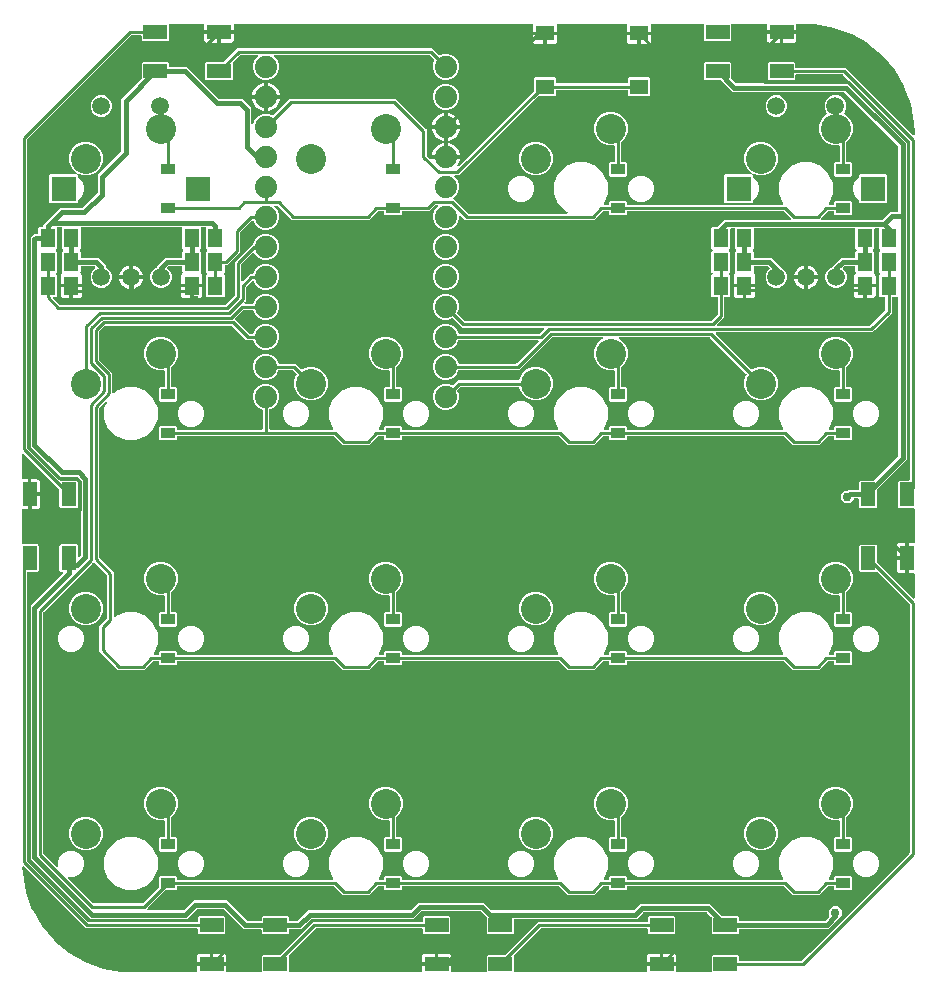
<source format=gbr>
G04 EAGLE Gerber RS-274X export*
G75*
%MOMM*%
%FSLAX34Y34*%
%LPD*%
%INBottom Copper*%
%IPPOS*%
%AMOC8*
5,1,8,0,0,1.08239X$1,22.5*%
G01*
%ADD10C,1.879600*%
%ADD11C,2.540000*%
%ADD12C,1.508000*%
%ADD13R,2.100000X2.100000*%
%ADD14R,1.220000X0.910000*%
%ADD15R,1.300000X1.600000*%
%ADD16R,2.000000X1.250000*%
%ADD17R,1.250000X2.000000*%
%ADD18R,1.550000X1.300000*%
%ADD19C,0.254000*%
%ADD20C,0.406400*%
%ADD21C,0.756400*%

G36*
X245468Y98556D02*
X245468Y98556D01*
X245487Y98554D01*
X245589Y98576D01*
X245691Y98592D01*
X245708Y98602D01*
X245728Y98606D01*
X245817Y98659D01*
X245908Y98708D01*
X245922Y98722D01*
X245939Y98732D01*
X246006Y98811D01*
X246078Y98886D01*
X246086Y98904D01*
X246099Y98919D01*
X246138Y99015D01*
X246181Y99109D01*
X246183Y99129D01*
X246191Y99147D01*
X246209Y99314D01*
X246209Y103977D01*
X257988Y103977D01*
X258008Y103980D01*
X258027Y103978D01*
X258129Y104000D01*
X258231Y104017D01*
X258248Y104026D01*
X258268Y104030D01*
X258357Y104083D01*
X258448Y104132D01*
X258462Y104146D01*
X258479Y104156D01*
X258546Y104235D01*
X258617Y104310D01*
X258626Y104328D01*
X258639Y104343D01*
X258678Y104439D01*
X258721Y104533D01*
X258723Y104553D01*
X258731Y104571D01*
X258749Y104738D01*
X258749Y105501D01*
X258751Y105501D01*
X258751Y104738D01*
X258754Y104718D01*
X258752Y104699D01*
X258774Y104597D01*
X258791Y104495D01*
X258800Y104478D01*
X258804Y104458D01*
X258857Y104369D01*
X258906Y104278D01*
X258920Y104264D01*
X258930Y104247D01*
X259009Y104180D01*
X259084Y104109D01*
X259102Y104100D01*
X259117Y104087D01*
X259213Y104048D01*
X259307Y104005D01*
X259327Y104003D01*
X259345Y103995D01*
X259512Y103977D01*
X271291Y103977D01*
X271291Y99314D01*
X271294Y99294D01*
X271292Y99275D01*
X271314Y99173D01*
X271330Y99071D01*
X271340Y99054D01*
X271344Y99034D01*
X271397Y98945D01*
X271446Y98854D01*
X271460Y98840D01*
X271470Y98823D01*
X271549Y98756D01*
X271624Y98684D01*
X271642Y98676D01*
X271657Y98663D01*
X271753Y98624D01*
X271847Y98581D01*
X271867Y98579D01*
X271885Y98571D01*
X272052Y98553D01*
X300464Y98553D01*
X300484Y98556D01*
X300503Y98554D01*
X300605Y98576D01*
X300707Y98592D01*
X300724Y98602D01*
X300744Y98606D01*
X300833Y98659D01*
X300924Y98708D01*
X300938Y98722D01*
X300955Y98732D01*
X301022Y98811D01*
X301094Y98886D01*
X301102Y98904D01*
X301115Y98919D01*
X301154Y99015D01*
X301197Y99109D01*
X301199Y99129D01*
X301207Y99147D01*
X301225Y99314D01*
X301225Y112382D01*
X302118Y113275D01*
X316257Y113275D01*
X316347Y113289D01*
X316438Y113297D01*
X316468Y113309D01*
X316500Y113314D01*
X316580Y113357D01*
X316664Y113393D01*
X316696Y113419D01*
X316717Y113430D01*
X316739Y113453D01*
X316795Y113498D01*
X344592Y141295D01*
X436964Y141295D01*
X436984Y141298D01*
X437003Y141296D01*
X437105Y141318D01*
X437207Y141334D01*
X437224Y141344D01*
X437244Y141348D01*
X437333Y141401D01*
X437424Y141450D01*
X437438Y141464D01*
X437455Y141474D01*
X437522Y141553D01*
X437594Y141628D01*
X437602Y141646D01*
X437615Y141661D01*
X437654Y141757D01*
X437697Y141851D01*
X437699Y141871D01*
X437707Y141889D01*
X437725Y142056D01*
X437725Y145382D01*
X438618Y146275D01*
X459882Y146275D01*
X460775Y145382D01*
X460775Y131618D01*
X459882Y130725D01*
X438618Y130725D01*
X437725Y131618D01*
X437725Y134944D01*
X437722Y134964D01*
X437724Y134983D01*
X437702Y135085D01*
X437686Y135187D01*
X437676Y135204D01*
X437672Y135224D01*
X437619Y135313D01*
X437570Y135404D01*
X437556Y135418D01*
X437546Y135435D01*
X437467Y135502D01*
X437392Y135574D01*
X437374Y135582D01*
X437359Y135595D01*
X437263Y135634D01*
X437169Y135677D01*
X437149Y135679D01*
X437131Y135687D01*
X436964Y135705D01*
X347223Y135705D01*
X347133Y135691D01*
X347042Y135683D01*
X347012Y135671D01*
X346980Y135666D01*
X346900Y135623D01*
X346816Y135587D01*
X346784Y135561D01*
X346763Y135550D01*
X346741Y135527D01*
X346685Y135482D01*
X324468Y113265D01*
X324456Y113249D01*
X324440Y113237D01*
X324384Y113149D01*
X324324Y113066D01*
X324318Y113047D01*
X324307Y113030D01*
X324282Y112929D01*
X324252Y112830D01*
X324252Y112811D01*
X324247Y112791D01*
X324255Y112688D01*
X324258Y112585D01*
X324265Y112566D01*
X324266Y112546D01*
X324275Y112527D01*
X324275Y99314D01*
X324278Y99294D01*
X324276Y99275D01*
X324298Y99173D01*
X324314Y99071D01*
X324324Y99054D01*
X324328Y99034D01*
X324381Y98945D01*
X324430Y98854D01*
X324444Y98840D01*
X324454Y98823D01*
X324533Y98756D01*
X324608Y98684D01*
X324626Y98676D01*
X324641Y98663D01*
X324737Y98624D01*
X324831Y98581D01*
X324851Y98579D01*
X324869Y98571D01*
X325036Y98553D01*
X435948Y98553D01*
X435968Y98556D01*
X435987Y98554D01*
X436089Y98576D01*
X436191Y98592D01*
X436208Y98602D01*
X436228Y98606D01*
X436317Y98659D01*
X436408Y98708D01*
X436422Y98722D01*
X436439Y98732D01*
X436506Y98811D01*
X436578Y98886D01*
X436586Y98904D01*
X436599Y98919D01*
X436638Y99015D01*
X436681Y99109D01*
X436683Y99129D01*
X436691Y99147D01*
X436709Y99314D01*
X436709Y103977D01*
X448488Y103977D01*
X448508Y103980D01*
X448527Y103978D01*
X448629Y104000D01*
X448731Y104017D01*
X448748Y104026D01*
X448768Y104030D01*
X448857Y104083D01*
X448948Y104132D01*
X448962Y104146D01*
X448979Y104156D01*
X449046Y104235D01*
X449117Y104310D01*
X449126Y104328D01*
X449139Y104343D01*
X449178Y104439D01*
X449221Y104533D01*
X449223Y104553D01*
X449231Y104571D01*
X449249Y104738D01*
X449249Y105501D01*
X449251Y105501D01*
X449251Y104738D01*
X449254Y104718D01*
X449252Y104699D01*
X449274Y104597D01*
X449291Y104495D01*
X449300Y104478D01*
X449304Y104458D01*
X449357Y104369D01*
X449406Y104278D01*
X449420Y104264D01*
X449430Y104247D01*
X449509Y104180D01*
X449584Y104109D01*
X449602Y104100D01*
X449617Y104087D01*
X449713Y104048D01*
X449807Y104005D01*
X449827Y104003D01*
X449845Y103995D01*
X450012Y103977D01*
X461791Y103977D01*
X461791Y99314D01*
X461794Y99294D01*
X461792Y99275D01*
X461814Y99173D01*
X461830Y99071D01*
X461840Y99054D01*
X461844Y99034D01*
X461897Y98945D01*
X461946Y98854D01*
X461960Y98840D01*
X461970Y98823D01*
X462049Y98756D01*
X462124Y98684D01*
X462142Y98676D01*
X462157Y98663D01*
X462253Y98624D01*
X462347Y98581D01*
X462367Y98579D01*
X462385Y98571D01*
X462552Y98553D01*
X490964Y98553D01*
X490984Y98556D01*
X491003Y98554D01*
X491105Y98576D01*
X491207Y98592D01*
X491224Y98602D01*
X491244Y98606D01*
X491333Y98659D01*
X491424Y98708D01*
X491438Y98722D01*
X491455Y98732D01*
X491522Y98811D01*
X491594Y98886D01*
X491602Y98904D01*
X491615Y98919D01*
X491654Y99015D01*
X491697Y99109D01*
X491699Y99129D01*
X491707Y99147D01*
X491725Y99314D01*
X491725Y112382D01*
X492618Y113275D01*
X506757Y113275D01*
X506847Y113289D01*
X506938Y113297D01*
X506968Y113309D01*
X507000Y113314D01*
X507081Y113357D01*
X507164Y113393D01*
X507197Y113419D01*
X507217Y113430D01*
X507239Y113453D01*
X507295Y113498D01*
X533232Y139435D01*
X535092Y141295D01*
X627464Y141295D01*
X627484Y141298D01*
X627503Y141296D01*
X627605Y141318D01*
X627707Y141334D01*
X627724Y141344D01*
X627744Y141348D01*
X627833Y141401D01*
X627924Y141450D01*
X627938Y141464D01*
X627955Y141474D01*
X628022Y141553D01*
X628094Y141628D01*
X628102Y141646D01*
X628115Y141661D01*
X628154Y141757D01*
X628197Y141851D01*
X628199Y141871D01*
X628207Y141889D01*
X628225Y142056D01*
X628225Y145382D01*
X629118Y146275D01*
X650382Y146275D01*
X651275Y145382D01*
X651275Y131618D01*
X650382Y130725D01*
X629118Y130725D01*
X628225Y131618D01*
X628225Y134944D01*
X628222Y134964D01*
X628224Y134983D01*
X628202Y135085D01*
X628186Y135187D01*
X628176Y135204D01*
X628172Y135224D01*
X628119Y135313D01*
X628070Y135404D01*
X628056Y135418D01*
X628046Y135435D01*
X627967Y135502D01*
X627892Y135574D01*
X627874Y135582D01*
X627859Y135595D01*
X627763Y135634D01*
X627669Y135677D01*
X627649Y135679D01*
X627631Y135687D01*
X627464Y135705D01*
X537723Y135705D01*
X537633Y135691D01*
X537542Y135683D01*
X537512Y135671D01*
X537480Y135666D01*
X537400Y135623D01*
X537316Y135587D01*
X537284Y135561D01*
X537263Y135550D01*
X537241Y135527D01*
X537185Y135482D01*
X514968Y113265D01*
X514956Y113249D01*
X514940Y113237D01*
X514884Y113149D01*
X514824Y113066D01*
X514818Y113047D01*
X514807Y113030D01*
X514782Y112929D01*
X514752Y112830D01*
X514752Y112811D01*
X514747Y112791D01*
X514755Y112688D01*
X514758Y112585D01*
X514765Y112566D01*
X514766Y112546D01*
X514775Y112527D01*
X514775Y99314D01*
X514778Y99294D01*
X514776Y99275D01*
X514798Y99173D01*
X514814Y99071D01*
X514824Y99054D01*
X514828Y99034D01*
X514881Y98945D01*
X514930Y98854D01*
X514944Y98840D01*
X514954Y98823D01*
X515033Y98756D01*
X515108Y98684D01*
X515126Y98676D01*
X515141Y98663D01*
X515237Y98624D01*
X515331Y98581D01*
X515351Y98579D01*
X515369Y98571D01*
X515536Y98553D01*
X626448Y98553D01*
X626468Y98556D01*
X626487Y98554D01*
X626589Y98576D01*
X626691Y98592D01*
X626708Y98602D01*
X626728Y98606D01*
X626817Y98659D01*
X626908Y98708D01*
X626922Y98722D01*
X626939Y98732D01*
X627006Y98811D01*
X627078Y98886D01*
X627086Y98904D01*
X627099Y98919D01*
X627138Y99015D01*
X627181Y99109D01*
X627183Y99129D01*
X627191Y99147D01*
X627209Y99314D01*
X627209Y103977D01*
X638988Y103977D01*
X639008Y103980D01*
X639027Y103978D01*
X639129Y104000D01*
X639231Y104017D01*
X639248Y104026D01*
X639268Y104030D01*
X639357Y104083D01*
X639448Y104132D01*
X639462Y104146D01*
X639479Y104156D01*
X639546Y104235D01*
X639617Y104310D01*
X639626Y104328D01*
X639639Y104343D01*
X639678Y104439D01*
X639721Y104533D01*
X639723Y104553D01*
X639731Y104571D01*
X639749Y104738D01*
X639749Y105501D01*
X639751Y105501D01*
X639751Y104738D01*
X639754Y104718D01*
X639752Y104699D01*
X639774Y104597D01*
X639791Y104495D01*
X639800Y104478D01*
X639804Y104458D01*
X639857Y104369D01*
X639906Y104278D01*
X639920Y104264D01*
X639930Y104247D01*
X640009Y104180D01*
X640084Y104109D01*
X640102Y104100D01*
X640117Y104087D01*
X640213Y104048D01*
X640307Y104005D01*
X640327Y104003D01*
X640345Y103995D01*
X640512Y103977D01*
X652291Y103977D01*
X652291Y99314D01*
X652294Y99294D01*
X652292Y99275D01*
X652314Y99173D01*
X652330Y99071D01*
X652340Y99054D01*
X652344Y99034D01*
X652397Y98945D01*
X652446Y98854D01*
X652460Y98840D01*
X652470Y98823D01*
X652549Y98756D01*
X652624Y98684D01*
X652642Y98676D01*
X652657Y98663D01*
X652753Y98624D01*
X652847Y98581D01*
X652867Y98579D01*
X652885Y98571D01*
X653052Y98553D01*
X681464Y98553D01*
X681484Y98556D01*
X681503Y98554D01*
X681605Y98576D01*
X681707Y98592D01*
X681724Y98602D01*
X681744Y98606D01*
X681833Y98659D01*
X681924Y98708D01*
X681938Y98722D01*
X681955Y98732D01*
X682022Y98811D01*
X682094Y98886D01*
X682102Y98904D01*
X682115Y98919D01*
X682154Y99015D01*
X682197Y99109D01*
X682199Y99129D01*
X682207Y99147D01*
X682225Y99314D01*
X682225Y112382D01*
X683118Y113275D01*
X704382Y113275D01*
X705275Y112382D01*
X705275Y109056D01*
X705278Y109036D01*
X705276Y109017D01*
X705298Y108915D01*
X705314Y108813D01*
X705324Y108796D01*
X705328Y108776D01*
X705381Y108687D01*
X705430Y108596D01*
X705444Y108582D01*
X705454Y108565D01*
X705533Y108498D01*
X705608Y108426D01*
X705626Y108418D01*
X705641Y108405D01*
X705737Y108366D01*
X705831Y108323D01*
X705851Y108321D01*
X705869Y108313D01*
X706036Y108295D01*
X757705Y108295D01*
X757795Y108309D01*
X757886Y108317D01*
X757916Y108329D01*
X757948Y108334D01*
X758028Y108377D01*
X758112Y108413D01*
X758144Y108439D01*
X758165Y108450D01*
X758187Y108473D01*
X758243Y108518D01*
X849660Y199935D01*
X849713Y200009D01*
X849773Y200078D01*
X849785Y200108D01*
X849804Y200134D01*
X849831Y200221D01*
X849865Y200306D01*
X849869Y200347D01*
X849876Y200369D01*
X849875Y200402D01*
X849883Y200473D01*
X849883Y409599D01*
X849869Y409689D01*
X849861Y409780D01*
X849849Y409810D01*
X849844Y409842D01*
X849801Y409922D01*
X849765Y410006D01*
X849739Y410038D01*
X849728Y410059D01*
X849705Y410081D01*
X849660Y410137D01*
X822265Y437532D01*
X822249Y437544D01*
X822236Y437560D01*
X822149Y437616D01*
X822065Y437676D01*
X822046Y437682D01*
X822029Y437693D01*
X821929Y437718D01*
X821830Y437748D01*
X821810Y437748D01*
X821791Y437753D01*
X821688Y437745D01*
X821585Y437742D01*
X821566Y437735D01*
X821546Y437733D01*
X821526Y437725D01*
X807618Y437725D01*
X806725Y438618D01*
X806725Y459882D01*
X807618Y460775D01*
X821382Y460775D01*
X822275Y459882D01*
X822275Y445743D01*
X822289Y445653D01*
X822297Y445562D01*
X822309Y445532D01*
X822314Y445500D01*
X822357Y445420D01*
X822393Y445336D01*
X822419Y445304D01*
X822430Y445283D01*
X822453Y445261D01*
X822498Y445205D01*
X852648Y415055D01*
X852706Y415013D01*
X852758Y414963D01*
X852805Y414941D01*
X852847Y414911D01*
X852916Y414890D01*
X852981Y414860D01*
X853033Y414854D01*
X853083Y414839D01*
X853154Y414841D01*
X853225Y414833D01*
X853276Y414844D01*
X853328Y414845D01*
X853396Y414870D01*
X853466Y414885D01*
X853511Y414912D01*
X853559Y414930D01*
X853615Y414974D01*
X853677Y415011D01*
X853711Y415051D01*
X853751Y415083D01*
X853790Y415144D01*
X853837Y415198D01*
X853856Y415246D01*
X853884Y415290D01*
X853902Y415360D01*
X853929Y415426D01*
X853937Y415498D01*
X853945Y415529D01*
X853943Y415552D01*
X853947Y415593D01*
X853947Y435948D01*
X853944Y435968D01*
X853946Y435987D01*
X853924Y436089D01*
X853908Y436191D01*
X853898Y436208D01*
X853894Y436228D01*
X853841Y436317D01*
X853792Y436408D01*
X853778Y436422D01*
X853768Y436439D01*
X853689Y436506D01*
X853614Y436578D01*
X853596Y436586D01*
X853581Y436599D01*
X853485Y436638D01*
X853391Y436681D01*
X853371Y436683D01*
X853353Y436691D01*
X853186Y436709D01*
X849023Y436709D01*
X849023Y448488D01*
X849020Y448508D01*
X849022Y448527D01*
X849000Y448629D01*
X848983Y448731D01*
X848974Y448748D01*
X848970Y448768D01*
X848917Y448857D01*
X848868Y448948D01*
X848854Y448962D01*
X848844Y448979D01*
X848765Y449046D01*
X848690Y449117D01*
X848672Y449126D01*
X848657Y449139D01*
X848561Y449178D01*
X848467Y449221D01*
X848447Y449223D01*
X848429Y449231D01*
X848262Y449249D01*
X847499Y449249D01*
X847499Y449251D01*
X848262Y449251D01*
X848282Y449254D01*
X848301Y449252D01*
X848403Y449274D01*
X848505Y449291D01*
X848522Y449300D01*
X848542Y449304D01*
X848631Y449357D01*
X848722Y449406D01*
X848736Y449420D01*
X848753Y449430D01*
X848820Y449509D01*
X848891Y449584D01*
X848900Y449602D01*
X848913Y449617D01*
X848952Y449713D01*
X848995Y449807D01*
X848997Y449827D01*
X849005Y449845D01*
X849023Y450012D01*
X849023Y461791D01*
X853186Y461791D01*
X853206Y461794D01*
X853225Y461792D01*
X853327Y461814D01*
X853429Y461830D01*
X853446Y461840D01*
X853466Y461844D01*
X853555Y461897D01*
X853646Y461946D01*
X853660Y461960D01*
X853677Y461970D01*
X853744Y462049D01*
X853816Y462124D01*
X853824Y462142D01*
X853837Y462157D01*
X853876Y462253D01*
X853919Y462347D01*
X853921Y462367D01*
X853929Y462385D01*
X853947Y462552D01*
X853947Y490964D01*
X853944Y490984D01*
X853946Y491003D01*
X853924Y491105D01*
X853908Y491207D01*
X853898Y491224D01*
X853894Y491244D01*
X853841Y491333D01*
X853792Y491424D01*
X853778Y491438D01*
X853768Y491455D01*
X853689Y491522D01*
X853614Y491594D01*
X853596Y491602D01*
X853581Y491615D01*
X853485Y491654D01*
X853391Y491697D01*
X853371Y491699D01*
X853353Y491707D01*
X853186Y491725D01*
X840618Y491725D01*
X839725Y492618D01*
X839725Y513882D01*
X840618Y514775D01*
X849122Y514775D01*
X849142Y514778D01*
X849161Y514776D01*
X849263Y514798D01*
X849365Y514814D01*
X849382Y514824D01*
X849402Y514828D01*
X849491Y514881D01*
X849582Y514930D01*
X849596Y514944D01*
X849613Y514954D01*
X849680Y515033D01*
X849752Y515108D01*
X849760Y515126D01*
X849773Y515141D01*
X849812Y515237D01*
X849855Y515331D01*
X849857Y515351D01*
X849865Y515369D01*
X849883Y515536D01*
X849883Y801849D01*
X849869Y801939D01*
X849861Y802030D01*
X849849Y802060D01*
X849844Y802092D01*
X849801Y802172D01*
X849765Y802256D01*
X849739Y802288D01*
X849728Y802309D01*
X849705Y802331D01*
X849660Y802387D01*
X793565Y858482D01*
X793491Y858535D01*
X793422Y858595D01*
X793392Y858607D01*
X793366Y858626D01*
X793279Y858653D01*
X793194Y858687D01*
X793153Y858691D01*
X793131Y858698D01*
X793098Y858697D01*
X793027Y858705D01*
X753661Y858705D01*
X753641Y858702D01*
X753622Y858704D01*
X753520Y858682D01*
X753418Y858666D01*
X753401Y858656D01*
X753381Y858652D01*
X753292Y858599D01*
X753201Y858550D01*
X753187Y858536D01*
X753170Y858526D01*
X753103Y858447D01*
X753031Y858372D01*
X753023Y858354D01*
X753010Y858339D01*
X752971Y858243D01*
X752928Y858149D01*
X752926Y858129D01*
X752918Y858111D01*
X752900Y857944D01*
X752900Y854618D01*
X752007Y853725D01*
X730743Y853725D01*
X729850Y854618D01*
X729850Y868382D01*
X730743Y869275D01*
X752007Y869275D01*
X752900Y868382D01*
X752900Y865056D01*
X752903Y865036D01*
X752901Y865017D01*
X752923Y864915D01*
X752939Y864813D01*
X752949Y864796D01*
X752953Y864776D01*
X753006Y864687D01*
X753055Y864596D01*
X753069Y864582D01*
X753079Y864565D01*
X753158Y864498D01*
X753233Y864426D01*
X753251Y864418D01*
X753266Y864405D01*
X753362Y864366D01*
X753456Y864323D01*
X753476Y864321D01*
X753494Y864313D01*
X753661Y864295D01*
X795658Y864295D01*
X852648Y807305D01*
X852706Y807263D01*
X852758Y807213D01*
X852805Y807191D01*
X852847Y807161D01*
X852916Y807140D01*
X852981Y807110D01*
X853033Y807104D01*
X853083Y807089D01*
X853154Y807091D01*
X853225Y807083D01*
X853276Y807094D01*
X853328Y807095D01*
X853396Y807120D01*
X853466Y807135D01*
X853511Y807162D01*
X853559Y807180D01*
X853615Y807224D01*
X853677Y807261D01*
X853711Y807301D01*
X853751Y807333D01*
X853790Y807394D01*
X853837Y807448D01*
X853856Y807496D01*
X853884Y807540D01*
X853902Y807610D01*
X853929Y807676D01*
X853937Y807748D01*
X853945Y807779D01*
X853943Y807802D01*
X853947Y807843D01*
X853947Y809625D01*
X853945Y809638D01*
X853947Y809658D01*
X853600Y817606D01*
X853593Y817637D01*
X853589Y817705D01*
X850829Y833358D01*
X850818Y833387D01*
X850794Y833486D01*
X845358Y848422D01*
X845343Y848450D01*
X845302Y848542D01*
X837354Y862308D01*
X837335Y862332D01*
X837278Y862416D01*
X827061Y874593D01*
X827038Y874613D01*
X826968Y874686D01*
X814791Y884903D01*
X814765Y884919D01*
X814683Y884979D01*
X800918Y892927D01*
X800888Y892938D01*
X800797Y892983D01*
X785861Y898419D01*
X785830Y898425D01*
X785733Y898454D01*
X770080Y901214D01*
X770048Y901214D01*
X769981Y901225D01*
X762033Y901572D01*
X762020Y901570D01*
X762000Y901572D01*
X754677Y901572D01*
X754657Y901569D01*
X754638Y901571D01*
X754536Y901549D01*
X754434Y901533D01*
X754417Y901523D01*
X754397Y901519D01*
X754308Y901466D01*
X754217Y901417D01*
X754203Y901403D01*
X754186Y901393D01*
X754119Y901314D01*
X754047Y901239D01*
X754039Y901221D01*
X754026Y901206D01*
X753987Y901110D01*
X753944Y901016D01*
X753942Y900996D01*
X753934Y900978D01*
X753916Y900811D01*
X753916Y896023D01*
X742137Y896023D01*
X742117Y896020D01*
X742098Y896022D01*
X741996Y896000D01*
X741894Y895983D01*
X741877Y895974D01*
X741857Y895970D01*
X741768Y895917D01*
X741677Y895868D01*
X741663Y895854D01*
X741646Y895844D01*
X741579Y895765D01*
X741508Y895690D01*
X741499Y895672D01*
X741486Y895657D01*
X741447Y895561D01*
X741404Y895467D01*
X741402Y895447D01*
X741394Y895429D01*
X741376Y895262D01*
X741376Y894499D01*
X741374Y894499D01*
X741374Y895262D01*
X741371Y895282D01*
X741373Y895301D01*
X741351Y895403D01*
X741334Y895505D01*
X741325Y895522D01*
X741321Y895542D01*
X741268Y895631D01*
X741219Y895722D01*
X741205Y895736D01*
X741195Y895753D01*
X741116Y895820D01*
X741041Y895891D01*
X741023Y895900D01*
X741008Y895913D01*
X740912Y895952D01*
X740818Y895995D01*
X740798Y895997D01*
X740780Y896005D01*
X740613Y896023D01*
X728834Y896023D01*
X728834Y900811D01*
X728831Y900831D01*
X728833Y900850D01*
X728811Y900952D01*
X728795Y901054D01*
X728785Y901071D01*
X728781Y901091D01*
X728728Y901180D01*
X728679Y901271D01*
X728665Y901285D01*
X728655Y901302D01*
X728576Y901369D01*
X728501Y901441D01*
X728483Y901449D01*
X728468Y901462D01*
X728372Y901501D01*
X728278Y901544D01*
X728258Y901546D01*
X728240Y901554D01*
X728073Y901572D01*
X699661Y901572D01*
X699641Y901569D01*
X699622Y901571D01*
X699520Y901549D01*
X699418Y901533D01*
X699401Y901523D01*
X699381Y901519D01*
X699292Y901466D01*
X699201Y901417D01*
X699187Y901403D01*
X699170Y901393D01*
X699103Y901314D01*
X699031Y901239D01*
X699023Y901221D01*
X699010Y901206D01*
X698971Y901110D01*
X698928Y901016D01*
X698926Y900996D01*
X698918Y900978D01*
X698900Y900811D01*
X698900Y887618D01*
X698007Y886725D01*
X676743Y886725D01*
X675850Y887618D01*
X675850Y900811D01*
X675847Y900831D01*
X675849Y900850D01*
X675827Y900952D01*
X675811Y901054D01*
X675801Y901071D01*
X675797Y901091D01*
X675744Y901180D01*
X675695Y901271D01*
X675681Y901285D01*
X675671Y901302D01*
X675592Y901369D01*
X675517Y901441D01*
X675499Y901449D01*
X675484Y901462D01*
X675388Y901501D01*
X675294Y901544D01*
X675274Y901546D01*
X675256Y901554D01*
X675089Y901572D01*
X631701Y901572D01*
X631585Y901553D01*
X631466Y901535D01*
X631463Y901533D01*
X631458Y901533D01*
X631354Y901477D01*
X631248Y901422D01*
X631245Y901419D01*
X631241Y901417D01*
X631159Y901331D01*
X631076Y901246D01*
X631075Y901242D01*
X631072Y901239D01*
X631022Y901131D01*
X630970Y901024D01*
X630970Y901020D01*
X630968Y901016D01*
X630955Y900898D01*
X630941Y900780D01*
X630941Y900775D01*
X630941Y900772D01*
X630944Y900758D01*
X630966Y900614D01*
X631041Y900334D01*
X631041Y895023D01*
X621512Y895023D01*
X621492Y895020D01*
X621473Y895022D01*
X621371Y895000D01*
X621269Y894983D01*
X621252Y894974D01*
X621232Y894970D01*
X621143Y894917D01*
X621052Y894868D01*
X621038Y894854D01*
X621021Y894844D01*
X620954Y894765D01*
X620883Y894690D01*
X620874Y894672D01*
X620861Y894657D01*
X620822Y894561D01*
X620779Y894467D01*
X620777Y894447D01*
X620769Y894429D01*
X620751Y894262D01*
X620751Y893499D01*
X620749Y893499D01*
X620749Y894262D01*
X620746Y894282D01*
X620748Y894301D01*
X620726Y894403D01*
X620709Y894505D01*
X620700Y894522D01*
X620696Y894542D01*
X620643Y894631D01*
X620594Y894722D01*
X620580Y894736D01*
X620570Y894753D01*
X620491Y894820D01*
X620416Y894891D01*
X620398Y894900D01*
X620383Y894913D01*
X620287Y894952D01*
X620193Y894995D01*
X620173Y894997D01*
X620155Y895005D01*
X619988Y895023D01*
X610459Y895023D01*
X610459Y900334D01*
X610534Y900614D01*
X610546Y900733D01*
X610559Y900850D01*
X610558Y900855D01*
X610559Y900859D01*
X610532Y900974D01*
X610507Y901091D01*
X610505Y901094D01*
X610504Y901098D01*
X610442Y901199D01*
X610381Y901302D01*
X610377Y901305D01*
X610375Y901308D01*
X610284Y901385D01*
X610194Y901462D01*
X610190Y901463D01*
X610187Y901466D01*
X610077Y901509D01*
X609966Y901554D01*
X609961Y901554D01*
X609958Y901556D01*
X609944Y901556D01*
X609799Y901572D01*
X552201Y901572D01*
X552085Y901553D01*
X551966Y901535D01*
X551963Y901533D01*
X551958Y901533D01*
X551854Y901477D01*
X551748Y901422D01*
X551745Y901419D01*
X551741Y901417D01*
X551659Y901331D01*
X551576Y901246D01*
X551575Y901242D01*
X551572Y901239D01*
X551522Y901131D01*
X551470Y901024D01*
X551470Y901020D01*
X551468Y901016D01*
X551455Y900898D01*
X551441Y900780D01*
X551441Y900775D01*
X551441Y900772D01*
X551444Y900758D01*
X551466Y900614D01*
X551541Y900334D01*
X551541Y895023D01*
X542012Y895023D01*
X541992Y895020D01*
X541973Y895022D01*
X541871Y895000D01*
X541769Y894983D01*
X541752Y894974D01*
X541732Y894970D01*
X541643Y894917D01*
X541552Y894868D01*
X541538Y894854D01*
X541521Y894844D01*
X541454Y894765D01*
X541383Y894690D01*
X541374Y894672D01*
X541361Y894657D01*
X541322Y894561D01*
X541279Y894467D01*
X541277Y894447D01*
X541269Y894429D01*
X541251Y894262D01*
X541251Y893499D01*
X541249Y893499D01*
X541249Y894262D01*
X541246Y894282D01*
X541248Y894301D01*
X541226Y894403D01*
X541209Y894505D01*
X541200Y894522D01*
X541196Y894542D01*
X541143Y894631D01*
X541094Y894722D01*
X541080Y894736D01*
X541070Y894753D01*
X540991Y894820D01*
X540916Y894891D01*
X540898Y894900D01*
X540883Y894913D01*
X540787Y894952D01*
X540693Y894995D01*
X540673Y894997D01*
X540655Y895005D01*
X540488Y895023D01*
X530959Y895023D01*
X530959Y900334D01*
X531034Y900614D01*
X531046Y900733D01*
X531059Y900850D01*
X531058Y900855D01*
X531059Y900859D01*
X531032Y900974D01*
X531007Y901091D01*
X531005Y901094D01*
X531004Y901098D01*
X530942Y901199D01*
X530881Y901302D01*
X530877Y901305D01*
X530875Y901308D01*
X530784Y901385D01*
X530694Y901462D01*
X530690Y901463D01*
X530687Y901466D01*
X530577Y901509D01*
X530466Y901554D01*
X530461Y901554D01*
X530458Y901556D01*
X530444Y901556D01*
X530299Y901572D01*
X278427Y901572D01*
X278407Y901569D01*
X278388Y901571D01*
X278286Y901549D01*
X278184Y901533D01*
X278167Y901523D01*
X278147Y901519D01*
X278058Y901466D01*
X277967Y901417D01*
X277953Y901403D01*
X277936Y901393D01*
X277869Y901314D01*
X277797Y901239D01*
X277789Y901221D01*
X277776Y901206D01*
X277737Y901110D01*
X277694Y901016D01*
X277692Y900996D01*
X277684Y900978D01*
X277666Y900811D01*
X277666Y896023D01*
X265887Y896023D01*
X265867Y896020D01*
X265848Y896022D01*
X265746Y896000D01*
X265644Y895983D01*
X265627Y895974D01*
X265607Y895970D01*
X265518Y895917D01*
X265427Y895868D01*
X265413Y895854D01*
X265396Y895844D01*
X265329Y895765D01*
X265258Y895690D01*
X265249Y895672D01*
X265236Y895657D01*
X265197Y895561D01*
X265154Y895467D01*
X265152Y895447D01*
X265144Y895429D01*
X265126Y895262D01*
X265126Y894499D01*
X265124Y894499D01*
X265124Y895262D01*
X265121Y895282D01*
X265123Y895301D01*
X265101Y895403D01*
X265084Y895505D01*
X265075Y895522D01*
X265071Y895542D01*
X265018Y895631D01*
X264969Y895722D01*
X264955Y895736D01*
X264945Y895753D01*
X264866Y895820D01*
X264791Y895891D01*
X264773Y895900D01*
X264758Y895913D01*
X264662Y895952D01*
X264568Y895995D01*
X264548Y895997D01*
X264530Y896005D01*
X264363Y896023D01*
X252584Y896023D01*
X252584Y900811D01*
X252581Y900831D01*
X252583Y900850D01*
X252561Y900952D01*
X252545Y901054D01*
X252535Y901071D01*
X252531Y901091D01*
X252478Y901180D01*
X252429Y901271D01*
X252415Y901285D01*
X252405Y901302D01*
X252326Y901369D01*
X252251Y901441D01*
X252233Y901449D01*
X252218Y901462D01*
X252122Y901501D01*
X252028Y901544D01*
X252008Y901546D01*
X251990Y901554D01*
X251823Y901572D01*
X223411Y901572D01*
X223391Y901569D01*
X223372Y901571D01*
X223270Y901549D01*
X223168Y901533D01*
X223151Y901523D01*
X223131Y901519D01*
X223042Y901466D01*
X222951Y901417D01*
X222937Y901403D01*
X222920Y901393D01*
X222853Y901314D01*
X222781Y901239D01*
X222773Y901221D01*
X222760Y901206D01*
X222721Y901110D01*
X222678Y901016D01*
X222676Y900996D01*
X222668Y900978D01*
X222650Y900811D01*
X222650Y887618D01*
X221757Y886725D01*
X200493Y886725D01*
X199600Y887618D01*
X199600Y890944D01*
X199597Y890964D01*
X199599Y890983D01*
X199577Y891085D01*
X199561Y891187D01*
X199551Y891204D01*
X199547Y891224D01*
X199494Y891313D01*
X199445Y891404D01*
X199431Y891418D01*
X199421Y891435D01*
X199342Y891502D01*
X199267Y891574D01*
X199249Y891582D01*
X199234Y891595D01*
X199138Y891634D01*
X199044Y891677D01*
X199024Y891679D01*
X199006Y891687D01*
X198839Y891705D01*
X190973Y891705D01*
X190883Y891691D01*
X190792Y891683D01*
X190762Y891671D01*
X190730Y891666D01*
X190650Y891623D01*
X190566Y891587D01*
X190534Y891561D01*
X190513Y891550D01*
X190491Y891527D01*
X190435Y891482D01*
X102840Y803887D01*
X102787Y803813D01*
X102727Y803744D01*
X102715Y803714D01*
X102696Y803688D01*
X102669Y803601D01*
X102635Y803516D01*
X102631Y803475D01*
X102624Y803453D01*
X102625Y803420D01*
X102617Y803349D01*
X102617Y542701D01*
X102631Y542611D01*
X102639Y542520D01*
X102651Y542490D01*
X102656Y542458D01*
X102699Y542378D01*
X102735Y542294D01*
X102761Y542262D01*
X102772Y542241D01*
X102795Y542219D01*
X102840Y542163D01*
X130035Y514968D01*
X130051Y514956D01*
X130063Y514940D01*
X130151Y514884D01*
X130234Y514824D01*
X130253Y514818D01*
X130270Y514807D01*
X130371Y514782D01*
X130470Y514752D01*
X130489Y514752D01*
X130509Y514747D01*
X130612Y514755D01*
X130715Y514758D01*
X130734Y514765D01*
X130754Y514766D01*
X130773Y514775D01*
X144682Y514775D01*
X145575Y513882D01*
X145575Y492618D01*
X144682Y491725D01*
X130918Y491725D01*
X130025Y492618D01*
X130025Y506757D01*
X130011Y506847D01*
X130003Y506938D01*
X129991Y506968D01*
X129986Y507000D01*
X129943Y507081D01*
X129907Y507164D01*
X129881Y507197D01*
X129870Y507217D01*
X129847Y507239D01*
X129802Y507295D01*
X99852Y537245D01*
X99794Y537287D01*
X99742Y537337D01*
X99695Y537359D01*
X99653Y537389D01*
X99584Y537410D01*
X99519Y537440D01*
X99467Y537446D01*
X99417Y537461D01*
X99346Y537459D01*
X99275Y537467D01*
X99224Y537456D01*
X99172Y537455D01*
X99104Y537430D01*
X99034Y537415D01*
X98990Y537388D01*
X98941Y537370D01*
X98885Y537326D01*
X98823Y537289D01*
X98789Y537249D01*
X98749Y537217D01*
X98710Y537156D01*
X98663Y537102D01*
X98644Y537054D01*
X98616Y537010D01*
X98598Y536940D01*
X98571Y536874D01*
X98563Y536802D01*
X98555Y536771D01*
X98557Y536748D01*
X98553Y536707D01*
X98553Y516552D01*
X98556Y516532D01*
X98554Y516513D01*
X98576Y516411D01*
X98592Y516309D01*
X98602Y516292D01*
X98606Y516272D01*
X98659Y516183D01*
X98708Y516092D01*
X98722Y516078D01*
X98732Y516061D01*
X98811Y515994D01*
X98886Y515922D01*
X98904Y515914D01*
X98919Y515901D01*
X99015Y515862D01*
X99109Y515819D01*
X99129Y515817D01*
X99147Y515809D01*
X99314Y515791D01*
X103277Y515791D01*
X103277Y504012D01*
X103280Y503992D01*
X103278Y503973D01*
X103300Y503871D01*
X103317Y503769D01*
X103326Y503752D01*
X103330Y503732D01*
X103383Y503643D01*
X103432Y503552D01*
X103446Y503538D01*
X103456Y503521D01*
X103535Y503454D01*
X103610Y503383D01*
X103628Y503374D01*
X103643Y503361D01*
X103739Y503322D01*
X103833Y503279D01*
X103853Y503277D01*
X103871Y503269D01*
X104038Y503251D01*
X104801Y503251D01*
X104801Y503249D01*
X104038Y503249D01*
X104018Y503246D01*
X103999Y503248D01*
X103897Y503226D01*
X103795Y503209D01*
X103778Y503200D01*
X103758Y503196D01*
X103669Y503143D01*
X103578Y503094D01*
X103564Y503080D01*
X103547Y503070D01*
X103480Y502991D01*
X103409Y502916D01*
X103400Y502898D01*
X103387Y502883D01*
X103348Y502787D01*
X103305Y502693D01*
X103303Y502673D01*
X103295Y502655D01*
X103277Y502488D01*
X103277Y490709D01*
X99314Y490709D01*
X99294Y490706D01*
X99275Y490708D01*
X99173Y490686D01*
X99071Y490670D01*
X99054Y490660D01*
X99034Y490656D01*
X98945Y490603D01*
X98854Y490554D01*
X98840Y490540D01*
X98823Y490530D01*
X98756Y490451D01*
X98684Y490376D01*
X98676Y490358D01*
X98663Y490343D01*
X98624Y490247D01*
X98581Y490153D01*
X98579Y490133D01*
X98571Y490115D01*
X98553Y489948D01*
X98553Y461536D01*
X98556Y461516D01*
X98554Y461497D01*
X98576Y461395D01*
X98592Y461293D01*
X98602Y461276D01*
X98606Y461256D01*
X98659Y461167D01*
X98708Y461076D01*
X98722Y461062D01*
X98732Y461045D01*
X98811Y460978D01*
X98886Y460906D01*
X98904Y460898D01*
X98919Y460885D01*
X99015Y460846D01*
X99109Y460803D01*
X99129Y460801D01*
X99147Y460793D01*
X99314Y460775D01*
X111682Y460775D01*
X112575Y459882D01*
X112575Y438618D01*
X111682Y437725D01*
X103378Y437725D01*
X103358Y437722D01*
X103339Y437724D01*
X103237Y437702D01*
X103135Y437686D01*
X103118Y437676D01*
X103098Y437672D01*
X103009Y437619D01*
X102918Y437570D01*
X102904Y437556D01*
X102887Y437546D01*
X102820Y437467D01*
X102748Y437392D01*
X102740Y437374D01*
X102727Y437359D01*
X102688Y437263D01*
X102645Y437169D01*
X102643Y437149D01*
X102635Y437131D01*
X102617Y436964D01*
X102617Y193651D01*
X102631Y193561D01*
X102639Y193470D01*
X102651Y193440D01*
X102656Y193408D01*
X102699Y193328D01*
X102735Y193244D01*
X102761Y193212D01*
X102772Y193191D01*
X102795Y193169D01*
X102840Y193113D01*
X154435Y141518D01*
X154509Y141465D01*
X154578Y141405D01*
X154608Y141393D01*
X154634Y141374D01*
X154721Y141347D01*
X154806Y141313D01*
X154847Y141309D01*
X154869Y141302D01*
X154902Y141303D01*
X154973Y141295D01*
X246464Y141295D01*
X246484Y141298D01*
X246503Y141296D01*
X246605Y141318D01*
X246707Y141334D01*
X246724Y141344D01*
X246744Y141348D01*
X246833Y141401D01*
X246924Y141450D01*
X246938Y141464D01*
X246955Y141474D01*
X247022Y141553D01*
X247094Y141628D01*
X247102Y141646D01*
X247115Y141661D01*
X247154Y141757D01*
X247197Y141851D01*
X247199Y141871D01*
X247207Y141889D01*
X247225Y142056D01*
X247225Y145382D01*
X248118Y146275D01*
X269382Y146275D01*
X270275Y145382D01*
X270275Y131618D01*
X269382Y130725D01*
X248118Y130725D01*
X247225Y131618D01*
X247225Y134944D01*
X247222Y134964D01*
X247224Y134983D01*
X247202Y135085D01*
X247186Y135187D01*
X247176Y135204D01*
X247172Y135224D01*
X247119Y135313D01*
X247070Y135404D01*
X247056Y135418D01*
X247046Y135435D01*
X246967Y135502D01*
X246892Y135574D01*
X246874Y135582D01*
X246859Y135595D01*
X246763Y135634D01*
X246669Y135677D01*
X246649Y135679D01*
X246631Y135687D01*
X246464Y135705D01*
X152342Y135705D01*
X99982Y188066D01*
X99911Y188117D01*
X99844Y188175D01*
X99811Y188188D01*
X99782Y188209D01*
X99698Y188235D01*
X99617Y188269D01*
X99581Y188271D01*
X99547Y188282D01*
X99459Y188279D01*
X99371Y188285D01*
X99337Y188276D01*
X99301Y188275D01*
X99219Y188245D01*
X99133Y188222D01*
X99104Y188203D01*
X99070Y188191D01*
X99002Y188136D01*
X98928Y188087D01*
X98906Y188059D01*
X98878Y188037D01*
X98831Y187963D01*
X98776Y187893D01*
X98765Y187860D01*
X98745Y187830D01*
X98724Y187745D01*
X98694Y187661D01*
X98691Y187616D01*
X98685Y187592D01*
X98688Y187560D01*
X98683Y187494D01*
X98900Y182519D01*
X98907Y182488D01*
X98911Y182420D01*
X101671Y166767D01*
X101682Y166738D01*
X101706Y166639D01*
X107142Y151703D01*
X107157Y151675D01*
X107198Y151583D01*
X115146Y137817D01*
X115165Y137793D01*
X115222Y137709D01*
X125439Y125532D01*
X125462Y125512D01*
X125532Y125439D01*
X137709Y115222D01*
X137735Y115206D01*
X137817Y115146D01*
X151583Y107198D01*
X151612Y107187D01*
X151703Y107142D01*
X166639Y101706D01*
X166670Y101700D01*
X166767Y101671D01*
X182420Y98911D01*
X182452Y98911D01*
X182519Y98900D01*
X190467Y98553D01*
X190480Y98555D01*
X190500Y98553D01*
X245448Y98553D01*
X245468Y98556D01*
G37*
%LPC*%
G36*
X302118Y130725D02*
X302118Y130725D01*
X301225Y131618D01*
X301225Y134182D01*
X301222Y134202D01*
X301224Y134221D01*
X301202Y134323D01*
X301186Y134425D01*
X301176Y134442D01*
X301172Y134462D01*
X301119Y134551D01*
X301070Y134642D01*
X301056Y134656D01*
X301046Y134673D01*
X300967Y134740D01*
X300892Y134812D01*
X300874Y134820D01*
X300859Y134833D01*
X300763Y134872D01*
X300669Y134915D01*
X300649Y134917D01*
X300631Y134925D01*
X300464Y134943D01*
X285852Y134943D01*
X268749Y152046D01*
X268675Y152099D01*
X268605Y152159D01*
X268575Y152171D01*
X268549Y152190D01*
X268462Y152217D01*
X268377Y152251D01*
X268336Y152255D01*
X268314Y152262D01*
X268282Y152261D01*
X268210Y152269D01*
X246790Y152269D01*
X246699Y152255D01*
X246609Y152247D01*
X246579Y152235D01*
X246547Y152230D01*
X246466Y152187D01*
X246382Y152151D01*
X246350Y152125D01*
X246329Y152114D01*
X246307Y152091D01*
X246251Y152046D01*
X238038Y143833D01*
X155709Y143833D01*
X153403Y146140D01*
X105155Y194387D01*
X105155Y408609D01*
X132972Y436426D01*
X133014Y436484D01*
X133063Y436536D01*
X133085Y436583D01*
X133116Y436625D01*
X133137Y436694D01*
X133167Y436759D01*
X133173Y436811D01*
X133188Y436861D01*
X133186Y436932D01*
X133194Y437003D01*
X133183Y437054D01*
X133182Y437106D01*
X133157Y437174D01*
X133142Y437244D01*
X133115Y437289D01*
X133097Y437337D01*
X133052Y437393D01*
X133016Y437455D01*
X132976Y437489D01*
X132943Y437529D01*
X132883Y437568D01*
X132829Y437615D01*
X132780Y437634D01*
X132737Y437662D01*
X132667Y437680D01*
X132601Y437707D01*
X132529Y437715D01*
X132498Y437723D01*
X132475Y437721D01*
X132434Y437725D01*
X130918Y437725D01*
X130025Y438618D01*
X130025Y459882D01*
X130918Y460775D01*
X144682Y460775D01*
X145575Y459882D01*
X145575Y450893D01*
X145586Y450822D01*
X145588Y450750D01*
X145606Y450701D01*
X145614Y450650D01*
X145648Y450586D01*
X145673Y450519D01*
X145705Y450478D01*
X145730Y450432D01*
X145782Y450383D01*
X145826Y450327D01*
X145870Y450299D01*
X145908Y450263D01*
X145973Y450233D01*
X146033Y450194D01*
X146084Y450181D01*
X146131Y450159D01*
X146202Y450151D01*
X146272Y450134D01*
X146324Y450138D01*
X146375Y450132D01*
X146446Y450148D01*
X146517Y450153D01*
X146565Y450173D01*
X146616Y450185D01*
X146677Y450221D01*
X146743Y450249D01*
X146799Y450294D01*
X146827Y450311D01*
X146842Y450329D01*
X146874Y450354D01*
X148046Y451526D01*
X148099Y451600D01*
X148159Y451670D01*
X148171Y451700D01*
X148190Y451726D01*
X148217Y451813D01*
X148251Y451898D01*
X148255Y451939D01*
X148262Y451961D01*
X148261Y451993D01*
X148269Y452065D01*
X148269Y514462D01*
X148255Y514552D01*
X148247Y514643D01*
X148235Y514673D01*
X148230Y514704D01*
X148187Y514785D01*
X148151Y514869D01*
X148125Y514901D01*
X148114Y514922D01*
X148091Y514944D01*
X148046Y515000D01*
X145000Y518046D01*
X144926Y518099D01*
X144857Y518159D01*
X144826Y518171D01*
X144800Y518190D01*
X144713Y518217D01*
X144628Y518251D01*
X144588Y518255D01*
X144565Y518262D01*
X144533Y518261D01*
X144462Y518269D01*
X130323Y518269D01*
X105269Y543323D01*
X105269Y720473D01*
X108353Y723557D01*
X111214Y723557D01*
X111234Y723560D01*
X111253Y723558D01*
X111355Y723580D01*
X111457Y723596D01*
X111474Y723606D01*
X111494Y723610D01*
X111583Y723663D01*
X111674Y723712D01*
X111688Y723726D01*
X111705Y723736D01*
X111772Y723815D01*
X111844Y723890D01*
X111852Y723908D01*
X111865Y723923D01*
X111904Y724019D01*
X111947Y724113D01*
X111949Y724133D01*
X111957Y724151D01*
X111975Y724318D01*
X111975Y728632D01*
X112868Y729525D01*
X115682Y729525D01*
X115702Y729528D01*
X115721Y729526D01*
X115823Y729548D01*
X115925Y729564D01*
X115942Y729574D01*
X115962Y729578D01*
X116051Y729631D01*
X116142Y729680D01*
X116156Y729694D01*
X116173Y729704D01*
X116240Y729783D01*
X116312Y729858D01*
X116320Y729876D01*
X116333Y729891D01*
X116372Y729987D01*
X116415Y730081D01*
X116417Y730101D01*
X116425Y730119D01*
X116443Y730286D01*
X116443Y731473D01*
X119220Y734250D01*
X130527Y745557D01*
X149211Y745557D01*
X149302Y745571D01*
X149392Y745579D01*
X149422Y745591D01*
X149454Y745596D01*
X149535Y745639D01*
X149619Y745675D01*
X149651Y745701D01*
X149672Y745712D01*
X149694Y745735D01*
X149750Y745780D01*
X162148Y758178D01*
X162201Y758252D01*
X162261Y758322D01*
X162273Y758352D01*
X162292Y758378D01*
X162319Y758465D01*
X162353Y758550D01*
X162357Y758591D01*
X162364Y758613D01*
X162363Y758645D01*
X162371Y758717D01*
X162371Y773651D01*
X182220Y793500D01*
X182273Y793574D01*
X182333Y793644D01*
X182345Y793674D01*
X182364Y793700D01*
X182391Y793787D01*
X182425Y793872D01*
X182429Y793913D01*
X182436Y793935D01*
X182435Y793967D01*
X182443Y794039D01*
X182443Y837848D01*
X184750Y840155D01*
X199377Y854782D01*
X199430Y854856D01*
X199490Y854926D01*
X199502Y854956D01*
X199521Y854982D01*
X199548Y855069D01*
X199582Y855154D01*
X199586Y855195D01*
X199593Y855217D01*
X199592Y855249D01*
X199600Y855321D01*
X199600Y868382D01*
X200493Y869275D01*
X221757Y869275D01*
X222650Y868382D01*
X222650Y865818D01*
X222653Y865798D01*
X222651Y865779D01*
X222673Y865677D01*
X222689Y865575D01*
X222699Y865558D01*
X222703Y865538D01*
X222756Y865449D01*
X222805Y865358D01*
X222819Y865344D01*
X222829Y865327D01*
X222908Y865260D01*
X222983Y865188D01*
X223001Y865180D01*
X223016Y865167D01*
X223112Y865128D01*
X223206Y865085D01*
X223226Y865083D01*
X223244Y865075D01*
X223411Y865057D01*
X238148Y865057D01*
X240455Y862750D01*
X264464Y838741D01*
X264538Y838688D01*
X264607Y838629D01*
X264637Y838616D01*
X264664Y838598D01*
X264750Y838571D01*
X264835Y838537D01*
X264876Y838532D01*
X264899Y838525D01*
X264931Y838526D01*
X265002Y838518D01*
X284512Y838518D01*
X292557Y830473D01*
X292557Y817199D01*
X292572Y817103D01*
X292582Y817006D01*
X292592Y816982D01*
X292596Y816956D01*
X292642Y816870D01*
X292682Y816781D01*
X292699Y816762D01*
X292712Y816739D01*
X292782Y816672D01*
X292848Y816600D01*
X292871Y816588D01*
X292890Y816570D01*
X292978Y816529D01*
X293064Y816482D01*
X293089Y816477D01*
X293113Y816466D01*
X293210Y816455D01*
X293306Y816438D01*
X293332Y816442D01*
X293357Y816439D01*
X293453Y816460D01*
X293549Y816474D01*
X293572Y816486D01*
X293598Y816491D01*
X293681Y816541D01*
X293768Y816585D01*
X293787Y816604D01*
X293809Y816617D01*
X293872Y816691D01*
X293940Y816761D01*
X293956Y816789D01*
X293969Y816804D01*
X293981Y816835D01*
X294021Y816908D01*
X295540Y820575D01*
X298613Y823647D01*
X302627Y825310D01*
X306973Y825310D01*
X309895Y824100D01*
X310009Y824073D01*
X310122Y824044D01*
X310129Y824045D01*
X310135Y824043D01*
X310251Y824054D01*
X310368Y824064D01*
X310373Y824066D01*
X310380Y824067D01*
X310487Y824114D01*
X310594Y824160D01*
X310600Y824165D01*
X310604Y824167D01*
X310618Y824179D01*
X310725Y824265D01*
X323118Y836658D01*
X324978Y838518D01*
X414434Y838518D01*
X440795Y812158D01*
X440795Y790473D01*
X440809Y790383D01*
X440817Y790292D01*
X440829Y790262D01*
X440834Y790230D01*
X440877Y790150D01*
X440913Y790066D01*
X440939Y790033D01*
X440950Y790013D01*
X440973Y789991D01*
X441018Y789935D01*
X444048Y786904D01*
X444055Y786900D01*
X444059Y786893D01*
X444155Y786828D01*
X444248Y786761D01*
X444255Y786758D01*
X444262Y786754D01*
X444373Y786722D01*
X444483Y786688D01*
X444491Y786689D01*
X444499Y786686D01*
X444613Y786692D01*
X444729Y786695D01*
X444736Y786697D01*
X444744Y786698D01*
X444851Y786739D01*
X444960Y786779D01*
X444966Y786784D01*
X444974Y786787D01*
X445062Y786861D01*
X445152Y786933D01*
X445156Y786940D01*
X445162Y786945D01*
X445223Y787043D01*
X445285Y787140D01*
X445287Y787148D01*
X445291Y787154D01*
X445317Y787267D01*
X445345Y787378D01*
X445344Y787386D01*
X445346Y787394D01*
X445343Y787464D01*
X456438Y787464D01*
X456458Y787467D01*
X456477Y787465D01*
X456579Y787487D01*
X456681Y787504D01*
X456698Y787513D01*
X456718Y787518D01*
X456807Y787571D01*
X456898Y787619D01*
X456912Y787634D01*
X456929Y787644D01*
X456996Y787722D01*
X457067Y787797D01*
X457076Y787815D01*
X457089Y787831D01*
X457127Y787927D01*
X457171Y788021D01*
X457173Y788040D01*
X457181Y788059D01*
X457199Y788226D01*
X457199Y788988D01*
X457201Y788988D01*
X457201Y788226D01*
X457203Y788214D01*
X457202Y788206D01*
X457203Y788199D01*
X457202Y788186D01*
X457224Y788085D01*
X457241Y787983D01*
X457250Y787965D01*
X457254Y787946D01*
X457307Y787857D01*
X457356Y787765D01*
X457370Y787752D01*
X457380Y787735D01*
X457459Y787667D01*
X457534Y787596D01*
X457552Y787588D01*
X457567Y787575D01*
X457663Y787536D01*
X457757Y787492D01*
X457777Y787490D01*
X457795Y787483D01*
X457962Y787464D01*
X469046Y787464D01*
X468845Y786192D01*
X468264Y784405D01*
X467411Y782730D01*
X466808Y781900D01*
X466779Y781843D01*
X466742Y781791D01*
X466724Y781734D01*
X466697Y781680D01*
X466688Y781617D01*
X466669Y781556D01*
X466671Y781496D01*
X466662Y781437D01*
X466674Y781374D01*
X466676Y781310D01*
X466696Y781254D01*
X466707Y781195D01*
X466738Y781139D01*
X466760Y781079D01*
X466798Y781032D01*
X466827Y780980D01*
X466874Y780937D01*
X466914Y780887D01*
X466964Y780854D01*
X467009Y780814D01*
X467067Y780788D01*
X467121Y780754D01*
X467179Y780739D01*
X467234Y780715D01*
X467297Y780709D01*
X467359Y780694D01*
X467419Y780698D01*
X467479Y780693D01*
X467541Y780708D01*
X467604Y780713D01*
X467660Y780736D01*
X467718Y780750D01*
X467772Y780784D01*
X467831Y780809D01*
X467898Y780863D01*
X467926Y780881D01*
X467943Y780899D01*
X467962Y780914D01*
X531752Y844705D01*
X531805Y844779D01*
X531865Y844848D01*
X531877Y844878D01*
X531896Y844904D01*
X531923Y844991D01*
X531957Y845076D01*
X531961Y845117D01*
X531968Y845139D01*
X531967Y845172D01*
X531975Y845243D01*
X531975Y855632D01*
X532868Y856525D01*
X549632Y856525D01*
X550525Y855632D01*
X550525Y852056D01*
X550528Y852036D01*
X550526Y852017D01*
X550548Y851915D01*
X550564Y851813D01*
X550574Y851796D01*
X550578Y851776D01*
X550631Y851687D01*
X550680Y851596D01*
X550694Y851582D01*
X550704Y851565D01*
X550783Y851498D01*
X550858Y851426D01*
X550876Y851418D01*
X550891Y851405D01*
X550987Y851366D01*
X551081Y851323D01*
X551101Y851321D01*
X551119Y851313D01*
X551286Y851295D01*
X610714Y851295D01*
X610734Y851298D01*
X610753Y851296D01*
X610855Y851318D01*
X610957Y851334D01*
X610974Y851344D01*
X610994Y851348D01*
X611083Y851401D01*
X611174Y851450D01*
X611188Y851464D01*
X611205Y851474D01*
X611272Y851553D01*
X611344Y851628D01*
X611352Y851646D01*
X611365Y851661D01*
X611404Y851757D01*
X611447Y851851D01*
X611449Y851871D01*
X611457Y851889D01*
X611475Y852056D01*
X611475Y855632D01*
X612368Y856525D01*
X629132Y856525D01*
X630025Y855632D01*
X630025Y841368D01*
X629132Y840475D01*
X612368Y840475D01*
X611475Y841368D01*
X611475Y844944D01*
X611472Y844964D01*
X611474Y844983D01*
X611452Y845085D01*
X611436Y845187D01*
X611426Y845204D01*
X611422Y845224D01*
X611369Y845313D01*
X611320Y845404D01*
X611306Y845418D01*
X611296Y845435D01*
X611217Y845502D01*
X611142Y845574D01*
X611124Y845582D01*
X611109Y845595D01*
X611013Y845634D01*
X610919Y845677D01*
X610899Y845679D01*
X610881Y845687D01*
X610714Y845705D01*
X551286Y845705D01*
X551266Y845702D01*
X551247Y845704D01*
X551145Y845682D01*
X551043Y845666D01*
X551026Y845656D01*
X551006Y845652D01*
X550917Y845599D01*
X550826Y845550D01*
X550812Y845536D01*
X550795Y845526D01*
X550728Y845447D01*
X550656Y845372D01*
X550648Y845354D01*
X550635Y845339D01*
X550596Y845243D01*
X550553Y845149D01*
X550551Y845129D01*
X550543Y845111D01*
X550525Y844944D01*
X550525Y841368D01*
X549632Y840475D01*
X535743Y840475D01*
X535653Y840461D01*
X535562Y840453D01*
X535532Y840441D01*
X535500Y840436D01*
X535420Y840393D01*
X535336Y840357D01*
X535304Y840331D01*
X535283Y840320D01*
X535261Y840297D01*
X535205Y840252D01*
X468158Y773205D01*
X464867Y773205D01*
X464796Y773194D01*
X464725Y773192D01*
X464676Y773174D01*
X464624Y773166D01*
X464561Y773132D01*
X464494Y773107D01*
X464453Y773075D01*
X464407Y773050D01*
X464358Y772998D01*
X464302Y772954D01*
X464273Y772910D01*
X464238Y772872D01*
X464207Y772807D01*
X464169Y772747D01*
X464156Y772696D01*
X464134Y772649D01*
X464126Y772578D01*
X464109Y772508D01*
X464113Y772456D01*
X464107Y772405D01*
X464122Y772334D01*
X464128Y772263D01*
X464148Y772215D01*
X464159Y772164D01*
X464196Y772103D01*
X464224Y772037D01*
X464269Y771981D01*
X464285Y771953D01*
X464303Y771938D01*
X464329Y771906D01*
X466460Y769775D01*
X468123Y765760D01*
X468123Y761415D01*
X466460Y757400D01*
X463544Y754485D01*
X463533Y754469D01*
X463517Y754456D01*
X463461Y754369D01*
X463401Y754285D01*
X463395Y754266D01*
X463384Y754249D01*
X463359Y754149D01*
X463328Y754050D01*
X463329Y754030D01*
X463324Y754011D01*
X463332Y753908D01*
X463335Y753804D01*
X463342Y753785D01*
X463343Y753765D01*
X463383Y753671D01*
X463419Y753573D01*
X463432Y753557D01*
X463439Y753539D01*
X463544Y753408D01*
X475745Y741208D01*
X475819Y741155D01*
X475888Y741095D01*
X475918Y741083D01*
X475944Y741064D01*
X476031Y741037D01*
X476116Y741003D01*
X476157Y740999D01*
X476179Y740992D01*
X476212Y740993D01*
X476283Y740985D01*
X559507Y740985D01*
X559603Y741000D01*
X559700Y741010D01*
X559723Y741020D01*
X559749Y741024D01*
X559835Y741070D01*
X559924Y741110D01*
X559944Y741127D01*
X559967Y741140D01*
X560034Y741210D01*
X560105Y741276D01*
X560118Y741299D01*
X560136Y741318D01*
X560177Y741406D01*
X560224Y741492D01*
X560229Y741517D01*
X560240Y741541D01*
X560250Y741638D01*
X560268Y741734D01*
X560264Y741760D01*
X560267Y741785D01*
X560246Y741881D01*
X560232Y741977D01*
X560220Y742000D01*
X560214Y742026D01*
X560165Y742109D01*
X560120Y742196D01*
X560102Y742215D01*
X560088Y742237D01*
X560014Y742300D01*
X559945Y742368D01*
X559916Y742384D01*
X559901Y742397D01*
X559871Y742409D01*
X559798Y742449D01*
X558732Y742891D01*
X552391Y749232D01*
X548959Y757516D01*
X548959Y766484D01*
X552391Y774768D01*
X558732Y781109D01*
X567016Y784541D01*
X575984Y784541D01*
X584268Y781109D01*
X590609Y774768D01*
X594041Y766484D01*
X594041Y757516D01*
X590719Y749497D01*
X590709Y749453D01*
X590689Y749411D01*
X590681Y749334D01*
X590663Y749258D01*
X590667Y749212D01*
X590662Y749167D01*
X590679Y749090D01*
X590686Y749013D01*
X590705Y748971D01*
X590714Y748926D01*
X590754Y748859D01*
X590786Y748788D01*
X590817Y748754D01*
X590841Y748715D01*
X590900Y748664D01*
X590952Y748607D01*
X590993Y748585D01*
X591028Y748555D01*
X591100Y748526D01*
X591168Y748489D01*
X591213Y748480D01*
X591256Y748463D01*
X591392Y748448D01*
X591410Y748445D01*
X591415Y748446D01*
X591422Y748445D01*
X594614Y748445D01*
X594634Y748448D01*
X594653Y748446D01*
X594755Y748468D01*
X594857Y748484D01*
X594874Y748494D01*
X594894Y748498D01*
X594983Y748551D01*
X595074Y748600D01*
X595088Y748614D01*
X595105Y748624D01*
X595172Y748703D01*
X595244Y748778D01*
X595252Y748796D01*
X595265Y748811D01*
X595304Y748907D01*
X595347Y749001D01*
X595349Y749021D01*
X595357Y749039D01*
X595375Y749206D01*
X595375Y750832D01*
X596268Y751725D01*
X609732Y751725D01*
X610625Y750832D01*
X610625Y749206D01*
X610628Y749186D01*
X610626Y749167D01*
X610648Y749065D01*
X610664Y748963D01*
X610674Y748946D01*
X610678Y748926D01*
X610731Y748837D01*
X610780Y748746D01*
X610794Y748732D01*
X610804Y748715D01*
X610883Y748648D01*
X610958Y748576D01*
X610976Y748568D01*
X610991Y748555D01*
X611087Y748516D01*
X611181Y748473D01*
X611201Y748471D01*
X611219Y748463D01*
X611386Y748445D01*
X742078Y748445D01*
X742123Y748452D01*
X742169Y748450D01*
X742244Y748472D01*
X742320Y748484D01*
X742361Y748506D01*
X742405Y748519D01*
X742469Y748563D01*
X742538Y748600D01*
X742569Y748633D01*
X742607Y748659D01*
X742654Y748722D01*
X742707Y748778D01*
X742726Y748820D01*
X742754Y748856D01*
X742778Y748930D01*
X742811Y749001D01*
X742816Y749047D01*
X742830Y749090D01*
X742829Y749168D01*
X742838Y749245D01*
X742828Y749290D01*
X742828Y749336D01*
X742790Y749468D01*
X742786Y749486D01*
X742783Y749490D01*
X742781Y749497D01*
X739459Y757516D01*
X739459Y766484D01*
X742891Y774768D01*
X749232Y781109D01*
X757516Y784541D01*
X766484Y784541D01*
X774768Y781109D01*
X781109Y774768D01*
X784541Y766484D01*
X784541Y757516D01*
X781219Y749497D01*
X781209Y749453D01*
X781189Y749411D01*
X781181Y749334D01*
X781163Y749258D01*
X781167Y749212D01*
X781162Y749167D01*
X781179Y749090D01*
X781186Y749013D01*
X781205Y748971D01*
X781214Y748926D01*
X781254Y748859D01*
X781286Y748788D01*
X781317Y748754D01*
X781341Y748715D01*
X781400Y748664D01*
X781452Y748607D01*
X781493Y748585D01*
X781528Y748555D01*
X781600Y748526D01*
X781668Y748489D01*
X781713Y748480D01*
X781756Y748463D01*
X781892Y748448D01*
X781910Y748445D01*
X781915Y748446D01*
X781922Y748445D01*
X785114Y748445D01*
X785134Y748448D01*
X785153Y748446D01*
X785255Y748468D01*
X785357Y748484D01*
X785374Y748494D01*
X785394Y748498D01*
X785483Y748551D01*
X785574Y748600D01*
X785588Y748614D01*
X785605Y748624D01*
X785672Y748703D01*
X785744Y748778D01*
X785752Y748796D01*
X785765Y748811D01*
X785804Y748907D01*
X785847Y749001D01*
X785849Y749021D01*
X785857Y749039D01*
X785875Y749206D01*
X785875Y750832D01*
X786768Y751725D01*
X800232Y751725D01*
X801125Y750832D01*
X801125Y740468D01*
X800232Y739575D01*
X786768Y739575D01*
X785875Y740468D01*
X785875Y742094D01*
X785872Y742114D01*
X785874Y742133D01*
X785852Y742235D01*
X785836Y742337D01*
X785826Y742354D01*
X785822Y742374D01*
X785769Y742463D01*
X785720Y742554D01*
X785706Y742568D01*
X785696Y742585D01*
X785617Y742652D01*
X785542Y742724D01*
X785524Y742732D01*
X785509Y742745D01*
X785413Y742784D01*
X785319Y742827D01*
X785299Y742829D01*
X785281Y742837D01*
X785114Y742855D01*
X780795Y742855D01*
X780705Y742841D01*
X780614Y742833D01*
X780585Y742821D01*
X780553Y742816D01*
X780472Y742773D01*
X780388Y742737D01*
X780356Y742711D01*
X780335Y742700D01*
X780313Y742677D01*
X780257Y742632D01*
X774481Y736856D01*
X774439Y736798D01*
X774390Y736746D01*
X774368Y736699D01*
X774338Y736657D01*
X774316Y736588D01*
X774286Y736523D01*
X774280Y736471D01*
X774265Y736421D01*
X774267Y736350D01*
X774259Y736279D01*
X774270Y736228D01*
X774272Y736176D01*
X774296Y736108D01*
X774311Y736038D01*
X774338Y735993D01*
X774356Y735945D01*
X774401Y735889D01*
X774438Y735827D01*
X774477Y735793D01*
X774510Y735753D01*
X774570Y735714D01*
X774624Y735667D01*
X774673Y735648D01*
X774717Y735620D01*
X774786Y735602D01*
X774853Y735575D01*
X774924Y735567D01*
X774955Y735559D01*
X774978Y735561D01*
X775019Y735557D01*
X826211Y735557D01*
X826302Y735571D01*
X826392Y735579D01*
X826422Y735591D01*
X826454Y735596D01*
X826535Y735639D01*
X826619Y735675D01*
X826651Y735701D01*
X826672Y735712D01*
X826694Y735735D01*
X826750Y735780D01*
X833527Y742557D01*
X839470Y742557D01*
X839490Y742560D01*
X839509Y742558D01*
X839611Y742580D01*
X839713Y742596D01*
X839730Y742606D01*
X839750Y742610D01*
X839839Y742663D01*
X839930Y742712D01*
X839944Y742726D01*
X839961Y742736D01*
X840028Y742815D01*
X840100Y742890D01*
X840108Y742908D01*
X840121Y742923D01*
X840160Y743019D01*
X840203Y743113D01*
X840205Y743133D01*
X840213Y743151D01*
X840231Y743318D01*
X840231Y797851D01*
X840217Y797941D01*
X840209Y798032D01*
X840197Y798062D01*
X840192Y798094D01*
X840149Y798174D01*
X840113Y798258D01*
X840087Y798290D01*
X840076Y798311D01*
X840053Y798333D01*
X840008Y798389D01*
X794547Y843850D01*
X794473Y843903D01*
X794404Y843963D01*
X794374Y843975D01*
X794348Y843994D01*
X794261Y844021D01*
X794176Y844055D01*
X794135Y844059D01*
X794113Y844066D01*
X794080Y844065D01*
X794009Y844073D01*
X699772Y844073D01*
X697465Y846380D01*
X690343Y853502D01*
X690269Y853555D01*
X690199Y853615D01*
X690169Y853627D01*
X690143Y853646D01*
X690056Y853673D01*
X689971Y853707D01*
X689930Y853711D01*
X689908Y853718D01*
X689876Y853717D01*
X689804Y853725D01*
X676743Y853725D01*
X675850Y854618D01*
X675850Y868382D01*
X676743Y869275D01*
X698007Y869275D01*
X698900Y868382D01*
X698900Y855321D01*
X698914Y855230D01*
X698922Y855140D01*
X698934Y855110D01*
X698939Y855078D01*
X698982Y854997D01*
X699018Y854913D01*
X699044Y854881D01*
X699055Y854860D01*
X699078Y854838D01*
X699123Y854782D01*
X702495Y851410D01*
X702569Y851357D01*
X702639Y851297D01*
X702669Y851285D01*
X702695Y851266D01*
X702782Y851239D01*
X702867Y851205D01*
X702908Y851201D01*
X702930Y851194D01*
X702962Y851195D01*
X703034Y851187D01*
X797271Y851187D01*
X847345Y801113D01*
X847345Y532315D01*
X822498Y507468D01*
X822445Y507394D01*
X822385Y507324D01*
X822373Y507294D01*
X822354Y507268D01*
X822327Y507181D01*
X822293Y507096D01*
X822289Y507055D01*
X822282Y507033D01*
X822283Y507001D01*
X822275Y506929D01*
X822275Y492618D01*
X821382Y491725D01*
X807618Y491725D01*
X806725Y492618D01*
X806725Y498932D01*
X806722Y498952D01*
X806724Y498971D01*
X806702Y499073D01*
X806686Y499175D01*
X806676Y499192D01*
X806672Y499212D01*
X806619Y499301D01*
X806570Y499392D01*
X806556Y499406D01*
X806546Y499423D01*
X806467Y499490D01*
X806392Y499562D01*
X806374Y499570D01*
X806359Y499583D01*
X806263Y499622D01*
X806169Y499665D01*
X806149Y499667D01*
X806131Y499675D01*
X805964Y499693D01*
X803068Y499693D01*
X803048Y499690D01*
X803029Y499692D01*
X802927Y499670D01*
X802825Y499654D01*
X802808Y499644D01*
X802788Y499640D01*
X802699Y499587D01*
X802608Y499538D01*
X802594Y499524D01*
X802577Y499514D01*
X802510Y499435D01*
X802438Y499360D01*
X802430Y499342D01*
X802417Y499327D01*
X802378Y499231D01*
X802335Y499137D01*
X802333Y499117D01*
X802325Y499099D01*
X802307Y498932D01*
X802307Y498802D01*
X799198Y495693D01*
X794802Y495693D01*
X791693Y498802D01*
X791693Y503198D01*
X794802Y506307D01*
X796961Y506307D01*
X797052Y506321D01*
X797142Y506329D01*
X797172Y506341D01*
X797204Y506346D01*
X797285Y506389D01*
X797369Y506425D01*
X797401Y506451D01*
X797422Y506462D01*
X797444Y506485D01*
X797500Y506530D01*
X797777Y506807D01*
X805964Y506807D01*
X805984Y506810D01*
X806003Y506808D01*
X806105Y506830D01*
X806207Y506846D01*
X806224Y506856D01*
X806244Y506860D01*
X806333Y506913D01*
X806424Y506962D01*
X806438Y506976D01*
X806455Y506986D01*
X806522Y507065D01*
X806594Y507140D01*
X806602Y507158D01*
X806615Y507173D01*
X806654Y507269D01*
X806697Y507363D01*
X806699Y507383D01*
X806707Y507401D01*
X806725Y507568D01*
X806725Y513882D01*
X807618Y514775D01*
X819429Y514775D01*
X819520Y514789D01*
X819610Y514797D01*
X819640Y514809D01*
X819672Y514814D01*
X819753Y514857D01*
X819837Y514893D01*
X819869Y514919D01*
X819890Y514930D01*
X819912Y514953D01*
X819968Y514998D01*
X840008Y535038D01*
X840061Y535112D01*
X840121Y535182D01*
X840133Y535212D01*
X840152Y535238D01*
X840179Y535325D01*
X840213Y535410D01*
X840217Y535451D01*
X840224Y535473D01*
X840223Y535505D01*
X840231Y535577D01*
X840231Y669737D01*
X840220Y669808D01*
X840218Y669880D01*
X840200Y669929D01*
X840192Y669980D01*
X840158Y670044D01*
X840133Y670111D01*
X840101Y670151D01*
X840076Y670197D01*
X840024Y670247D01*
X839979Y670303D01*
X839936Y670331D01*
X839898Y670367D01*
X839833Y670397D01*
X839772Y670436D01*
X839722Y670448D01*
X839675Y670470D01*
X839604Y670478D01*
X839534Y670496D01*
X839482Y670492D01*
X839431Y670497D01*
X839360Y670482D01*
X839289Y670476D01*
X839286Y670475D01*
X835556Y670475D01*
X835536Y670472D01*
X835517Y670474D01*
X835415Y670452D01*
X835313Y670436D01*
X835296Y670426D01*
X835276Y670422D01*
X835187Y670369D01*
X835096Y670320D01*
X835082Y670306D01*
X835065Y670296D01*
X834998Y670217D01*
X834926Y670142D01*
X834918Y670124D01*
X834905Y670109D01*
X834866Y670013D01*
X834823Y669919D01*
X834821Y669899D01*
X834813Y669881D01*
X834795Y669714D01*
X834795Y656842D01*
X832935Y654982D01*
X820082Y642129D01*
X818222Y640269D01*
X686321Y640269D01*
X686250Y640258D01*
X686178Y640256D01*
X686129Y640238D01*
X686078Y640230D01*
X686015Y640196D01*
X685947Y640171D01*
X685907Y640139D01*
X685861Y640114D01*
X685811Y640063D01*
X685755Y640018D01*
X685727Y639974D01*
X685691Y639936D01*
X685661Y639871D01*
X685622Y639811D01*
X685610Y639760D01*
X685588Y639713D01*
X685580Y639642D01*
X685562Y639572D01*
X685566Y639520D01*
X685561Y639469D01*
X685576Y639398D01*
X685581Y639327D01*
X685602Y639279D01*
X685613Y639228D01*
X685650Y639167D01*
X685678Y639101D01*
X685723Y639045D01*
X685739Y639017D01*
X685757Y639002D01*
X685783Y638970D01*
X715448Y609304D01*
X715542Y609237D01*
X715637Y609166D01*
X715643Y609165D01*
X715648Y609161D01*
X715758Y609127D01*
X715870Y609090D01*
X715877Y609090D01*
X715883Y609089D01*
X716000Y609092D01*
X716116Y609093D01*
X716124Y609095D01*
X716129Y609095D01*
X716146Y609101D01*
X716278Y609139D01*
X721071Y611125D01*
X726729Y611125D01*
X731958Y608959D01*
X735959Y604958D01*
X738125Y599729D01*
X738125Y594071D01*
X735959Y588842D01*
X731958Y584841D01*
X726729Y582675D01*
X721071Y582675D01*
X715842Y584841D01*
X711841Y588842D01*
X709675Y594071D01*
X709675Y599729D01*
X711661Y604522D01*
X711670Y604561D01*
X711678Y604579D01*
X711682Y604613D01*
X711687Y604636D01*
X711716Y604750D01*
X711715Y604756D01*
X711717Y604762D01*
X711706Y604879D01*
X711697Y604995D01*
X711694Y605001D01*
X711694Y605007D01*
X711646Y605114D01*
X711600Y605221D01*
X711596Y605227D01*
X711594Y605232D01*
X711581Y605245D01*
X711496Y605352D01*
X680865Y635982D01*
X680791Y636035D01*
X680722Y636095D01*
X680692Y636107D01*
X680666Y636126D01*
X680579Y636153D01*
X680494Y636187D01*
X680453Y636191D01*
X680431Y636198D01*
X680398Y636197D01*
X680327Y636205D01*
X604328Y636205D01*
X604232Y636190D01*
X604135Y636180D01*
X604111Y636170D01*
X604085Y636166D01*
X603999Y636120D01*
X603910Y636080D01*
X603891Y636063D01*
X603868Y636050D01*
X603801Y635980D01*
X603729Y635914D01*
X603716Y635891D01*
X603698Y635872D01*
X603657Y635784D01*
X603610Y635698D01*
X603606Y635673D01*
X603595Y635649D01*
X603584Y635552D01*
X603567Y635456D01*
X603570Y635430D01*
X603568Y635405D01*
X603588Y635310D01*
X603602Y635213D01*
X603614Y635190D01*
X603620Y635164D01*
X603670Y635080D01*
X603714Y634994D01*
X603733Y634976D01*
X603746Y634953D01*
X603820Y634890D01*
X603890Y634822D01*
X603918Y634806D01*
X603933Y634793D01*
X603964Y634781D01*
X604036Y634741D01*
X604958Y634359D01*
X608959Y630358D01*
X611125Y625129D01*
X611125Y619471D01*
X608959Y614242D01*
X606018Y611301D01*
X605965Y611227D01*
X605905Y611157D01*
X605893Y611127D01*
X605874Y611101D01*
X605847Y611014D01*
X605813Y610929D01*
X605809Y610888D01*
X605802Y610866D01*
X605803Y610834D01*
X605795Y610763D01*
X605795Y594686D01*
X605798Y594666D01*
X605796Y594647D01*
X605818Y594545D01*
X605834Y594443D01*
X605844Y594426D01*
X605848Y594406D01*
X605901Y594317D01*
X605950Y594226D01*
X605964Y594212D01*
X605974Y594195D01*
X606053Y594128D01*
X606128Y594056D01*
X606146Y594048D01*
X606161Y594035D01*
X606257Y593996D01*
X606351Y593953D01*
X606371Y593951D01*
X606389Y593943D01*
X606556Y593925D01*
X609732Y593925D01*
X610625Y593032D01*
X610625Y582668D01*
X609732Y581775D01*
X596268Y581775D01*
X595375Y582668D01*
X595375Y593032D01*
X596268Y593925D01*
X599444Y593925D01*
X599464Y593928D01*
X599483Y593926D01*
X599585Y593948D01*
X599687Y593964D01*
X599704Y593974D01*
X599724Y593978D01*
X599813Y594031D01*
X599904Y594080D01*
X599918Y594094D01*
X599935Y594104D01*
X600002Y594183D01*
X600074Y594258D01*
X600082Y594276D01*
X600095Y594291D01*
X600134Y594387D01*
X600177Y594481D01*
X600179Y594501D01*
X600187Y594519D01*
X600205Y594686D01*
X600205Y607314D01*
X600202Y607334D01*
X600204Y607353D01*
X600182Y607455D01*
X600166Y607557D01*
X600156Y607574D01*
X600152Y607594D01*
X600099Y607683D01*
X600050Y607774D01*
X600036Y607788D01*
X600026Y607805D01*
X599947Y607872D01*
X599872Y607944D01*
X599854Y607952D01*
X599839Y607965D01*
X599743Y608004D01*
X599649Y608047D01*
X599629Y608049D01*
X599611Y608057D01*
X599444Y608075D01*
X594071Y608075D01*
X588842Y610241D01*
X584841Y614242D01*
X582675Y619471D01*
X582675Y625129D01*
X584841Y630358D01*
X588842Y634359D01*
X589764Y634741D01*
X589846Y634792D01*
X589932Y634838D01*
X589950Y634857D01*
X589973Y634870D01*
X590035Y634945D01*
X590102Y635016D01*
X590113Y635040D01*
X590129Y635060D01*
X590164Y635151D01*
X590205Y635239D01*
X590208Y635265D01*
X590218Y635289D01*
X590222Y635387D01*
X590232Y635483D01*
X590227Y635509D01*
X590228Y635535D01*
X590201Y635629D01*
X590180Y635724D01*
X590167Y635746D01*
X590159Y635771D01*
X590104Y635851D01*
X590054Y635935D01*
X590034Y635952D01*
X590019Y635973D01*
X589941Y636032D01*
X589867Y636095D01*
X589843Y636105D01*
X589822Y636120D01*
X589729Y636150D01*
X589639Y636187D01*
X589606Y636190D01*
X589588Y636196D01*
X589555Y636196D01*
X589472Y636205D01*
X547473Y636205D01*
X547383Y636191D01*
X547292Y636183D01*
X547262Y636171D01*
X547230Y636166D01*
X547150Y636123D01*
X547066Y636087D01*
X547034Y636061D01*
X547013Y636050D01*
X546991Y636027D01*
X546935Y635982D01*
X519345Y608393D01*
X468374Y608393D01*
X468259Y608374D01*
X468143Y608357D01*
X468137Y608354D01*
X468131Y608353D01*
X468028Y608299D01*
X467924Y608245D01*
X467919Y608241D01*
X467914Y608238D01*
X467834Y608154D01*
X467751Y608070D01*
X467748Y608063D01*
X467744Y608060D01*
X467736Y608043D01*
X467670Y607923D01*
X466460Y605000D01*
X463387Y601928D01*
X459373Y600265D01*
X455027Y600265D01*
X451013Y601928D01*
X447940Y605000D01*
X446277Y609015D01*
X446277Y613360D01*
X447940Y617375D01*
X451013Y620447D01*
X455027Y622110D01*
X459373Y622110D01*
X463387Y620447D01*
X466460Y617375D01*
X467670Y614452D01*
X467732Y614353D01*
X467792Y614253D01*
X467797Y614248D01*
X467800Y614243D01*
X467890Y614169D01*
X467979Y614093D01*
X467985Y614090D01*
X467990Y614086D01*
X468098Y614045D01*
X468207Y614001D01*
X468215Y614000D01*
X468219Y613998D01*
X468237Y613997D01*
X468374Y613982D01*
X516715Y613982D01*
X516805Y613997D01*
X516896Y614004D01*
X516925Y614017D01*
X516957Y614022D01*
X517038Y614065D01*
X517122Y614100D01*
X517154Y614126D01*
X517175Y614137D01*
X517197Y614160D01*
X517253Y614205D01*
X535541Y632493D01*
X535583Y632551D01*
X535632Y632603D01*
X535654Y632651D01*
X535684Y632693D01*
X535705Y632761D01*
X535736Y632827D01*
X535741Y632878D01*
X535757Y632928D01*
X535755Y633000D01*
X535763Y633071D01*
X535752Y633122D01*
X535750Y633174D01*
X535726Y633241D01*
X535711Y633311D01*
X535684Y633356D01*
X535666Y633405D01*
X535621Y633461D01*
X535584Y633522D01*
X535545Y633556D01*
X535512Y633597D01*
X535452Y633636D01*
X535397Y633682D01*
X535349Y633702D01*
X535305Y633730D01*
X535236Y633747D01*
X535169Y633774D01*
X535098Y633782D01*
X535067Y633790D01*
X535044Y633788D01*
X535003Y633793D01*
X468374Y633793D01*
X468259Y633774D01*
X468143Y633757D01*
X468137Y633754D01*
X468131Y633753D01*
X468028Y633699D01*
X467924Y633645D01*
X467919Y633641D01*
X467914Y633638D01*
X467834Y633554D01*
X467751Y633470D01*
X467748Y633463D01*
X467744Y633460D01*
X467736Y633443D01*
X467670Y633323D01*
X466460Y630400D01*
X463387Y627328D01*
X459373Y625665D01*
X455027Y625665D01*
X451013Y627328D01*
X447940Y630400D01*
X446277Y634415D01*
X446277Y638760D01*
X447940Y642775D01*
X451013Y645847D01*
X455027Y647510D01*
X459373Y647510D01*
X463387Y645847D01*
X466460Y642775D01*
X467670Y639852D01*
X467732Y639753D01*
X467792Y639653D01*
X467797Y639648D01*
X467800Y639643D01*
X467890Y639569D01*
X467979Y639493D01*
X467985Y639490D01*
X467990Y639486D01*
X468098Y639445D01*
X468207Y639401D01*
X468215Y639400D01*
X468219Y639398D01*
X468237Y639397D01*
X468374Y639382D01*
X536367Y639382D01*
X536457Y639397D01*
X536548Y639404D01*
X536578Y639417D01*
X536610Y639422D01*
X536690Y639465D01*
X536774Y639500D01*
X536807Y639526D01*
X536827Y639537D01*
X536849Y639560D01*
X536905Y639605D01*
X540334Y643034D01*
X540376Y643092D01*
X540425Y643144D01*
X540447Y643191D01*
X540478Y643233D01*
X540499Y643302D01*
X540529Y643367D01*
X540535Y643419D01*
X540550Y643469D01*
X540548Y643540D01*
X540556Y643611D01*
X540545Y643662D01*
X540544Y643714D01*
X540519Y643782D01*
X540504Y643852D01*
X540477Y643897D01*
X540459Y643945D01*
X540414Y644001D01*
X540378Y644063D01*
X540338Y644097D01*
X540305Y644137D01*
X540245Y644176D01*
X540191Y644223D01*
X540142Y644242D01*
X540098Y644270D01*
X540029Y644288D01*
X539962Y644315D01*
X539891Y644323D01*
X539860Y644331D01*
X539837Y644329D01*
X539796Y644333D01*
X470902Y644333D01*
X463125Y652110D01*
X463030Y652178D01*
X462936Y652248D01*
X462930Y652250D01*
X462925Y652254D01*
X462814Y652288D01*
X462702Y652324D01*
X462696Y652324D01*
X462690Y652326D01*
X462573Y652323D01*
X462456Y652322D01*
X462449Y652320D01*
X462444Y652320D01*
X462427Y652313D01*
X462295Y652275D01*
X459373Y651065D01*
X455027Y651065D01*
X451013Y652728D01*
X447940Y655800D01*
X446277Y659815D01*
X446277Y664160D01*
X447940Y668175D01*
X451013Y671247D01*
X455027Y672910D01*
X459373Y672910D01*
X463387Y671247D01*
X466460Y668175D01*
X468123Y664160D01*
X468123Y659815D01*
X466912Y656892D01*
X466886Y656779D01*
X466857Y656665D01*
X466857Y656659D01*
X466856Y656653D01*
X466867Y656536D01*
X466876Y656420D01*
X466878Y656414D01*
X466879Y656408D01*
X466927Y656300D01*
X466972Y656194D01*
X466977Y656188D01*
X466979Y656183D01*
X466992Y656169D01*
X467077Y656063D01*
X472994Y650146D01*
X473068Y650093D01*
X473138Y650033D01*
X473168Y650021D01*
X473194Y650002D01*
X473281Y649975D01*
X473366Y649941D01*
X473407Y649937D01*
X473429Y649930D01*
X473461Y649931D01*
X473532Y649923D01*
X681527Y649923D01*
X681617Y649937D01*
X681708Y649945D01*
X681738Y649957D01*
X681770Y649962D01*
X681850Y650005D01*
X681934Y650041D01*
X681966Y650067D01*
X681987Y650078D01*
X682009Y650101D01*
X682065Y650146D01*
X686982Y655063D01*
X687035Y655137D01*
X687095Y655206D01*
X687107Y655236D01*
X687126Y655262D01*
X687153Y655349D01*
X687187Y655434D01*
X687191Y655475D01*
X687198Y655497D01*
X687197Y655530D01*
X687205Y655601D01*
X687205Y669714D01*
X687202Y669734D01*
X687204Y669753D01*
X687182Y669855D01*
X687166Y669957D01*
X687156Y669974D01*
X687152Y669994D01*
X687099Y670083D01*
X687050Y670174D01*
X687036Y670188D01*
X687026Y670205D01*
X686947Y670272D01*
X686872Y670344D01*
X686854Y670352D01*
X686839Y670365D01*
X686743Y670404D01*
X686649Y670447D01*
X686629Y670449D01*
X686611Y670457D01*
X686444Y670475D01*
X682868Y670475D01*
X681975Y671368D01*
X681975Y688632D01*
X682805Y689462D01*
X682817Y689478D01*
X682833Y689490D01*
X682889Y689578D01*
X682949Y689661D01*
X682955Y689680D01*
X682966Y689697D01*
X682991Y689798D01*
X683021Y689897D01*
X683021Y689916D01*
X683026Y689936D01*
X683018Y690039D01*
X683015Y690142D01*
X683008Y690161D01*
X683007Y690181D01*
X682966Y690276D01*
X682931Y690373D01*
X682918Y690389D01*
X682910Y690407D01*
X682805Y690538D01*
X681975Y691368D01*
X681975Y708632D01*
X682805Y709462D01*
X682817Y709478D01*
X682833Y709490D01*
X682889Y709578D01*
X682949Y709661D01*
X682955Y709680D01*
X682966Y709697D01*
X682991Y709798D01*
X683021Y709897D01*
X683021Y709916D01*
X683026Y709936D01*
X683018Y710039D01*
X683015Y710142D01*
X683008Y710161D01*
X683007Y710181D01*
X682966Y710276D01*
X682931Y710373D01*
X682918Y710389D01*
X682910Y710407D01*
X682805Y710538D01*
X681975Y711368D01*
X681975Y728632D01*
X682868Y729525D01*
X686179Y729525D01*
X686270Y729539D01*
X686360Y729547D01*
X686390Y729559D01*
X686422Y729564D01*
X686503Y729607D01*
X686587Y729643D01*
X686619Y729669D01*
X686640Y729680D01*
X686662Y729703D01*
X686718Y729748D01*
X690220Y733250D01*
X692527Y735557D01*
X748981Y735557D01*
X749051Y735568D01*
X749123Y735570D01*
X749172Y735588D01*
X749223Y735596D01*
X749287Y735630D01*
X749354Y735655D01*
X749395Y735687D01*
X749441Y735712D01*
X749490Y735763D01*
X749546Y735808D01*
X749574Y735852D01*
X749610Y735890D01*
X749640Y735955D01*
X749679Y736015D01*
X749692Y736066D01*
X749714Y736113D01*
X749722Y736184D01*
X749739Y736254D01*
X749735Y736306D01*
X749741Y736357D01*
X749726Y736428D01*
X749720Y736499D01*
X749700Y736547D01*
X749689Y736598D01*
X749652Y736659D01*
X749624Y736725D01*
X749579Y736781D01*
X749562Y736809D01*
X749545Y736824D01*
X749519Y736856D01*
X749120Y737255D01*
X743743Y742632D01*
X743669Y742685D01*
X743599Y742745D01*
X743569Y742757D01*
X743543Y742776D01*
X743456Y742803D01*
X743371Y742837D01*
X743330Y742841D01*
X743308Y742848D01*
X743276Y742847D01*
X743205Y742855D01*
X611386Y742855D01*
X611366Y742852D01*
X611347Y742854D01*
X611245Y742832D01*
X611143Y742816D01*
X611126Y742806D01*
X611106Y742802D01*
X611017Y742749D01*
X610926Y742700D01*
X610912Y742686D01*
X610895Y742676D01*
X610828Y742597D01*
X610756Y742522D01*
X610748Y742504D01*
X610735Y742489D01*
X610696Y742393D01*
X610653Y742299D01*
X610651Y742279D01*
X610643Y742261D01*
X610625Y742094D01*
X610625Y740468D01*
X609732Y739575D01*
X596268Y739575D01*
X595375Y740468D01*
X595375Y742094D01*
X595372Y742114D01*
X595374Y742133D01*
X595352Y742235D01*
X595336Y742337D01*
X595326Y742354D01*
X595322Y742374D01*
X595269Y742463D01*
X595220Y742554D01*
X595206Y742568D01*
X595196Y742585D01*
X595117Y742652D01*
X595042Y742724D01*
X595024Y742732D01*
X595009Y742745D01*
X594913Y742784D01*
X594819Y742827D01*
X594799Y742829D01*
X594781Y742837D01*
X594614Y742855D01*
X590295Y742855D01*
X590205Y742841D01*
X590114Y742833D01*
X590085Y742821D01*
X590053Y742816D01*
X589972Y742773D01*
X589888Y742737D01*
X589856Y742711D01*
X589835Y742700D01*
X589813Y742677D01*
X589757Y742632D01*
X582520Y735395D01*
X473652Y735395D01*
X471792Y737255D01*
X469422Y739625D01*
X469364Y739667D01*
X469312Y739717D01*
X469265Y739739D01*
X469223Y739769D01*
X469154Y739790D01*
X469089Y739820D01*
X469037Y739826D01*
X468987Y739841D01*
X468916Y739839D01*
X468845Y739847D01*
X468794Y739836D01*
X468742Y739835D01*
X468674Y739810D01*
X468604Y739795D01*
X468559Y739768D01*
X468511Y739750D01*
X468455Y739706D01*
X468393Y739669D01*
X468359Y739629D01*
X468319Y739597D01*
X468280Y739536D01*
X468233Y739482D01*
X468214Y739434D01*
X468186Y739390D01*
X468168Y739320D01*
X468141Y739254D01*
X468133Y739182D01*
X468125Y739151D01*
X468127Y739128D01*
X468123Y739087D01*
X468123Y736015D01*
X466460Y732000D01*
X463387Y728928D01*
X459373Y727265D01*
X455027Y727265D01*
X451013Y728928D01*
X447940Y732000D01*
X446277Y736015D01*
X446277Y740360D01*
X447940Y744375D01*
X450471Y746906D01*
X450513Y746964D01*
X450562Y747016D01*
X450584Y747063D01*
X450615Y747105D01*
X450636Y747174D01*
X450666Y747239D01*
X450672Y747291D01*
X450687Y747341D01*
X450685Y747412D01*
X450693Y747483D01*
X450682Y747534D01*
X450681Y747586D01*
X450656Y747654D01*
X450641Y747724D01*
X450614Y747769D01*
X450596Y747817D01*
X450551Y747873D01*
X450515Y747935D01*
X450475Y747969D01*
X450443Y748009D01*
X450382Y748048D01*
X450328Y748095D01*
X450279Y748114D01*
X450236Y748142D01*
X450166Y748160D01*
X450100Y748187D01*
X450028Y748195D01*
X449997Y748203D01*
X449974Y748201D01*
X449933Y748205D01*
X448473Y748205D01*
X448383Y748191D01*
X448292Y748183D01*
X448262Y748171D01*
X448230Y748166D01*
X448150Y748123D01*
X448066Y748087D01*
X448034Y748061D01*
X448013Y748050D01*
X447991Y748027D01*
X447935Y747982D01*
X442808Y742855D01*
X420886Y742855D01*
X420866Y742852D01*
X420847Y742854D01*
X420745Y742832D01*
X420643Y742816D01*
X420626Y742806D01*
X420606Y742802D01*
X420517Y742749D01*
X420426Y742700D01*
X420412Y742686D01*
X420395Y742676D01*
X420328Y742597D01*
X420256Y742522D01*
X420248Y742504D01*
X420235Y742489D01*
X420196Y742393D01*
X420153Y742299D01*
X420151Y742279D01*
X420143Y742261D01*
X420125Y742094D01*
X420125Y740468D01*
X419232Y739575D01*
X405768Y739575D01*
X404875Y740468D01*
X404875Y742094D01*
X404872Y742114D01*
X404874Y742133D01*
X404852Y742235D01*
X404836Y742337D01*
X404826Y742354D01*
X404822Y742374D01*
X404769Y742463D01*
X404720Y742554D01*
X404706Y742568D01*
X404696Y742585D01*
X404617Y742652D01*
X404542Y742724D01*
X404524Y742732D01*
X404509Y742745D01*
X404413Y742784D01*
X404319Y742827D01*
X404299Y742829D01*
X404281Y742837D01*
X404114Y742855D01*
X399795Y742855D01*
X399705Y742841D01*
X399614Y742833D01*
X399585Y742821D01*
X399553Y742816D01*
X399472Y742773D01*
X399388Y742737D01*
X399356Y742711D01*
X399335Y742700D01*
X399313Y742677D01*
X399257Y742632D01*
X392020Y735395D01*
X326652Y735395D01*
X314686Y747362D01*
X314612Y747415D01*
X314542Y747474D01*
X314512Y747487D01*
X314486Y747505D01*
X314399Y747532D01*
X314314Y747566D01*
X314273Y747571D01*
X314251Y747578D01*
X314219Y747577D01*
X314148Y747585D01*
X312688Y747585D01*
X312617Y747573D01*
X312545Y747571D01*
X312496Y747553D01*
X312445Y747545D01*
X312382Y747511D01*
X312314Y747487D01*
X312274Y747454D01*
X312227Y747430D01*
X312178Y747378D01*
X312122Y747333D01*
X312094Y747289D01*
X312058Y747252D01*
X312028Y747187D01*
X311989Y747126D01*
X311976Y747076D01*
X311954Y747029D01*
X311947Y746957D01*
X311929Y746888D01*
X311933Y746836D01*
X311927Y746784D01*
X311943Y746714D01*
X311948Y746643D01*
X311969Y746595D01*
X311980Y746544D01*
X312016Y746482D01*
X312045Y746416D01*
X312089Y746360D01*
X312106Y746333D01*
X312124Y746317D01*
X312149Y746285D01*
X314060Y744375D01*
X315723Y740360D01*
X315723Y736015D01*
X314060Y732000D01*
X310987Y728928D01*
X306973Y727265D01*
X302627Y727265D01*
X298613Y728928D01*
X295540Y732000D01*
X294340Y734899D01*
X294315Y734938D01*
X294300Y734981D01*
X294251Y735042D01*
X294210Y735108D01*
X294175Y735137D01*
X294146Y735173D01*
X294080Y735215D01*
X294021Y735265D01*
X293978Y735281D01*
X293939Y735306D01*
X293863Y735325D01*
X293791Y735353D01*
X293745Y735355D01*
X293701Y735366D01*
X293623Y735360D01*
X293545Y735363D01*
X293501Y735350D01*
X293455Y735347D01*
X293384Y735316D01*
X293309Y735295D01*
X293271Y735268D01*
X293229Y735250D01*
X293122Y735165D01*
X293107Y735154D01*
X293104Y735150D01*
X293098Y735146D01*
X283018Y725065D01*
X282965Y724991D01*
X282905Y724922D01*
X282893Y724892D01*
X282874Y724866D01*
X282847Y724779D01*
X282813Y724694D01*
X282809Y724653D01*
X282802Y724631D01*
X282803Y724598D01*
X282795Y724527D01*
X282795Y707842D01*
X272158Y697205D01*
X270786Y697205D01*
X270766Y697202D01*
X270747Y697204D01*
X270645Y697182D01*
X270543Y697166D01*
X270526Y697156D01*
X270506Y697152D01*
X270417Y697099D01*
X270326Y697050D01*
X270312Y697036D01*
X270295Y697026D01*
X270228Y696947D01*
X270156Y696872D01*
X270148Y696854D01*
X270135Y696839D01*
X270096Y696743D01*
X270053Y696649D01*
X270051Y696629D01*
X270043Y696611D01*
X270025Y696444D01*
X270025Y691368D01*
X269195Y690538D01*
X269183Y690522D01*
X269167Y690510D01*
X269111Y690422D01*
X269051Y690339D01*
X269045Y690320D01*
X269034Y690303D01*
X269009Y690202D01*
X268979Y690103D01*
X268979Y690084D01*
X268974Y690064D01*
X268982Y689961D01*
X268985Y689858D01*
X268992Y689839D01*
X268993Y689819D01*
X269034Y689724D01*
X269069Y689627D01*
X269082Y689611D01*
X269090Y689593D01*
X269195Y689462D01*
X270025Y688632D01*
X270025Y671368D01*
X269132Y670475D01*
X254868Y670475D01*
X253975Y671368D01*
X253975Y688632D01*
X254805Y689462D01*
X254817Y689478D01*
X254833Y689490D01*
X254889Y689578D01*
X254949Y689661D01*
X254955Y689680D01*
X254966Y689697D01*
X254991Y689798D01*
X255021Y689897D01*
X255021Y689916D01*
X255026Y689936D01*
X255018Y690039D01*
X255015Y690142D01*
X255008Y690161D01*
X255007Y690181D01*
X254966Y690276D01*
X254931Y690373D01*
X254918Y690389D01*
X254910Y690407D01*
X254805Y690538D01*
X253975Y691368D01*
X253975Y708632D01*
X254805Y709462D01*
X254817Y709478D01*
X254833Y709490D01*
X254889Y709578D01*
X254949Y709661D01*
X254955Y709680D01*
X254966Y709697D01*
X254991Y709798D01*
X255021Y709897D01*
X255021Y709916D01*
X255026Y709936D01*
X255018Y710039D01*
X255015Y710142D01*
X255008Y710161D01*
X255007Y710181D01*
X254966Y710276D01*
X254931Y710373D01*
X254918Y710389D01*
X254910Y710407D01*
X254805Y710538D01*
X253975Y711368D01*
X253975Y728682D01*
X253972Y728702D01*
X253974Y728721D01*
X253952Y728823D01*
X253936Y728925D01*
X253926Y728942D01*
X253922Y728962D01*
X253869Y729051D01*
X253820Y729142D01*
X253806Y729156D01*
X253796Y729173D01*
X253717Y729240D01*
X253642Y729312D01*
X253624Y729320D01*
X253609Y729333D01*
X253513Y729372D01*
X253419Y729415D01*
X253399Y729417D01*
X253381Y729425D01*
X253214Y729443D01*
X250786Y729443D01*
X250766Y729440D01*
X250747Y729442D01*
X250645Y729420D01*
X250543Y729404D01*
X250526Y729394D01*
X250506Y729390D01*
X250417Y729337D01*
X250326Y729288D01*
X250312Y729274D01*
X250295Y729264D01*
X250228Y729185D01*
X250156Y729110D01*
X250148Y729092D01*
X250135Y729077D01*
X250096Y728981D01*
X250053Y728887D01*
X250051Y728867D01*
X250043Y728849D01*
X250025Y728682D01*
X250025Y711368D01*
X249195Y710538D01*
X249183Y710522D01*
X249167Y710510D01*
X249111Y710422D01*
X249051Y710339D01*
X249045Y710320D01*
X249034Y710303D01*
X249009Y710202D01*
X248979Y710103D01*
X248979Y710084D01*
X248974Y710064D01*
X248982Y709961D01*
X248985Y709858D01*
X248992Y709839D01*
X248993Y709819D01*
X249034Y709724D01*
X249069Y709627D01*
X249082Y709611D01*
X249090Y709593D01*
X249195Y709462D01*
X250025Y708632D01*
X250025Y691368D01*
X249893Y691236D01*
X249824Y691141D01*
X249753Y691044D01*
X249751Y691040D01*
X249749Y691037D01*
X249714Y690923D01*
X249678Y690810D01*
X249678Y690805D01*
X249677Y690802D01*
X249680Y690682D01*
X249682Y690564D01*
X249683Y690560D01*
X249683Y690556D01*
X249724Y690445D01*
X249763Y690332D01*
X249766Y690329D01*
X249767Y690325D01*
X249842Y690231D01*
X249915Y690138D01*
X249919Y690135D01*
X249921Y690133D01*
X249933Y690125D01*
X250050Y690039D01*
X250060Y690033D01*
X250533Y689560D01*
X250868Y688981D01*
X251041Y688334D01*
X251041Y681523D01*
X242762Y681523D01*
X242742Y681520D01*
X242723Y681522D01*
X242621Y681500D01*
X242519Y681483D01*
X242502Y681474D01*
X242482Y681470D01*
X242393Y681417D01*
X242302Y681368D01*
X242288Y681354D01*
X242271Y681344D01*
X242204Y681265D01*
X242133Y681190D01*
X242124Y681172D01*
X242111Y681157D01*
X242072Y681060D01*
X242029Y680967D01*
X242027Y680947D01*
X242019Y680929D01*
X242001Y680762D01*
X242001Y679999D01*
X241999Y679999D01*
X241999Y680762D01*
X241996Y680782D01*
X241998Y680801D01*
X241976Y680903D01*
X241959Y681005D01*
X241950Y681022D01*
X241946Y681042D01*
X241893Y681131D01*
X241844Y681222D01*
X241830Y681236D01*
X241820Y681253D01*
X241741Y681320D01*
X241666Y681391D01*
X241648Y681400D01*
X241633Y681413D01*
X241537Y681452D01*
X241443Y681495D01*
X241423Y681497D01*
X241405Y681505D01*
X241238Y681523D01*
X232959Y681523D01*
X232959Y688334D01*
X233132Y688981D01*
X233467Y689560D01*
X233940Y690033D01*
X233950Y690039D01*
X234041Y690114D01*
X234135Y690188D01*
X234137Y690192D01*
X234140Y690195D01*
X234203Y690294D01*
X234268Y690395D01*
X234269Y690399D01*
X234271Y690403D01*
X234299Y690518D01*
X234328Y690634D01*
X234327Y690638D01*
X234328Y690642D01*
X234318Y690759D01*
X234309Y690879D01*
X234307Y690883D01*
X234307Y690887D01*
X234259Y690995D01*
X234212Y691105D01*
X234209Y691109D01*
X234208Y691112D01*
X234199Y691122D01*
X234107Y691236D01*
X233975Y691368D01*
X233975Y695682D01*
X233972Y695702D01*
X233974Y695721D01*
X233952Y695823D01*
X233936Y695925D01*
X233926Y695942D01*
X233922Y695962D01*
X233869Y696051D01*
X233820Y696142D01*
X233806Y696156D01*
X233796Y696173D01*
X233717Y696240D01*
X233642Y696312D01*
X233624Y696320D01*
X233609Y696333D01*
X233513Y696372D01*
X233419Y696415D01*
X233399Y696417D01*
X233381Y696425D01*
X233214Y696443D01*
X222789Y696443D01*
X222699Y696429D01*
X222608Y696421D01*
X222578Y696409D01*
X222546Y696404D01*
X222465Y696361D01*
X222381Y696325D01*
X222349Y696299D01*
X222328Y696288D01*
X222306Y696265D01*
X222250Y696220D01*
X221463Y695433D01*
X221451Y695417D01*
X221436Y695404D01*
X221380Y695317D01*
X221319Y695233D01*
X221314Y695214D01*
X221303Y695198D01*
X221278Y695097D01*
X221247Y694998D01*
X221248Y694978D01*
X221243Y694959D01*
X221251Y694856D01*
X221253Y694752D01*
X221260Y694734D01*
X221262Y694714D01*
X221302Y694619D01*
X221338Y694521D01*
X221350Y694506D01*
X221358Y694487D01*
X221463Y694356D01*
X223685Y692135D01*
X225065Y688803D01*
X225065Y685197D01*
X223685Y681865D01*
X221135Y679315D01*
X217803Y677935D01*
X214197Y677935D01*
X210865Y679315D01*
X208315Y681865D01*
X206935Y685197D01*
X206935Y688803D01*
X208315Y692135D01*
X210865Y694685D01*
X211973Y695144D01*
X212073Y695205D01*
X212173Y695265D01*
X212177Y695270D01*
X212182Y695273D01*
X212257Y695363D01*
X212333Y695452D01*
X212335Y695458D01*
X212339Y695463D01*
X212381Y695571D01*
X212425Y695680D01*
X212426Y695688D01*
X212427Y695692D01*
X212428Y695711D01*
X212443Y695847D01*
X212443Y696473D01*
X219527Y703557D01*
X233214Y703557D01*
X233234Y703560D01*
X233253Y703558D01*
X233355Y703580D01*
X233457Y703596D01*
X233474Y703606D01*
X233494Y703610D01*
X233583Y703663D01*
X233674Y703712D01*
X233688Y703726D01*
X233705Y703736D01*
X233772Y703815D01*
X233844Y703890D01*
X233852Y703908D01*
X233865Y703923D01*
X233904Y704019D01*
X233947Y704113D01*
X233949Y704133D01*
X233957Y704151D01*
X233975Y704318D01*
X233975Y708632D01*
X234805Y709462D01*
X234817Y709478D01*
X234833Y709490D01*
X234889Y709578D01*
X234949Y709661D01*
X234955Y709680D01*
X234966Y709697D01*
X234991Y709798D01*
X235021Y709897D01*
X235021Y709916D01*
X235026Y709936D01*
X235018Y710039D01*
X235015Y710142D01*
X235008Y710161D01*
X235007Y710181D01*
X234966Y710276D01*
X234931Y710373D01*
X234918Y710389D01*
X234910Y710407D01*
X234805Y710538D01*
X233975Y711368D01*
X233975Y728682D01*
X233972Y728702D01*
X233974Y728721D01*
X233952Y728823D01*
X233936Y728925D01*
X233926Y728942D01*
X233922Y728962D01*
X233869Y729051D01*
X233820Y729142D01*
X233806Y729156D01*
X233796Y729173D01*
X233717Y729240D01*
X233642Y729312D01*
X233624Y729320D01*
X233609Y729333D01*
X233513Y729372D01*
X233419Y729415D01*
X233399Y729417D01*
X233381Y729425D01*
X233214Y729443D01*
X148786Y729443D01*
X148766Y729440D01*
X148747Y729442D01*
X148645Y729420D01*
X148543Y729404D01*
X148526Y729394D01*
X148506Y729390D01*
X148417Y729337D01*
X148326Y729288D01*
X148312Y729274D01*
X148295Y729264D01*
X148228Y729185D01*
X148156Y729110D01*
X148148Y729092D01*
X148135Y729077D01*
X148096Y728981D01*
X148053Y728887D01*
X148051Y728867D01*
X148043Y728849D01*
X148025Y728682D01*
X148025Y711368D01*
X147195Y710538D01*
X147183Y710522D01*
X147167Y710510D01*
X147111Y710422D01*
X147051Y710339D01*
X147045Y710320D01*
X147034Y710303D01*
X147009Y710202D01*
X146979Y710103D01*
X146979Y710084D01*
X146974Y710064D01*
X146982Y709961D01*
X146985Y709858D01*
X146992Y709839D01*
X146993Y709819D01*
X147034Y709724D01*
X147069Y709627D01*
X147082Y709611D01*
X147090Y709593D01*
X147195Y709462D01*
X148025Y708632D01*
X148025Y704318D01*
X148028Y704298D01*
X148026Y704279D01*
X148048Y704177D01*
X148064Y704075D01*
X148074Y704058D01*
X148078Y704038D01*
X148131Y703949D01*
X148180Y703858D01*
X148194Y703844D01*
X148204Y703827D01*
X148283Y703760D01*
X148358Y703688D01*
X148376Y703680D01*
X148391Y703667D01*
X148487Y703628D01*
X148581Y703585D01*
X148601Y703583D01*
X148619Y703575D01*
X148786Y703557D01*
X162473Y703557D01*
X169057Y696973D01*
X169057Y695847D01*
X169076Y695732D01*
X169093Y695616D01*
X169095Y695610D01*
X169096Y695604D01*
X169151Y695502D01*
X169204Y695397D01*
X169209Y695392D01*
X169212Y695387D01*
X169296Y695307D01*
X169380Y695225D01*
X169386Y695221D01*
X169390Y695218D01*
X169407Y695210D01*
X169527Y695144D01*
X170635Y694685D01*
X173185Y692135D01*
X174565Y688803D01*
X174565Y685197D01*
X173185Y681865D01*
X170635Y679315D01*
X167303Y677935D01*
X163697Y677935D01*
X160365Y679315D01*
X157815Y681865D01*
X156435Y685197D01*
X156435Y688803D01*
X157815Y692135D01*
X160287Y694606D01*
X160299Y694623D01*
X160314Y694635D01*
X160370Y694722D01*
X160431Y694806D01*
X160436Y694825D01*
X160447Y694842D01*
X160472Y694942D01*
X160503Y695041D01*
X160502Y695061D01*
X160507Y695081D01*
X160499Y695184D01*
X160497Y695287D01*
X160490Y695306D01*
X160488Y695326D01*
X160448Y695421D01*
X160412Y695518D01*
X160400Y695534D01*
X160392Y695552D01*
X160287Y695683D01*
X159750Y696220D01*
X159676Y696274D01*
X159606Y696333D01*
X159576Y696345D01*
X159550Y696364D01*
X159463Y696391D01*
X159378Y696425D01*
X159337Y696429D01*
X159315Y696436D01*
X159283Y696435D01*
X159211Y696443D01*
X148786Y696443D01*
X148766Y696440D01*
X148747Y696442D01*
X148645Y696420D01*
X148543Y696404D01*
X148526Y696394D01*
X148506Y696390D01*
X148417Y696337D01*
X148326Y696288D01*
X148312Y696274D01*
X148295Y696264D01*
X148228Y696185D01*
X148156Y696110D01*
X148148Y696092D01*
X148135Y696077D01*
X148096Y695981D01*
X148053Y695887D01*
X148051Y695867D01*
X148043Y695849D01*
X148025Y695682D01*
X148025Y691368D01*
X147893Y691236D01*
X147824Y691141D01*
X147753Y691044D01*
X147751Y691040D01*
X147749Y691037D01*
X147714Y690923D01*
X147678Y690810D01*
X147678Y690805D01*
X147677Y690802D01*
X147680Y690682D01*
X147682Y690564D01*
X147683Y690560D01*
X147683Y690556D01*
X147724Y690445D01*
X147763Y690332D01*
X147766Y690329D01*
X147767Y690325D01*
X147842Y690231D01*
X147915Y690138D01*
X147919Y690135D01*
X147921Y690133D01*
X147933Y690125D01*
X148050Y690039D01*
X148060Y690033D01*
X148533Y689560D01*
X148868Y688981D01*
X149041Y688334D01*
X149041Y681523D01*
X140762Y681523D01*
X140742Y681520D01*
X140723Y681522D01*
X140621Y681500D01*
X140519Y681483D01*
X140502Y681474D01*
X140482Y681470D01*
X140393Y681417D01*
X140302Y681368D01*
X140288Y681354D01*
X140271Y681344D01*
X140204Y681265D01*
X140133Y681190D01*
X140124Y681172D01*
X140111Y681157D01*
X140072Y681060D01*
X140029Y680967D01*
X140027Y680947D01*
X140019Y680929D01*
X140001Y680762D01*
X140001Y679999D01*
X139999Y679999D01*
X139999Y680762D01*
X139996Y680782D01*
X139998Y680801D01*
X139976Y680903D01*
X139959Y681005D01*
X139950Y681022D01*
X139946Y681042D01*
X139893Y681131D01*
X139844Y681222D01*
X139830Y681236D01*
X139820Y681253D01*
X139741Y681320D01*
X139666Y681391D01*
X139648Y681400D01*
X139633Y681413D01*
X139537Y681452D01*
X139443Y681495D01*
X139423Y681497D01*
X139405Y681505D01*
X139238Y681523D01*
X130959Y681523D01*
X130959Y688334D01*
X131132Y688981D01*
X131467Y689560D01*
X131940Y690033D01*
X131950Y690039D01*
X132041Y690114D01*
X132135Y690188D01*
X132137Y690192D01*
X132140Y690195D01*
X132203Y690294D01*
X132268Y690395D01*
X132269Y690399D01*
X132271Y690403D01*
X132299Y690518D01*
X132328Y690634D01*
X132327Y690638D01*
X132328Y690642D01*
X132318Y690759D01*
X132309Y690879D01*
X132307Y690883D01*
X132307Y690887D01*
X132259Y690995D01*
X132212Y691105D01*
X132209Y691109D01*
X132208Y691112D01*
X132199Y691122D01*
X132107Y691236D01*
X131975Y691368D01*
X131975Y708632D01*
X132805Y709462D01*
X132817Y709478D01*
X132833Y709490D01*
X132889Y709578D01*
X132949Y709661D01*
X132955Y709680D01*
X132966Y709697D01*
X132991Y709798D01*
X133021Y709897D01*
X133021Y709916D01*
X133026Y709936D01*
X133018Y710039D01*
X133015Y710142D01*
X133008Y710161D01*
X133007Y710181D01*
X132966Y710276D01*
X132931Y710373D01*
X132918Y710389D01*
X132910Y710407D01*
X132805Y710538D01*
X131975Y711368D01*
X131975Y728682D01*
X131972Y728702D01*
X131974Y728721D01*
X131952Y728823D01*
X131936Y728925D01*
X131926Y728942D01*
X131922Y728962D01*
X131869Y729051D01*
X131820Y729142D01*
X131806Y729156D01*
X131796Y729173D01*
X131717Y729240D01*
X131642Y729312D01*
X131624Y729320D01*
X131609Y729333D01*
X131513Y729372D01*
X131419Y729415D01*
X131399Y729417D01*
X131381Y729425D01*
X131214Y729443D01*
X128786Y729443D01*
X128766Y729440D01*
X128747Y729442D01*
X128645Y729420D01*
X128543Y729404D01*
X128526Y729394D01*
X128506Y729390D01*
X128417Y729337D01*
X128326Y729288D01*
X128312Y729274D01*
X128295Y729264D01*
X128228Y729185D01*
X128156Y729110D01*
X128148Y729092D01*
X128135Y729077D01*
X128096Y728981D01*
X128053Y728887D01*
X128051Y728867D01*
X128043Y728849D01*
X128025Y728682D01*
X128025Y711368D01*
X127195Y710538D01*
X127183Y710522D01*
X127167Y710510D01*
X127111Y710422D01*
X127051Y710339D01*
X127045Y710320D01*
X127034Y710303D01*
X127009Y710202D01*
X126979Y710103D01*
X126979Y710084D01*
X126974Y710064D01*
X126982Y709961D01*
X126985Y709858D01*
X126992Y709839D01*
X126993Y709819D01*
X127034Y709724D01*
X127069Y709627D01*
X127082Y709611D01*
X127090Y709593D01*
X127195Y709462D01*
X128025Y708632D01*
X128025Y691368D01*
X127195Y690538D01*
X127183Y690522D01*
X127167Y690510D01*
X127111Y690422D01*
X127051Y690339D01*
X127045Y690320D01*
X127034Y690303D01*
X127009Y690202D01*
X126979Y690103D01*
X126979Y690084D01*
X126974Y690064D01*
X126982Y689961D01*
X126985Y689858D01*
X126992Y689839D01*
X126993Y689819D01*
X127034Y689724D01*
X127069Y689627D01*
X127082Y689611D01*
X127090Y689593D01*
X127195Y689462D01*
X128025Y688632D01*
X128025Y671368D01*
X127132Y670475D01*
X125315Y670475D01*
X125244Y670464D01*
X125172Y670462D01*
X125123Y670444D01*
X125072Y670436D01*
X125009Y670402D01*
X124941Y670377D01*
X124901Y670345D01*
X124855Y670320D01*
X124805Y670268D01*
X124749Y670224D01*
X124721Y670180D01*
X124685Y670142D01*
X124655Y670077D01*
X124616Y670017D01*
X124604Y669966D01*
X124582Y669919D01*
X124574Y669848D01*
X124556Y669778D01*
X124560Y669726D01*
X124555Y669675D01*
X124570Y669604D01*
X124575Y669533D01*
X124596Y669485D01*
X124607Y669434D01*
X124644Y669373D01*
X124672Y669307D01*
X124717Y669251D01*
X124733Y669223D01*
X124751Y669208D01*
X124777Y669176D01*
X129935Y664018D01*
X130009Y663965D01*
X130078Y663905D01*
X130108Y663893D01*
X130134Y663874D01*
X130221Y663847D01*
X130306Y663813D01*
X130347Y663809D01*
X130369Y663802D01*
X130402Y663803D01*
X130473Y663795D01*
X270527Y663795D01*
X270617Y663809D01*
X270708Y663817D01*
X270738Y663829D01*
X270770Y663834D01*
X270850Y663877D01*
X270934Y663913D01*
X270966Y663939D01*
X270987Y663950D01*
X271009Y663973D01*
X271065Y664018D01*
X277982Y670935D01*
X278035Y671009D01*
X278095Y671078D01*
X278107Y671108D01*
X278126Y671134D01*
X278153Y671221D01*
X278187Y671306D01*
X278191Y671347D01*
X278198Y671369D01*
X278197Y671402D01*
X278205Y671473D01*
X278205Y700158D01*
X293631Y715583D01*
X293741Y715601D01*
X293857Y715618D01*
X293863Y715621D01*
X293869Y715622D01*
X293972Y715676D01*
X294076Y715730D01*
X294081Y715734D01*
X294086Y715737D01*
X294166Y715821D01*
X294249Y715905D01*
X294252Y715912D01*
X294256Y715915D01*
X294264Y715932D01*
X294330Y716052D01*
X295540Y718975D01*
X298613Y722047D01*
X302627Y723710D01*
X306973Y723710D01*
X310987Y722047D01*
X314060Y718975D01*
X315723Y714960D01*
X315723Y710615D01*
X314060Y706600D01*
X310987Y703528D01*
X306973Y701865D01*
X302627Y701865D01*
X298613Y703528D01*
X295540Y706600D01*
X295101Y707660D01*
X295077Y707699D01*
X295061Y707742D01*
X295013Y707803D01*
X294972Y707869D01*
X294936Y707899D01*
X294907Y707934D01*
X294842Y707976D01*
X294782Y708026D01*
X294739Y708043D01*
X294701Y708067D01*
X294625Y708086D01*
X294552Y708114D01*
X294507Y708116D01*
X294462Y708127D01*
X294385Y708121D01*
X294307Y708125D01*
X294263Y708112D01*
X294217Y708108D01*
X294145Y708078D01*
X294070Y708056D01*
X294033Y708030D01*
X293991Y708012D01*
X293884Y707927D01*
X293868Y707916D01*
X293865Y707912D01*
X293860Y707907D01*
X284018Y698065D01*
X283965Y697991D01*
X283905Y697922D01*
X283893Y697892D01*
X283874Y697866D01*
X283847Y697779D01*
X283813Y697694D01*
X283809Y697653D01*
X283802Y697631D01*
X283803Y697598D01*
X283795Y697527D01*
X283795Y684521D01*
X283806Y684450D01*
X283808Y684378D01*
X283826Y684329D01*
X283834Y684278D01*
X283868Y684215D01*
X283893Y684147D01*
X283925Y684107D01*
X283950Y684061D01*
X284002Y684011D01*
X284046Y683955D01*
X284090Y683927D01*
X284128Y683891D01*
X284193Y683861D01*
X284253Y683822D01*
X284304Y683810D01*
X284351Y683788D01*
X284422Y683780D01*
X284492Y683762D01*
X284544Y683766D01*
X284595Y683761D01*
X284666Y683776D01*
X284737Y683781D01*
X284785Y683802D01*
X284836Y683813D01*
X284897Y683850D01*
X284963Y683878D01*
X285019Y683923D01*
X285047Y683939D01*
X285062Y683957D01*
X285094Y683983D01*
X289434Y688322D01*
X291294Y690182D01*
X293626Y690182D01*
X293741Y690201D01*
X293857Y690218D01*
X293863Y690221D01*
X293869Y690222D01*
X293972Y690276D01*
X294076Y690330D01*
X294081Y690334D01*
X294086Y690337D01*
X294166Y690421D01*
X294249Y690505D01*
X294252Y690512D01*
X294256Y690515D01*
X294264Y690532D01*
X294330Y690652D01*
X295540Y693575D01*
X298613Y696647D01*
X302627Y698310D01*
X306973Y698310D01*
X310987Y696647D01*
X314060Y693575D01*
X315723Y689560D01*
X315723Y685215D01*
X314060Y681200D01*
X310987Y678128D01*
X306973Y676465D01*
X302627Y676465D01*
X298613Y678128D01*
X295540Y681200D01*
X294417Y683912D01*
X294393Y683951D01*
X294377Y683994D01*
X294328Y684055D01*
X294287Y684121D01*
X294252Y684150D01*
X294223Y684186D01*
X294158Y684228D01*
X294098Y684278D01*
X294055Y684294D01*
X294016Y684319D01*
X293941Y684338D01*
X293868Y684366D01*
X293822Y684368D01*
X293778Y684379D01*
X293700Y684373D01*
X293622Y684376D01*
X293578Y684364D01*
X293533Y684360D01*
X293461Y684330D01*
X293386Y684308D01*
X293348Y684282D01*
X293306Y684264D01*
X293200Y684178D01*
X293184Y684168D01*
X293181Y684164D01*
X293175Y684159D01*
X288082Y679065D01*
X288029Y678991D01*
X287969Y678922D01*
X287957Y678892D01*
X287938Y678866D01*
X287911Y678779D01*
X287877Y678694D01*
X287873Y678653D01*
X287866Y678631D01*
X287867Y678598D01*
X287859Y678527D01*
X287859Y667159D01*
X286781Y666082D01*
X286740Y666024D01*
X286690Y665972D01*
X286668Y665924D01*
X286638Y665882D01*
X286617Y665814D01*
X286587Y665748D01*
X286581Y665697D01*
X286566Y665647D01*
X286567Y665575D01*
X286560Y665504D01*
X286571Y665453D01*
X286572Y665401D01*
X286597Y665334D01*
X286612Y665264D01*
X286639Y665219D01*
X286656Y665170D01*
X286701Y665114D01*
X286738Y665053D01*
X286778Y665019D01*
X286810Y664978D01*
X286870Y664939D01*
X286925Y664893D01*
X286973Y664873D01*
X287017Y664845D01*
X287086Y664828D01*
X287153Y664801D01*
X287224Y664793D01*
X287256Y664785D01*
X287279Y664787D01*
X287320Y664782D01*
X293626Y664782D01*
X293741Y664801D01*
X293857Y664818D01*
X293863Y664821D01*
X293869Y664822D01*
X293972Y664876D01*
X294076Y664930D01*
X294081Y664934D01*
X294086Y664937D01*
X294166Y665021D01*
X294249Y665105D01*
X294252Y665112D01*
X294256Y665115D01*
X294264Y665132D01*
X294330Y665252D01*
X295540Y668175D01*
X298613Y671247D01*
X302627Y672910D01*
X306973Y672910D01*
X310987Y671247D01*
X314060Y668175D01*
X315723Y664160D01*
X315723Y659815D01*
X314060Y655800D01*
X310987Y652728D01*
X306973Y651065D01*
X302627Y651065D01*
X298613Y652728D01*
X295540Y655800D01*
X294330Y658723D01*
X294268Y658822D01*
X294208Y658922D01*
X294203Y658927D01*
X294200Y658932D01*
X294110Y659006D01*
X294021Y659082D01*
X294015Y659085D01*
X294011Y659089D01*
X293902Y659130D01*
X293793Y659174D01*
X293785Y659175D01*
X293781Y659177D01*
X293763Y659178D01*
X293626Y659193D01*
X285955Y659193D01*
X285865Y659178D01*
X285774Y659171D01*
X285744Y659158D01*
X285712Y659153D01*
X285632Y659110D01*
X285548Y659075D01*
X285516Y659049D01*
X285495Y659038D01*
X285473Y659015D01*
X285417Y658970D01*
X278738Y652291D01*
X278726Y652275D01*
X278711Y652262D01*
X278655Y652175D01*
X278594Y652091D01*
X278589Y652072D01*
X278578Y652055D01*
X278553Y651955D01*
X278522Y651856D01*
X278523Y651836D01*
X278518Y651817D01*
X278526Y651714D01*
X278528Y651610D01*
X278535Y651591D01*
X278537Y651572D01*
X278577Y651477D01*
X278613Y651379D01*
X278625Y651364D01*
X278633Y651345D01*
X278738Y651214D01*
X280210Y649743D01*
X290347Y639605D01*
X290421Y639552D01*
X290491Y639493D01*
X290521Y639480D01*
X290547Y639462D01*
X290634Y639435D01*
X290719Y639401D01*
X290760Y639396D01*
X290782Y639389D01*
X290814Y639390D01*
X290885Y639382D01*
X293626Y639382D01*
X293741Y639401D01*
X293857Y639418D01*
X293863Y639421D01*
X293869Y639422D01*
X293972Y639476D01*
X294076Y639530D01*
X294081Y639534D01*
X294086Y639537D01*
X294166Y639621D01*
X294249Y639705D01*
X294252Y639712D01*
X294256Y639715D01*
X294264Y639732D01*
X294330Y639852D01*
X295540Y642775D01*
X298613Y645847D01*
X302627Y647510D01*
X306973Y647510D01*
X310987Y645847D01*
X314060Y642775D01*
X315723Y638760D01*
X315723Y634415D01*
X314060Y630400D01*
X310987Y627328D01*
X306973Y625665D01*
X302627Y625665D01*
X298613Y627328D01*
X295540Y630400D01*
X294330Y633323D01*
X294268Y633422D01*
X294208Y633522D01*
X294203Y633527D01*
X294200Y633532D01*
X294110Y633606D01*
X294021Y633682D01*
X294015Y633685D01*
X294011Y633689D01*
X293902Y633730D01*
X293793Y633774D01*
X293785Y633775D01*
X293781Y633777D01*
X293763Y633778D01*
X293626Y633793D01*
X288255Y633793D01*
X286395Y635653D01*
X276257Y645790D01*
X276183Y645843D01*
X276114Y645903D01*
X276084Y645915D01*
X276058Y645934D01*
X275971Y645961D01*
X275886Y645995D01*
X275845Y645999D01*
X275823Y646006D01*
X275790Y646005D01*
X275719Y646013D01*
X168776Y646013D01*
X168686Y645999D01*
X168595Y645991D01*
X168565Y645979D01*
X168533Y645974D01*
X168452Y645931D01*
X168368Y645895D01*
X168336Y645869D01*
X168316Y645858D01*
X168293Y645835D01*
X168237Y645790D01*
X163546Y641099D01*
X163504Y641040D01*
X163457Y640991D01*
X163449Y640974D01*
X163433Y640955D01*
X163421Y640925D01*
X163402Y640899D01*
X163379Y640822D01*
X163353Y640768D01*
X163352Y640753D01*
X163341Y640727D01*
X163337Y640686D01*
X163330Y640664D01*
X163331Y640632D01*
X163323Y640560D01*
X163323Y617904D01*
X163337Y617814D01*
X163345Y617723D01*
X163357Y617693D01*
X163362Y617661D01*
X163405Y617581D01*
X163441Y617497D01*
X163467Y617465D01*
X163478Y617444D01*
X163501Y617422D01*
X163546Y617366D01*
X174753Y606159D01*
X174753Y589468D01*
X174764Y589397D01*
X174766Y589326D01*
X174784Y589277D01*
X174792Y589225D01*
X174826Y589162D01*
X174851Y589095D01*
X174883Y589054D01*
X174908Y589008D01*
X174960Y588958D01*
X175004Y588902D01*
X175048Y588874D01*
X175086Y588838D01*
X175151Y588808D01*
X175211Y588769D01*
X175262Y588757D01*
X175309Y588735D01*
X175380Y588727D01*
X175450Y588709D01*
X175502Y588713D01*
X175553Y588708D01*
X175624Y588723D01*
X175695Y588729D01*
X175743Y588749D01*
X175794Y588760D01*
X175855Y588797D01*
X175921Y588825D01*
X175977Y588870D01*
X176005Y588886D01*
X176020Y588904D01*
X176052Y588930D01*
X177732Y590609D01*
X186016Y594041D01*
X194984Y594041D01*
X203268Y590609D01*
X209609Y584268D01*
X213041Y575984D01*
X213041Y567016D01*
X209609Y558732D01*
X203268Y552391D01*
X194984Y548959D01*
X186016Y548959D01*
X177732Y552391D01*
X171391Y558732D01*
X167959Y567016D01*
X167959Y575984D01*
X169934Y580751D01*
X169956Y580846D01*
X169985Y580939D01*
X169984Y580965D01*
X169990Y580991D01*
X169981Y581088D01*
X169979Y581185D01*
X169970Y581210D01*
X169967Y581236D01*
X169928Y581325D01*
X169894Y581416D01*
X169878Y581436D01*
X169867Y581460D01*
X169801Y581532D01*
X169740Y581608D01*
X169718Y581622D01*
X169701Y581642D01*
X169615Y581688D01*
X169534Y581741D01*
X169508Y581747D01*
X169485Y581760D01*
X169389Y581777D01*
X169295Y581801D01*
X169269Y581799D01*
X169243Y581804D01*
X169147Y581790D01*
X169050Y581782D01*
X169026Y581772D01*
X169000Y581768D01*
X168913Y581724D01*
X168823Y581686D01*
X168798Y581665D01*
X168781Y581657D01*
X168757Y581633D01*
X168693Y581581D01*
X163734Y576622D01*
X163681Y576548D01*
X163621Y576479D01*
X163609Y576449D01*
X163590Y576422D01*
X163563Y576335D01*
X163529Y576251D01*
X163525Y576210D01*
X163518Y576187D01*
X163519Y576155D01*
X163511Y576084D01*
X163511Y449757D01*
X163525Y449667D01*
X163533Y449576D01*
X163545Y449546D01*
X163550Y449514D01*
X163593Y449434D01*
X163629Y449350D01*
X163655Y449318D01*
X163666Y449297D01*
X163689Y449275D01*
X163734Y449219D01*
X175795Y437158D01*
X175795Y400010D01*
X175806Y399939D01*
X175808Y399868D01*
X175826Y399819D01*
X175834Y399767D01*
X175868Y399704D01*
X175893Y399637D01*
X175925Y399596D01*
X175950Y399550D01*
X176002Y399500D01*
X176046Y399444D01*
X176090Y399416D01*
X176128Y399380D01*
X176193Y399350D01*
X176253Y399311D01*
X176304Y399299D01*
X176351Y399277D01*
X176422Y399269D01*
X176492Y399251D01*
X176544Y399255D01*
X176595Y399250D01*
X176666Y399265D01*
X176737Y399271D01*
X176785Y399291D01*
X176836Y399302D01*
X176897Y399339D01*
X176963Y399367D01*
X177019Y399412D01*
X177047Y399428D01*
X177062Y399446D01*
X177094Y399472D01*
X177732Y400109D01*
X186016Y403541D01*
X194984Y403541D01*
X203268Y400109D01*
X209609Y393768D01*
X213041Y385484D01*
X213041Y376516D01*
X209719Y368497D01*
X209709Y368453D01*
X209689Y368411D01*
X209681Y368334D01*
X209663Y368258D01*
X209667Y368212D01*
X209662Y368167D01*
X209679Y368090D01*
X209686Y368013D01*
X209705Y367971D01*
X209714Y367926D01*
X209754Y367859D01*
X209786Y367788D01*
X209817Y367754D01*
X209841Y367715D01*
X209900Y367664D01*
X209952Y367607D01*
X209993Y367585D01*
X210028Y367555D01*
X210100Y367526D01*
X210168Y367489D01*
X210213Y367480D01*
X210256Y367463D01*
X210392Y367448D01*
X210410Y367445D01*
X210415Y367446D01*
X210422Y367445D01*
X213614Y367445D01*
X213634Y367448D01*
X213653Y367446D01*
X213755Y367468D01*
X213857Y367484D01*
X213874Y367494D01*
X213894Y367498D01*
X213983Y367551D01*
X214074Y367600D01*
X214088Y367614D01*
X214105Y367624D01*
X214172Y367703D01*
X214244Y367778D01*
X214252Y367796D01*
X214265Y367811D01*
X214304Y367907D01*
X214347Y368001D01*
X214349Y368021D01*
X214357Y368039D01*
X214375Y368206D01*
X214375Y369832D01*
X215268Y370725D01*
X228732Y370725D01*
X229625Y369832D01*
X229625Y368206D01*
X229628Y368186D01*
X229626Y368167D01*
X229648Y368065D01*
X229664Y367963D01*
X229674Y367946D01*
X229678Y367926D01*
X229731Y367837D01*
X229780Y367746D01*
X229794Y367732D01*
X229804Y367715D01*
X229883Y367648D01*
X229958Y367576D01*
X229976Y367568D01*
X229991Y367555D01*
X230087Y367516D01*
X230181Y367473D01*
X230201Y367471D01*
X230219Y367463D01*
X230386Y367445D01*
X361078Y367445D01*
X361123Y367452D01*
X361169Y367450D01*
X361244Y367472D01*
X361320Y367484D01*
X361361Y367506D01*
X361405Y367519D01*
X361469Y367563D01*
X361538Y367600D01*
X361569Y367633D01*
X361607Y367659D01*
X361654Y367722D01*
X361707Y367778D01*
X361726Y367820D01*
X361754Y367856D01*
X361778Y367930D01*
X361811Y368001D01*
X361816Y368047D01*
X361830Y368090D01*
X361829Y368168D01*
X361838Y368245D01*
X361828Y368290D01*
X361828Y368336D01*
X361790Y368468D01*
X361786Y368486D01*
X361783Y368490D01*
X361781Y368497D01*
X358459Y376516D01*
X358459Y385484D01*
X361891Y393768D01*
X368232Y400109D01*
X376516Y403541D01*
X385484Y403541D01*
X393768Y400109D01*
X400109Y393768D01*
X403541Y385484D01*
X403541Y376516D01*
X400219Y368497D01*
X400209Y368453D01*
X400189Y368411D01*
X400181Y368334D01*
X400163Y368258D01*
X400167Y368212D01*
X400162Y368167D01*
X400179Y368090D01*
X400186Y368013D01*
X400205Y367971D01*
X400214Y367926D01*
X400254Y367859D01*
X400286Y367788D01*
X400317Y367754D01*
X400341Y367715D01*
X400400Y367664D01*
X400452Y367607D01*
X400493Y367585D01*
X400528Y367555D01*
X400600Y367526D01*
X400668Y367489D01*
X400713Y367480D01*
X400756Y367463D01*
X400892Y367448D01*
X400910Y367445D01*
X400915Y367446D01*
X400922Y367445D01*
X404114Y367445D01*
X404134Y367448D01*
X404153Y367446D01*
X404255Y367468D01*
X404357Y367484D01*
X404374Y367494D01*
X404394Y367498D01*
X404483Y367551D01*
X404574Y367600D01*
X404588Y367614D01*
X404605Y367624D01*
X404672Y367703D01*
X404744Y367778D01*
X404752Y367796D01*
X404765Y367811D01*
X404804Y367907D01*
X404847Y368001D01*
X404849Y368021D01*
X404857Y368039D01*
X404875Y368206D01*
X404875Y369832D01*
X405768Y370725D01*
X419232Y370725D01*
X420125Y369832D01*
X420125Y368206D01*
X420128Y368186D01*
X420126Y368167D01*
X420148Y368065D01*
X420164Y367963D01*
X420174Y367946D01*
X420178Y367926D01*
X420231Y367837D01*
X420280Y367746D01*
X420294Y367732D01*
X420304Y367715D01*
X420383Y367648D01*
X420458Y367576D01*
X420476Y367568D01*
X420491Y367555D01*
X420587Y367516D01*
X420681Y367473D01*
X420701Y367471D01*
X420719Y367463D01*
X420886Y367445D01*
X551578Y367445D01*
X551623Y367452D01*
X551669Y367450D01*
X551744Y367472D01*
X551820Y367484D01*
X551861Y367506D01*
X551905Y367519D01*
X551969Y367563D01*
X552038Y367600D01*
X552069Y367633D01*
X552107Y367659D01*
X552154Y367722D01*
X552207Y367778D01*
X552226Y367820D01*
X552254Y367856D01*
X552278Y367930D01*
X552311Y368001D01*
X552316Y368047D01*
X552330Y368090D01*
X552329Y368168D01*
X552338Y368245D01*
X552328Y368290D01*
X552328Y368336D01*
X552290Y368468D01*
X552286Y368486D01*
X552283Y368490D01*
X552281Y368497D01*
X548959Y376516D01*
X548959Y385484D01*
X552391Y393768D01*
X558732Y400109D01*
X567016Y403541D01*
X575984Y403541D01*
X584268Y400109D01*
X590609Y393768D01*
X594041Y385484D01*
X594041Y376516D01*
X590719Y368497D01*
X590709Y368453D01*
X590689Y368411D01*
X590681Y368334D01*
X590663Y368258D01*
X590667Y368212D01*
X590662Y368167D01*
X590679Y368090D01*
X590686Y368013D01*
X590705Y367971D01*
X590714Y367926D01*
X590754Y367859D01*
X590786Y367788D01*
X590817Y367754D01*
X590841Y367715D01*
X590900Y367664D01*
X590952Y367607D01*
X590993Y367585D01*
X591028Y367555D01*
X591100Y367526D01*
X591168Y367489D01*
X591213Y367480D01*
X591256Y367463D01*
X591392Y367448D01*
X591410Y367445D01*
X591415Y367446D01*
X591422Y367445D01*
X594614Y367445D01*
X594634Y367448D01*
X594653Y367446D01*
X594755Y367468D01*
X594857Y367484D01*
X594874Y367494D01*
X594894Y367498D01*
X594983Y367551D01*
X595074Y367600D01*
X595088Y367614D01*
X595105Y367624D01*
X595172Y367703D01*
X595244Y367778D01*
X595252Y367796D01*
X595265Y367811D01*
X595304Y367907D01*
X595347Y368001D01*
X595349Y368021D01*
X595357Y368039D01*
X595375Y368206D01*
X595375Y369832D01*
X596268Y370725D01*
X609732Y370725D01*
X610625Y369832D01*
X610625Y368206D01*
X610628Y368186D01*
X610626Y368167D01*
X610648Y368065D01*
X610664Y367963D01*
X610674Y367946D01*
X610678Y367926D01*
X610731Y367837D01*
X610780Y367746D01*
X610794Y367732D01*
X610804Y367715D01*
X610883Y367648D01*
X610958Y367576D01*
X610976Y367568D01*
X610991Y367555D01*
X611087Y367516D01*
X611181Y367473D01*
X611201Y367471D01*
X611219Y367463D01*
X611386Y367445D01*
X742078Y367445D01*
X742123Y367452D01*
X742169Y367450D01*
X742244Y367472D01*
X742320Y367484D01*
X742361Y367506D01*
X742405Y367519D01*
X742469Y367563D01*
X742538Y367600D01*
X742569Y367633D01*
X742607Y367659D01*
X742654Y367722D01*
X742707Y367778D01*
X742726Y367820D01*
X742754Y367856D01*
X742778Y367930D01*
X742811Y368001D01*
X742816Y368047D01*
X742830Y368090D01*
X742829Y368168D01*
X742838Y368245D01*
X742828Y368290D01*
X742828Y368336D01*
X742790Y368468D01*
X742786Y368486D01*
X742783Y368490D01*
X742781Y368497D01*
X739459Y376516D01*
X739459Y385484D01*
X742891Y393768D01*
X749232Y400109D01*
X757516Y403541D01*
X766484Y403541D01*
X774768Y400109D01*
X781109Y393768D01*
X784541Y385484D01*
X784541Y376516D01*
X781219Y368497D01*
X781209Y368453D01*
X781189Y368411D01*
X781181Y368334D01*
X781163Y368258D01*
X781167Y368212D01*
X781162Y368167D01*
X781179Y368090D01*
X781186Y368013D01*
X781205Y367971D01*
X781214Y367926D01*
X781254Y367859D01*
X781286Y367788D01*
X781317Y367754D01*
X781341Y367715D01*
X781400Y367664D01*
X781452Y367607D01*
X781493Y367585D01*
X781528Y367555D01*
X781600Y367526D01*
X781668Y367489D01*
X781713Y367480D01*
X781756Y367463D01*
X781892Y367448D01*
X781910Y367445D01*
X781915Y367446D01*
X781922Y367445D01*
X785114Y367445D01*
X785134Y367448D01*
X785153Y367446D01*
X785255Y367468D01*
X785357Y367484D01*
X785374Y367494D01*
X785394Y367498D01*
X785483Y367551D01*
X785574Y367600D01*
X785588Y367614D01*
X785605Y367624D01*
X785672Y367703D01*
X785744Y367778D01*
X785752Y367796D01*
X785765Y367811D01*
X785804Y367907D01*
X785847Y368001D01*
X785849Y368021D01*
X785857Y368039D01*
X785875Y368206D01*
X785875Y369832D01*
X786768Y370725D01*
X800232Y370725D01*
X801125Y369832D01*
X801125Y359468D01*
X800232Y358575D01*
X786768Y358575D01*
X785875Y359468D01*
X785875Y361094D01*
X785872Y361114D01*
X785874Y361133D01*
X785852Y361235D01*
X785836Y361337D01*
X785826Y361354D01*
X785822Y361374D01*
X785769Y361463D01*
X785720Y361554D01*
X785706Y361568D01*
X785696Y361585D01*
X785617Y361652D01*
X785542Y361724D01*
X785524Y361732D01*
X785509Y361745D01*
X785413Y361784D01*
X785319Y361827D01*
X785299Y361829D01*
X785281Y361837D01*
X785114Y361855D01*
X780795Y361855D01*
X780705Y361841D01*
X780614Y361833D01*
X780585Y361821D01*
X780553Y361816D01*
X780472Y361773D01*
X780388Y361737D01*
X780356Y361711D01*
X780335Y361700D01*
X780313Y361677D01*
X780257Y361632D01*
X773020Y354395D01*
X750980Y354395D01*
X743743Y361632D01*
X743669Y361685D01*
X743599Y361745D01*
X743569Y361757D01*
X743543Y361776D01*
X743456Y361803D01*
X743371Y361837D01*
X743330Y361841D01*
X743308Y361848D01*
X743276Y361847D01*
X743205Y361855D01*
X611386Y361855D01*
X611366Y361852D01*
X611347Y361854D01*
X611245Y361832D01*
X611143Y361816D01*
X611126Y361806D01*
X611106Y361802D01*
X611017Y361749D01*
X610926Y361700D01*
X610912Y361686D01*
X610895Y361676D01*
X610828Y361597D01*
X610756Y361522D01*
X610748Y361504D01*
X610735Y361489D01*
X610696Y361393D01*
X610653Y361299D01*
X610651Y361279D01*
X610643Y361261D01*
X610625Y361094D01*
X610625Y359468D01*
X609732Y358575D01*
X596268Y358575D01*
X595375Y359468D01*
X595375Y361094D01*
X595372Y361114D01*
X595374Y361133D01*
X595352Y361235D01*
X595336Y361337D01*
X595326Y361354D01*
X595322Y361374D01*
X595269Y361463D01*
X595220Y361554D01*
X595206Y361568D01*
X595196Y361585D01*
X595117Y361652D01*
X595042Y361724D01*
X595024Y361732D01*
X595009Y361745D01*
X594913Y361784D01*
X594819Y361827D01*
X594799Y361829D01*
X594781Y361837D01*
X594614Y361855D01*
X590295Y361855D01*
X590205Y361841D01*
X590114Y361833D01*
X590085Y361821D01*
X590053Y361816D01*
X589972Y361773D01*
X589888Y361737D01*
X589856Y361711D01*
X589835Y361700D01*
X589813Y361677D01*
X589757Y361632D01*
X582520Y354395D01*
X560480Y354395D01*
X553243Y361632D01*
X553169Y361685D01*
X553099Y361745D01*
X553069Y361757D01*
X553043Y361776D01*
X552956Y361803D01*
X552871Y361837D01*
X552830Y361841D01*
X552808Y361848D01*
X552776Y361847D01*
X552705Y361855D01*
X420886Y361855D01*
X420866Y361852D01*
X420847Y361854D01*
X420745Y361832D01*
X420643Y361816D01*
X420626Y361806D01*
X420606Y361802D01*
X420517Y361749D01*
X420426Y361700D01*
X420412Y361686D01*
X420395Y361676D01*
X420328Y361597D01*
X420256Y361522D01*
X420248Y361504D01*
X420235Y361489D01*
X420196Y361393D01*
X420153Y361299D01*
X420151Y361279D01*
X420143Y361261D01*
X420125Y361094D01*
X420125Y359468D01*
X419232Y358575D01*
X405768Y358575D01*
X404875Y359468D01*
X404875Y361094D01*
X404872Y361114D01*
X404874Y361133D01*
X404852Y361235D01*
X404836Y361337D01*
X404826Y361354D01*
X404822Y361374D01*
X404769Y361463D01*
X404720Y361554D01*
X404706Y361568D01*
X404696Y361585D01*
X404617Y361652D01*
X404542Y361724D01*
X404524Y361732D01*
X404509Y361745D01*
X404413Y361784D01*
X404319Y361827D01*
X404299Y361829D01*
X404281Y361837D01*
X404114Y361855D01*
X399795Y361855D01*
X399705Y361841D01*
X399614Y361833D01*
X399585Y361821D01*
X399553Y361816D01*
X399472Y361773D01*
X399388Y361737D01*
X399356Y361711D01*
X399335Y361700D01*
X399313Y361677D01*
X399257Y361632D01*
X392020Y354395D01*
X369980Y354395D01*
X362743Y361632D01*
X362669Y361685D01*
X362599Y361745D01*
X362569Y361757D01*
X362543Y361776D01*
X362456Y361803D01*
X362371Y361837D01*
X362330Y361841D01*
X362308Y361848D01*
X362276Y361847D01*
X362205Y361855D01*
X230386Y361855D01*
X230366Y361852D01*
X230347Y361854D01*
X230245Y361832D01*
X230143Y361816D01*
X230126Y361806D01*
X230106Y361802D01*
X230017Y361749D01*
X229926Y361700D01*
X229912Y361686D01*
X229895Y361676D01*
X229828Y361597D01*
X229756Y361522D01*
X229748Y361504D01*
X229735Y361489D01*
X229696Y361393D01*
X229653Y361299D01*
X229651Y361279D01*
X229643Y361261D01*
X229625Y361094D01*
X229625Y359468D01*
X228732Y358575D01*
X215268Y358575D01*
X214375Y359468D01*
X214375Y361094D01*
X214372Y361114D01*
X214374Y361133D01*
X214352Y361235D01*
X214336Y361337D01*
X214326Y361354D01*
X214322Y361374D01*
X214269Y361463D01*
X214220Y361554D01*
X214206Y361568D01*
X214196Y361585D01*
X214117Y361652D01*
X214042Y361724D01*
X214024Y361732D01*
X214009Y361745D01*
X213913Y361784D01*
X213819Y361827D01*
X213799Y361829D01*
X213781Y361837D01*
X213614Y361855D01*
X209295Y361855D01*
X209205Y361841D01*
X209114Y361833D01*
X209085Y361821D01*
X209053Y361816D01*
X208972Y361773D01*
X208888Y361737D01*
X208856Y361711D01*
X208835Y361700D01*
X208813Y361677D01*
X208757Y361632D01*
X201520Y354395D01*
X179480Y354395D01*
X163895Y369980D01*
X163895Y392020D01*
X169982Y398107D01*
X170035Y398181D01*
X170095Y398251D01*
X170107Y398281D01*
X170126Y398307D01*
X170153Y398394D01*
X170187Y398479D01*
X170191Y398520D01*
X170198Y398542D01*
X170197Y398574D01*
X170205Y398645D01*
X170205Y434527D01*
X170191Y434617D01*
X170183Y434708D01*
X170171Y434738D01*
X170166Y434770D01*
X170123Y434850D01*
X170087Y434934D01*
X170061Y434966D01*
X170050Y434987D01*
X170027Y435009D01*
X169982Y435065D01*
X159538Y445509D01*
X159522Y445521D01*
X159510Y445537D01*
X159422Y445593D01*
X159339Y445653D01*
X159320Y445659D01*
X159303Y445670D01*
X159202Y445695D01*
X159103Y445725D01*
X159084Y445725D01*
X159064Y445730D01*
X158961Y445722D01*
X158858Y445719D01*
X158839Y445712D01*
X158819Y445710D01*
X158724Y445670D01*
X158627Y445634D01*
X158611Y445622D01*
X158593Y445614D01*
X158462Y445509D01*
X157587Y444634D01*
X116556Y403603D01*
X116503Y403529D01*
X116443Y403460D01*
X116431Y403430D01*
X116412Y403404D01*
X116385Y403317D01*
X116367Y403271D01*
X116361Y403258D01*
X116361Y403255D01*
X116351Y403232D01*
X116347Y403191D01*
X116340Y403169D01*
X116341Y403136D01*
X116333Y403065D01*
X116333Y199332D01*
X116347Y199242D01*
X116355Y199151D01*
X116367Y199122D01*
X116372Y199090D01*
X116415Y199009D01*
X116451Y198925D01*
X116477Y198893D01*
X116488Y198872D01*
X116511Y198850D01*
X116556Y198794D01*
X127360Y187990D01*
X127418Y187948D01*
X127470Y187899D01*
X127517Y187877D01*
X127559Y187846D01*
X127628Y187825D01*
X127693Y187795D01*
X127745Y187789D01*
X127795Y187774D01*
X127866Y187776D01*
X127937Y187768D01*
X127988Y187779D01*
X128040Y187780D01*
X128108Y187805D01*
X128178Y187820D01*
X128223Y187847D01*
X128271Y187865D01*
X128327Y187910D01*
X128389Y187946D01*
X128423Y187986D01*
X128463Y188019D01*
X128502Y188079D01*
X128549Y188133D01*
X128568Y188182D01*
X128596Y188226D01*
X128614Y188295D01*
X128641Y188362D01*
X128649Y188433D01*
X128657Y188464D01*
X128655Y188487D01*
X128659Y188528D01*
X128659Y192696D01*
X130340Y196754D01*
X133446Y199860D01*
X137504Y201541D01*
X141896Y201541D01*
X145954Y199860D01*
X149060Y196754D01*
X150741Y192696D01*
X150741Y188304D01*
X149060Y184246D01*
X145954Y181140D01*
X141896Y179459D01*
X137728Y179459D01*
X137658Y179448D01*
X137586Y179446D01*
X137537Y179428D01*
X137486Y179420D01*
X137422Y179386D01*
X137355Y179361D01*
X137314Y179329D01*
X137268Y179304D01*
X137219Y179252D01*
X137163Y179208D01*
X137135Y179164D01*
X137099Y179126D01*
X137069Y179061D01*
X137030Y179001D01*
X137017Y178950D01*
X136995Y178903D01*
X136987Y178832D01*
X136970Y178762D01*
X136974Y178710D01*
X136968Y178659D01*
X136983Y178588D01*
X136989Y178517D01*
X137009Y178469D01*
X137020Y178418D01*
X137057Y178357D01*
X137085Y178291D01*
X137130Y178235D01*
X137146Y178207D01*
X137164Y178192D01*
X137190Y178160D01*
X158332Y157018D01*
X158406Y156965D01*
X158475Y156905D01*
X158506Y156893D01*
X158532Y156874D01*
X158619Y156847D01*
X158704Y156813D01*
X158745Y156809D01*
X158767Y156802D01*
X158799Y156803D01*
X158870Y156795D01*
X200377Y156795D01*
X200467Y156809D01*
X200558Y156817D01*
X200588Y156829D01*
X200620Y156834D01*
X200700Y156877D01*
X200784Y156913D01*
X200816Y156939D01*
X200837Y156950D01*
X200859Y156973D01*
X200915Y157018D01*
X214152Y170255D01*
X214205Y170329D01*
X214265Y170398D01*
X214277Y170428D01*
X214296Y170454D01*
X214323Y170541D01*
X214357Y170626D01*
X214361Y170667D01*
X214368Y170689D01*
X214367Y170722D01*
X214375Y170793D01*
X214375Y179332D01*
X215268Y180225D01*
X228732Y180225D01*
X229625Y179332D01*
X229625Y177706D01*
X229627Y177693D01*
X229626Y177683D01*
X229627Y177678D01*
X229626Y177667D01*
X229648Y177565D01*
X229664Y177463D01*
X229674Y177446D01*
X229678Y177426D01*
X229731Y177337D01*
X229780Y177246D01*
X229794Y177232D01*
X229804Y177215D01*
X229883Y177148D01*
X229958Y177076D01*
X229976Y177068D01*
X229991Y177055D01*
X230087Y177016D01*
X230181Y176973D01*
X230201Y176971D01*
X230219Y176963D01*
X230386Y176945D01*
X361078Y176945D01*
X361123Y176952D01*
X361169Y176950D01*
X361244Y176972D01*
X361320Y176984D01*
X361361Y177006D01*
X361405Y177019D01*
X361469Y177063D01*
X361538Y177100D01*
X361569Y177133D01*
X361607Y177159D01*
X361654Y177222D01*
X361707Y177278D01*
X361726Y177320D01*
X361754Y177356D01*
X361778Y177430D01*
X361811Y177501D01*
X361816Y177547D01*
X361830Y177590D01*
X361829Y177668D01*
X361838Y177745D01*
X361828Y177790D01*
X361828Y177836D01*
X361790Y177968D01*
X361786Y177986D01*
X361783Y177990D01*
X361781Y177997D01*
X358459Y186016D01*
X358459Y194984D01*
X361891Y203268D01*
X368232Y209609D01*
X376516Y213041D01*
X385484Y213041D01*
X393768Y209609D01*
X400109Y203268D01*
X403541Y194984D01*
X403541Y186016D01*
X400219Y177997D01*
X400209Y177956D01*
X400196Y177928D01*
X400196Y177925D01*
X400189Y177911D01*
X400181Y177834D01*
X400163Y177758D01*
X400167Y177712D01*
X400162Y177667D01*
X400179Y177590D01*
X400186Y177513D01*
X400205Y177471D01*
X400214Y177426D01*
X400254Y177359D01*
X400286Y177288D01*
X400317Y177254D01*
X400341Y177215D01*
X400400Y177164D01*
X400452Y177107D01*
X400493Y177085D01*
X400528Y177055D01*
X400600Y177026D01*
X400668Y176989D01*
X400713Y176980D01*
X400756Y176963D01*
X400892Y176948D01*
X400910Y176945D01*
X400915Y176946D01*
X400922Y176945D01*
X404114Y176945D01*
X404134Y176948D01*
X404153Y176946D01*
X404255Y176968D01*
X404357Y176984D01*
X404374Y176994D01*
X404394Y176998D01*
X404483Y177051D01*
X404574Y177100D01*
X404588Y177114D01*
X404605Y177124D01*
X404672Y177203D01*
X404744Y177278D01*
X404752Y177296D01*
X404765Y177311D01*
X404804Y177407D01*
X404847Y177501D01*
X404849Y177521D01*
X404857Y177539D01*
X404875Y177706D01*
X404875Y179332D01*
X405768Y180225D01*
X419232Y180225D01*
X420125Y179332D01*
X420125Y177706D01*
X420127Y177693D01*
X420126Y177683D01*
X420127Y177678D01*
X420126Y177667D01*
X420148Y177565D01*
X420164Y177463D01*
X420174Y177446D01*
X420178Y177426D01*
X420231Y177337D01*
X420280Y177246D01*
X420294Y177232D01*
X420304Y177215D01*
X420383Y177148D01*
X420458Y177076D01*
X420476Y177068D01*
X420491Y177055D01*
X420587Y177016D01*
X420681Y176973D01*
X420701Y176971D01*
X420719Y176963D01*
X420886Y176945D01*
X551578Y176945D01*
X551623Y176952D01*
X551669Y176950D01*
X551744Y176972D01*
X551820Y176984D01*
X551861Y177006D01*
X551905Y177019D01*
X551969Y177063D01*
X552038Y177100D01*
X552069Y177133D01*
X552107Y177159D01*
X552154Y177222D01*
X552207Y177278D01*
X552226Y177320D01*
X552254Y177356D01*
X552278Y177430D01*
X552311Y177501D01*
X552316Y177547D01*
X552330Y177590D01*
X552329Y177668D01*
X552338Y177745D01*
X552328Y177790D01*
X552328Y177836D01*
X552290Y177968D01*
X552286Y177986D01*
X552283Y177990D01*
X552281Y177997D01*
X548959Y186016D01*
X548959Y194984D01*
X552391Y203268D01*
X558732Y209609D01*
X567016Y213041D01*
X575984Y213041D01*
X584268Y209609D01*
X590609Y203268D01*
X594041Y194984D01*
X594041Y186016D01*
X590719Y177997D01*
X590709Y177956D01*
X590696Y177928D01*
X590696Y177925D01*
X590689Y177911D01*
X590681Y177834D01*
X590663Y177758D01*
X590667Y177712D01*
X590662Y177667D01*
X590679Y177590D01*
X590686Y177513D01*
X590705Y177471D01*
X590714Y177426D01*
X590754Y177359D01*
X590786Y177288D01*
X590817Y177254D01*
X590841Y177215D01*
X590900Y177164D01*
X590952Y177107D01*
X590993Y177085D01*
X591028Y177055D01*
X591100Y177026D01*
X591168Y176989D01*
X591213Y176980D01*
X591256Y176963D01*
X591392Y176948D01*
X591410Y176945D01*
X591415Y176946D01*
X591422Y176945D01*
X594614Y176945D01*
X594634Y176948D01*
X594653Y176946D01*
X594755Y176968D01*
X594857Y176984D01*
X594874Y176994D01*
X594894Y176998D01*
X594983Y177051D01*
X595074Y177100D01*
X595088Y177114D01*
X595105Y177124D01*
X595172Y177203D01*
X595244Y177278D01*
X595252Y177296D01*
X595265Y177311D01*
X595304Y177407D01*
X595347Y177501D01*
X595349Y177521D01*
X595357Y177539D01*
X595375Y177706D01*
X595375Y179332D01*
X596268Y180225D01*
X609732Y180225D01*
X610625Y179332D01*
X610625Y177706D01*
X610627Y177693D01*
X610626Y177683D01*
X610627Y177678D01*
X610626Y177667D01*
X610648Y177565D01*
X610664Y177463D01*
X610674Y177446D01*
X610678Y177426D01*
X610731Y177337D01*
X610780Y177246D01*
X610794Y177232D01*
X610804Y177215D01*
X610883Y177148D01*
X610958Y177076D01*
X610976Y177068D01*
X610991Y177055D01*
X611087Y177016D01*
X611181Y176973D01*
X611201Y176971D01*
X611219Y176963D01*
X611386Y176945D01*
X742078Y176945D01*
X742123Y176952D01*
X742169Y176950D01*
X742244Y176972D01*
X742320Y176984D01*
X742361Y177006D01*
X742405Y177019D01*
X742469Y177063D01*
X742538Y177100D01*
X742569Y177133D01*
X742607Y177159D01*
X742654Y177222D01*
X742707Y177278D01*
X742726Y177320D01*
X742754Y177356D01*
X742778Y177430D01*
X742811Y177501D01*
X742816Y177547D01*
X742830Y177590D01*
X742829Y177668D01*
X742838Y177745D01*
X742828Y177790D01*
X742828Y177836D01*
X742790Y177968D01*
X742786Y177986D01*
X742783Y177990D01*
X742781Y177997D01*
X739459Y186016D01*
X739459Y194984D01*
X742891Y203268D01*
X749232Y209609D01*
X757516Y213041D01*
X766484Y213041D01*
X774768Y209609D01*
X781109Y203268D01*
X784541Y194984D01*
X784541Y186016D01*
X781219Y177997D01*
X781209Y177956D01*
X781196Y177928D01*
X781196Y177925D01*
X781189Y177911D01*
X781181Y177834D01*
X781163Y177758D01*
X781167Y177712D01*
X781162Y177667D01*
X781179Y177590D01*
X781186Y177513D01*
X781205Y177471D01*
X781214Y177426D01*
X781254Y177359D01*
X781286Y177288D01*
X781317Y177254D01*
X781341Y177215D01*
X781400Y177164D01*
X781452Y177107D01*
X781493Y177085D01*
X781528Y177055D01*
X781600Y177026D01*
X781668Y176989D01*
X781713Y176980D01*
X781756Y176963D01*
X781892Y176948D01*
X781910Y176945D01*
X781915Y176946D01*
X781922Y176945D01*
X785114Y176945D01*
X785134Y176948D01*
X785153Y176946D01*
X785255Y176968D01*
X785357Y176984D01*
X785374Y176994D01*
X785394Y176998D01*
X785483Y177051D01*
X785574Y177100D01*
X785588Y177114D01*
X785605Y177124D01*
X785672Y177203D01*
X785744Y177278D01*
X785752Y177296D01*
X785765Y177311D01*
X785804Y177407D01*
X785847Y177501D01*
X785849Y177521D01*
X785857Y177539D01*
X785875Y177706D01*
X785875Y179332D01*
X786768Y180225D01*
X800232Y180225D01*
X801125Y179332D01*
X801125Y168968D01*
X800232Y168075D01*
X786768Y168075D01*
X785875Y168968D01*
X785875Y170594D01*
X785872Y170614D01*
X785874Y170633D01*
X785852Y170735D01*
X785836Y170837D01*
X785826Y170854D01*
X785822Y170874D01*
X785769Y170963D01*
X785720Y171054D01*
X785706Y171068D01*
X785696Y171085D01*
X785617Y171152D01*
X785542Y171224D01*
X785524Y171232D01*
X785509Y171245D01*
X785413Y171284D01*
X785319Y171327D01*
X785299Y171329D01*
X785281Y171337D01*
X785114Y171355D01*
X780795Y171355D01*
X780705Y171341D01*
X780614Y171333D01*
X780585Y171321D01*
X780553Y171316D01*
X780472Y171273D01*
X780388Y171237D01*
X780356Y171211D01*
X780335Y171200D01*
X780313Y171177D01*
X780257Y171132D01*
X773020Y163895D01*
X750980Y163895D01*
X743743Y171132D01*
X743669Y171185D01*
X743599Y171245D01*
X743569Y171257D01*
X743543Y171276D01*
X743456Y171303D01*
X743371Y171337D01*
X743330Y171341D01*
X743308Y171348D01*
X743276Y171347D01*
X743205Y171355D01*
X611386Y171355D01*
X611366Y171352D01*
X611347Y171354D01*
X611245Y171332D01*
X611143Y171316D01*
X611126Y171306D01*
X611106Y171302D01*
X611017Y171249D01*
X610926Y171200D01*
X610912Y171186D01*
X610895Y171176D01*
X610828Y171097D01*
X610756Y171022D01*
X610748Y171004D01*
X610735Y170989D01*
X610696Y170893D01*
X610653Y170799D01*
X610651Y170779D01*
X610643Y170761D01*
X610625Y170594D01*
X610625Y168968D01*
X609732Y168075D01*
X596268Y168075D01*
X595375Y168968D01*
X595375Y170594D01*
X595372Y170614D01*
X595374Y170633D01*
X595352Y170735D01*
X595336Y170837D01*
X595326Y170854D01*
X595322Y170874D01*
X595269Y170963D01*
X595220Y171054D01*
X595206Y171068D01*
X595196Y171085D01*
X595117Y171152D01*
X595042Y171224D01*
X595024Y171232D01*
X595009Y171245D01*
X594913Y171284D01*
X594819Y171327D01*
X594799Y171329D01*
X594781Y171337D01*
X594614Y171355D01*
X590295Y171355D01*
X590205Y171341D01*
X590114Y171333D01*
X590085Y171321D01*
X590053Y171316D01*
X589972Y171273D01*
X589888Y171237D01*
X589856Y171211D01*
X589835Y171200D01*
X589813Y171177D01*
X589757Y171132D01*
X582520Y163895D01*
X560480Y163895D01*
X553243Y171132D01*
X553169Y171185D01*
X553099Y171245D01*
X553069Y171257D01*
X553043Y171276D01*
X552956Y171303D01*
X552871Y171337D01*
X552830Y171341D01*
X552808Y171348D01*
X552776Y171347D01*
X552705Y171355D01*
X420886Y171355D01*
X420866Y171352D01*
X420847Y171354D01*
X420745Y171332D01*
X420643Y171316D01*
X420626Y171306D01*
X420606Y171302D01*
X420517Y171249D01*
X420426Y171200D01*
X420412Y171186D01*
X420395Y171176D01*
X420328Y171097D01*
X420256Y171022D01*
X420248Y171004D01*
X420235Y170989D01*
X420196Y170893D01*
X420153Y170799D01*
X420151Y170779D01*
X420143Y170761D01*
X420125Y170594D01*
X420125Y168968D01*
X419232Y168075D01*
X405768Y168075D01*
X404875Y168968D01*
X404875Y170594D01*
X404872Y170614D01*
X404874Y170633D01*
X404852Y170735D01*
X404836Y170837D01*
X404826Y170854D01*
X404822Y170874D01*
X404769Y170963D01*
X404720Y171054D01*
X404706Y171068D01*
X404696Y171085D01*
X404617Y171152D01*
X404542Y171224D01*
X404524Y171232D01*
X404509Y171245D01*
X404413Y171284D01*
X404319Y171327D01*
X404299Y171329D01*
X404281Y171337D01*
X404114Y171355D01*
X399795Y171355D01*
X399705Y171341D01*
X399614Y171333D01*
X399585Y171321D01*
X399553Y171316D01*
X399472Y171273D01*
X399388Y171237D01*
X399356Y171211D01*
X399335Y171200D01*
X399313Y171177D01*
X399257Y171132D01*
X392020Y163895D01*
X369980Y163895D01*
X362743Y171132D01*
X362669Y171185D01*
X362599Y171245D01*
X362569Y171257D01*
X362543Y171276D01*
X362456Y171303D01*
X362371Y171337D01*
X362330Y171341D01*
X362308Y171348D01*
X362276Y171347D01*
X362205Y171355D01*
X230386Y171355D01*
X230366Y171352D01*
X230347Y171354D01*
X230245Y171332D01*
X230143Y171316D01*
X230126Y171306D01*
X230106Y171302D01*
X230017Y171249D01*
X229926Y171200D01*
X229912Y171186D01*
X229895Y171176D01*
X229828Y171097D01*
X229756Y171022D01*
X229748Y171004D01*
X229735Y170989D01*
X229696Y170893D01*
X229653Y170799D01*
X229651Y170779D01*
X229643Y170761D01*
X229625Y170594D01*
X229625Y168968D01*
X228732Y168075D01*
X220193Y168075D01*
X220103Y168061D01*
X220012Y168053D01*
X219982Y168041D01*
X219950Y168036D01*
X219869Y167993D01*
X219786Y167957D01*
X219753Y167931D01*
X219733Y167920D01*
X219711Y167897D01*
X219655Y167852D01*
X204868Y153065D01*
X204049Y152246D01*
X204007Y152188D01*
X203957Y152136D01*
X203935Y152089D01*
X203905Y152047D01*
X203884Y151978D01*
X203854Y151913D01*
X203848Y151861D01*
X203833Y151811D01*
X203835Y151740D01*
X203827Y151669D01*
X203838Y151618D01*
X203839Y151566D01*
X203864Y151498D01*
X203879Y151428D01*
X203906Y151383D01*
X203924Y151335D01*
X203968Y151279D01*
X204005Y151217D01*
X204045Y151183D01*
X204077Y151143D01*
X204138Y151104D01*
X204192Y151057D01*
X204240Y151038D01*
X204284Y151010D01*
X204354Y150992D01*
X204420Y150965D01*
X204491Y150957D01*
X204523Y150949D01*
X204546Y150951D01*
X204587Y150947D01*
X234776Y150947D01*
X234867Y150961D01*
X234957Y150969D01*
X234987Y150981D01*
X235019Y150986D01*
X235100Y151029D01*
X235184Y151065D01*
X235216Y151091D01*
X235237Y151102D01*
X235259Y151125D01*
X235315Y151170D01*
X243528Y159383D01*
X271472Y159383D01*
X288575Y142280D01*
X288649Y142227D01*
X288719Y142167D01*
X288749Y142155D01*
X288775Y142136D01*
X288862Y142109D01*
X288947Y142075D01*
X288988Y142071D01*
X289010Y142064D01*
X289042Y142065D01*
X289114Y142057D01*
X300464Y142057D01*
X300484Y142060D01*
X300503Y142058D01*
X300605Y142080D01*
X300707Y142096D01*
X300724Y142106D01*
X300744Y142110D01*
X300833Y142163D01*
X300924Y142212D01*
X300938Y142226D01*
X300955Y142236D01*
X301022Y142315D01*
X301094Y142390D01*
X301102Y142408D01*
X301115Y142423D01*
X301154Y142519D01*
X301197Y142613D01*
X301199Y142633D01*
X301207Y142651D01*
X301225Y142818D01*
X301225Y145382D01*
X302118Y146275D01*
X323382Y146275D01*
X324275Y145382D01*
X324275Y142818D01*
X324278Y142798D01*
X324276Y142779D01*
X324298Y142677D01*
X324314Y142575D01*
X324324Y142558D01*
X324328Y142538D01*
X324381Y142449D01*
X324430Y142358D01*
X324444Y142344D01*
X324454Y142327D01*
X324533Y142260D01*
X324608Y142188D01*
X324626Y142180D01*
X324641Y142167D01*
X324737Y142128D01*
X324831Y142085D01*
X324851Y142083D01*
X324869Y142075D01*
X325036Y142057D01*
X331389Y142057D01*
X331479Y142071D01*
X331570Y142079D01*
X331600Y142091D01*
X331632Y142096D01*
X331712Y142139D01*
X331796Y142175D01*
X331828Y142201D01*
X331849Y142212D01*
X331871Y142235D01*
X331927Y142280D01*
X340594Y150947D01*
X426776Y150947D01*
X426867Y150961D01*
X426957Y150969D01*
X426987Y150981D01*
X427019Y150986D01*
X427100Y151029D01*
X427184Y151065D01*
X427216Y151091D01*
X427237Y151102D01*
X427259Y151125D01*
X427315Y151170D01*
X433528Y157383D01*
X489397Y157383D01*
X495610Y151170D01*
X495684Y151117D01*
X495754Y151057D01*
X495784Y151045D01*
X495810Y151026D01*
X495897Y150999D01*
X495982Y150965D01*
X496023Y150961D01*
X496045Y150954D01*
X496077Y150955D01*
X496149Y150947D01*
X615776Y150947D01*
X615867Y150961D01*
X615957Y150969D01*
X615987Y150981D01*
X616019Y150986D01*
X616100Y151029D01*
X616184Y151065D01*
X616216Y151091D01*
X616237Y151102D01*
X616259Y151125D01*
X616315Y151170D01*
X621528Y156383D01*
X680897Y156383D01*
X690782Y146498D01*
X690856Y146445D01*
X690926Y146385D01*
X690956Y146373D01*
X690982Y146354D01*
X691069Y146327D01*
X691154Y146293D01*
X691195Y146289D01*
X691217Y146282D01*
X691249Y146283D01*
X691321Y146275D01*
X704382Y146275D01*
X705275Y145382D01*
X705275Y142818D01*
X705278Y142798D01*
X705276Y142779D01*
X705298Y142677D01*
X705314Y142575D01*
X705324Y142558D01*
X705328Y142538D01*
X705381Y142449D01*
X705430Y142358D01*
X705444Y142344D01*
X705454Y142327D01*
X705533Y142260D01*
X705608Y142188D01*
X705626Y142180D01*
X705641Y142167D01*
X705737Y142128D01*
X705831Y142085D01*
X705851Y142083D01*
X705869Y142075D01*
X706036Y142057D01*
X777817Y142057D01*
X777907Y142071D01*
X777998Y142079D01*
X778028Y142091D01*
X778060Y142096D01*
X778140Y142139D01*
X778224Y142175D01*
X778256Y142201D01*
X778277Y142212D01*
X778299Y142235D01*
X778355Y142280D01*
X781747Y145671D01*
X781759Y145688D01*
X781774Y145700D01*
X781830Y145787D01*
X781891Y145871D01*
X781896Y145890D01*
X781907Y145907D01*
X781933Y146007D01*
X781963Y146106D01*
X781962Y146126D01*
X781967Y146146D01*
X781959Y146249D01*
X781957Y146352D01*
X781950Y146371D01*
X781948Y146391D01*
X781908Y146486D01*
X781872Y146583D01*
X781860Y146599D01*
X781852Y146617D01*
X781747Y146748D01*
X781693Y146802D01*
X781693Y151198D01*
X784802Y154307D01*
X789198Y154307D01*
X792307Y151198D01*
X792307Y146802D01*
X790780Y145275D01*
X790727Y145201D01*
X790667Y145131D01*
X790655Y145101D01*
X790636Y145075D01*
X790609Y144988D01*
X790575Y144903D01*
X790571Y144862D01*
X790564Y144840D01*
X790565Y144808D01*
X790557Y144737D01*
X790557Y144421D01*
X781079Y134943D01*
X706036Y134943D01*
X706016Y134940D01*
X705997Y134942D01*
X705895Y134920D01*
X705793Y134904D01*
X705776Y134894D01*
X705756Y134890D01*
X705667Y134837D01*
X705576Y134788D01*
X705562Y134774D01*
X705545Y134764D01*
X705478Y134685D01*
X705406Y134610D01*
X705398Y134592D01*
X705385Y134577D01*
X705346Y134481D01*
X705303Y134387D01*
X705301Y134367D01*
X705293Y134349D01*
X705275Y134182D01*
X705275Y131618D01*
X704382Y130725D01*
X683118Y130725D01*
X682225Y131618D01*
X682225Y144679D01*
X682211Y144770D01*
X682203Y144860D01*
X682191Y144890D01*
X682186Y144922D01*
X682143Y145003D01*
X682107Y145087D01*
X682081Y145119D01*
X682070Y145140D01*
X682047Y145162D01*
X682002Y145218D01*
X678174Y149046D01*
X678100Y149099D01*
X678030Y149159D01*
X678000Y149171D01*
X677974Y149190D01*
X677887Y149217D01*
X677802Y149251D01*
X677761Y149255D01*
X677739Y149262D01*
X677707Y149261D01*
X677635Y149269D01*
X624790Y149269D01*
X624699Y149255D01*
X624609Y149247D01*
X624579Y149235D01*
X624547Y149230D01*
X624466Y149187D01*
X624382Y149151D01*
X624350Y149125D01*
X624329Y149114D01*
X624307Y149091D01*
X624251Y149046D01*
X619038Y143833D01*
X515536Y143833D01*
X515516Y143830D01*
X515497Y143832D01*
X515395Y143810D01*
X515293Y143794D01*
X515276Y143784D01*
X515256Y143780D01*
X515167Y143727D01*
X515076Y143678D01*
X515062Y143664D01*
X515045Y143654D01*
X514978Y143575D01*
X514906Y143500D01*
X514898Y143482D01*
X514885Y143467D01*
X514846Y143371D01*
X514803Y143277D01*
X514801Y143257D01*
X514793Y143239D01*
X514775Y143072D01*
X514775Y131618D01*
X513882Y130725D01*
X492618Y130725D01*
X491725Y131618D01*
X491725Y144679D01*
X491711Y144770D01*
X491703Y144860D01*
X491691Y144890D01*
X491686Y144922D01*
X491643Y145003D01*
X491607Y145087D01*
X491581Y145119D01*
X491570Y145140D01*
X491547Y145162D01*
X491502Y145218D01*
X486674Y150046D01*
X486600Y150099D01*
X486530Y150159D01*
X486500Y150171D01*
X486474Y150190D01*
X486387Y150217D01*
X486302Y150251D01*
X486261Y150255D01*
X486239Y150262D01*
X486207Y150261D01*
X486135Y150269D01*
X436790Y150269D01*
X436699Y150255D01*
X436609Y150247D01*
X436579Y150235D01*
X436547Y150230D01*
X436466Y150187D01*
X436382Y150151D01*
X436350Y150125D01*
X436329Y150114D01*
X436307Y150091D01*
X436251Y150046D01*
X430038Y143833D01*
X343856Y143833D01*
X343766Y143819D01*
X343675Y143811D01*
X343645Y143799D01*
X343613Y143794D01*
X343533Y143751D01*
X343449Y143715D01*
X343417Y143689D01*
X343396Y143678D01*
X343374Y143655D01*
X343318Y143610D01*
X334651Y134943D01*
X325036Y134943D01*
X325016Y134940D01*
X324997Y134942D01*
X324895Y134920D01*
X324793Y134904D01*
X324776Y134894D01*
X324756Y134890D01*
X324667Y134837D01*
X324576Y134788D01*
X324562Y134774D01*
X324545Y134764D01*
X324478Y134685D01*
X324406Y134610D01*
X324398Y134592D01*
X324385Y134577D01*
X324346Y134481D01*
X324303Y134387D01*
X324301Y134367D01*
X324293Y134349D01*
X324275Y134182D01*
X324275Y131618D01*
X323382Y130725D01*
X302118Y130725D01*
G37*
%LPD*%
%LPC*%
G36*
X369980Y544895D02*
X369980Y544895D01*
X362743Y552132D01*
X362669Y552185D01*
X362599Y552245D01*
X362569Y552257D01*
X362543Y552276D01*
X362456Y552303D01*
X362371Y552337D01*
X362330Y552341D01*
X362308Y552348D01*
X362276Y552347D01*
X362205Y552355D01*
X230386Y552355D01*
X230366Y552352D01*
X230347Y552354D01*
X230245Y552332D01*
X230143Y552316D01*
X230126Y552306D01*
X230106Y552302D01*
X230017Y552249D01*
X229926Y552200D01*
X229912Y552186D01*
X229895Y552176D01*
X229828Y552097D01*
X229756Y552022D01*
X229748Y552004D01*
X229735Y551989D01*
X229696Y551893D01*
X229653Y551799D01*
X229651Y551779D01*
X229643Y551761D01*
X229625Y551594D01*
X229625Y549968D01*
X228732Y549075D01*
X215268Y549075D01*
X214375Y549968D01*
X214375Y560332D01*
X215268Y561225D01*
X228732Y561225D01*
X229625Y560332D01*
X229625Y558706D01*
X229628Y558686D01*
X229626Y558667D01*
X229648Y558565D01*
X229664Y558463D01*
X229674Y558446D01*
X229678Y558426D01*
X229731Y558337D01*
X229780Y558246D01*
X229794Y558232D01*
X229804Y558215D01*
X229883Y558148D01*
X229958Y558076D01*
X229976Y558068D01*
X229991Y558055D01*
X230087Y558016D01*
X230181Y557973D01*
X230201Y557971D01*
X230219Y557963D01*
X230386Y557945D01*
X301244Y557945D01*
X301264Y557948D01*
X301283Y557946D01*
X301385Y557968D01*
X301487Y557984D01*
X301504Y557994D01*
X301524Y557998D01*
X301613Y558051D01*
X301704Y558100D01*
X301718Y558114D01*
X301735Y558124D01*
X301802Y558203D01*
X301874Y558278D01*
X301882Y558296D01*
X301895Y558311D01*
X301934Y558407D01*
X301977Y558501D01*
X301979Y558521D01*
X301987Y558539D01*
X302005Y558706D01*
X302005Y574614D01*
X301986Y574729D01*
X301969Y574845D01*
X301967Y574850D01*
X301966Y574857D01*
X301911Y574959D01*
X301858Y575064D01*
X301853Y575068D01*
X301850Y575074D01*
X301766Y575154D01*
X301682Y575236D01*
X301676Y575240D01*
X301672Y575243D01*
X301655Y575251D01*
X301535Y575317D01*
X298613Y576528D01*
X295540Y579600D01*
X293877Y583615D01*
X293877Y587960D01*
X295540Y591975D01*
X298613Y595047D01*
X302627Y596710D01*
X306973Y596710D01*
X310987Y595047D01*
X314060Y591975D01*
X315723Y587960D01*
X315723Y583615D01*
X314060Y579600D01*
X310987Y576528D01*
X308065Y575317D01*
X307965Y575256D01*
X307865Y575196D01*
X307861Y575191D01*
X307856Y575187D01*
X307781Y575098D01*
X307705Y575009D01*
X307703Y575003D01*
X307699Y574998D01*
X307657Y574890D01*
X307613Y574780D01*
X307612Y574773D01*
X307611Y574768D01*
X307610Y574750D01*
X307595Y574614D01*
X307595Y558706D01*
X307598Y558686D01*
X307596Y558667D01*
X307618Y558565D01*
X307634Y558463D01*
X307644Y558446D01*
X307648Y558426D01*
X307701Y558337D01*
X307750Y558246D01*
X307764Y558232D01*
X307774Y558215D01*
X307853Y558148D01*
X307928Y558076D01*
X307946Y558068D01*
X307961Y558055D01*
X308057Y558016D01*
X308151Y557973D01*
X308171Y557971D01*
X308189Y557963D01*
X308356Y557945D01*
X361078Y557945D01*
X361123Y557952D01*
X361169Y557950D01*
X361244Y557972D01*
X361320Y557984D01*
X361361Y558006D01*
X361405Y558019D01*
X361469Y558063D01*
X361538Y558100D01*
X361569Y558133D01*
X361607Y558159D01*
X361654Y558222D01*
X361707Y558278D01*
X361726Y558320D01*
X361754Y558356D01*
X361778Y558430D01*
X361811Y558501D01*
X361816Y558547D01*
X361830Y558590D01*
X361829Y558668D01*
X361838Y558745D01*
X361828Y558790D01*
X361828Y558836D01*
X361790Y558968D01*
X361786Y558986D01*
X361783Y558990D01*
X361781Y558997D01*
X358459Y567016D01*
X358459Y575984D01*
X361891Y584268D01*
X368232Y590609D01*
X376516Y594041D01*
X385484Y594041D01*
X393768Y590609D01*
X400109Y584268D01*
X403541Y575984D01*
X403541Y567016D01*
X400219Y558997D01*
X400209Y558953D01*
X400189Y558911D01*
X400181Y558834D01*
X400163Y558758D01*
X400167Y558712D01*
X400162Y558667D01*
X400179Y558590D01*
X400186Y558513D01*
X400205Y558471D01*
X400214Y558426D01*
X400254Y558359D01*
X400286Y558288D01*
X400317Y558254D01*
X400341Y558215D01*
X400400Y558164D01*
X400452Y558107D01*
X400493Y558085D01*
X400528Y558055D01*
X400600Y558026D01*
X400668Y557989D01*
X400713Y557980D01*
X400756Y557963D01*
X400892Y557948D01*
X400910Y557945D01*
X400915Y557946D01*
X400922Y557945D01*
X404114Y557945D01*
X404134Y557948D01*
X404153Y557946D01*
X404255Y557968D01*
X404357Y557984D01*
X404374Y557994D01*
X404394Y557998D01*
X404483Y558051D01*
X404574Y558100D01*
X404588Y558114D01*
X404605Y558124D01*
X404672Y558203D01*
X404744Y558278D01*
X404752Y558296D01*
X404765Y558311D01*
X404804Y558407D01*
X404847Y558501D01*
X404849Y558521D01*
X404857Y558539D01*
X404875Y558706D01*
X404875Y560332D01*
X405768Y561225D01*
X419232Y561225D01*
X420125Y560332D01*
X420125Y558706D01*
X420128Y558686D01*
X420126Y558667D01*
X420148Y558565D01*
X420164Y558463D01*
X420174Y558446D01*
X420178Y558426D01*
X420231Y558337D01*
X420280Y558246D01*
X420294Y558232D01*
X420304Y558215D01*
X420383Y558148D01*
X420458Y558076D01*
X420476Y558068D01*
X420491Y558055D01*
X420587Y558016D01*
X420681Y557973D01*
X420701Y557971D01*
X420719Y557963D01*
X420886Y557945D01*
X551578Y557945D01*
X551623Y557952D01*
X551669Y557950D01*
X551744Y557972D01*
X551820Y557984D01*
X551861Y558006D01*
X551905Y558019D01*
X551969Y558063D01*
X552038Y558100D01*
X552069Y558133D01*
X552107Y558159D01*
X552154Y558222D01*
X552207Y558278D01*
X552226Y558320D01*
X552254Y558356D01*
X552278Y558430D01*
X552311Y558501D01*
X552316Y558547D01*
X552330Y558590D01*
X552329Y558668D01*
X552338Y558745D01*
X552328Y558790D01*
X552328Y558836D01*
X552290Y558968D01*
X552286Y558986D01*
X552283Y558990D01*
X552281Y558997D01*
X548959Y567016D01*
X548959Y575984D01*
X552391Y584268D01*
X558732Y590609D01*
X567016Y594041D01*
X575984Y594041D01*
X584268Y590609D01*
X590609Y584268D01*
X594041Y575984D01*
X594041Y567016D01*
X590719Y558997D01*
X590709Y558953D01*
X590689Y558911D01*
X590681Y558834D01*
X590663Y558758D01*
X590667Y558712D01*
X590662Y558667D01*
X590679Y558590D01*
X590686Y558513D01*
X590705Y558471D01*
X590714Y558426D01*
X590754Y558359D01*
X590786Y558288D01*
X590817Y558254D01*
X590841Y558215D01*
X590900Y558164D01*
X590952Y558107D01*
X590993Y558085D01*
X591028Y558055D01*
X591100Y558026D01*
X591168Y557989D01*
X591213Y557980D01*
X591256Y557963D01*
X591392Y557948D01*
X591410Y557945D01*
X591415Y557946D01*
X591422Y557945D01*
X594614Y557945D01*
X594634Y557948D01*
X594653Y557946D01*
X594755Y557968D01*
X594857Y557984D01*
X594874Y557994D01*
X594894Y557998D01*
X594983Y558051D01*
X595074Y558100D01*
X595088Y558114D01*
X595105Y558124D01*
X595172Y558203D01*
X595244Y558278D01*
X595252Y558296D01*
X595265Y558311D01*
X595304Y558407D01*
X595347Y558501D01*
X595349Y558521D01*
X595357Y558539D01*
X595375Y558706D01*
X595375Y560332D01*
X596268Y561225D01*
X609732Y561225D01*
X610625Y560332D01*
X610625Y558706D01*
X610628Y558686D01*
X610626Y558667D01*
X610648Y558565D01*
X610664Y558463D01*
X610674Y558446D01*
X610678Y558426D01*
X610731Y558337D01*
X610780Y558246D01*
X610794Y558232D01*
X610804Y558215D01*
X610883Y558148D01*
X610958Y558076D01*
X610976Y558068D01*
X610991Y558055D01*
X611087Y558016D01*
X611181Y557973D01*
X611201Y557971D01*
X611219Y557963D01*
X611386Y557945D01*
X742078Y557945D01*
X742123Y557952D01*
X742169Y557950D01*
X742244Y557972D01*
X742320Y557984D01*
X742361Y558006D01*
X742405Y558019D01*
X742469Y558063D01*
X742538Y558100D01*
X742569Y558133D01*
X742607Y558159D01*
X742654Y558222D01*
X742707Y558278D01*
X742726Y558320D01*
X742754Y558356D01*
X742778Y558430D01*
X742811Y558501D01*
X742816Y558547D01*
X742830Y558590D01*
X742829Y558668D01*
X742838Y558745D01*
X742828Y558790D01*
X742828Y558836D01*
X742790Y558968D01*
X742786Y558986D01*
X742783Y558990D01*
X742781Y558997D01*
X739459Y567016D01*
X739459Y575984D01*
X742891Y584268D01*
X749232Y590609D01*
X757516Y594041D01*
X766484Y594041D01*
X774768Y590609D01*
X781109Y584268D01*
X784541Y575984D01*
X784541Y567016D01*
X781219Y558997D01*
X781209Y558953D01*
X781189Y558911D01*
X781181Y558834D01*
X781163Y558758D01*
X781167Y558712D01*
X781162Y558667D01*
X781179Y558590D01*
X781186Y558513D01*
X781205Y558471D01*
X781214Y558426D01*
X781254Y558359D01*
X781286Y558288D01*
X781317Y558254D01*
X781341Y558215D01*
X781400Y558164D01*
X781452Y558107D01*
X781493Y558085D01*
X781528Y558055D01*
X781600Y558026D01*
X781668Y557989D01*
X781713Y557980D01*
X781756Y557963D01*
X781892Y557948D01*
X781910Y557945D01*
X781915Y557946D01*
X781922Y557945D01*
X785114Y557945D01*
X785134Y557948D01*
X785153Y557946D01*
X785255Y557968D01*
X785357Y557984D01*
X785374Y557994D01*
X785394Y557998D01*
X785483Y558051D01*
X785574Y558100D01*
X785588Y558114D01*
X785605Y558124D01*
X785672Y558203D01*
X785744Y558278D01*
X785752Y558296D01*
X785765Y558311D01*
X785804Y558407D01*
X785847Y558501D01*
X785849Y558521D01*
X785857Y558539D01*
X785875Y558706D01*
X785875Y560332D01*
X786768Y561225D01*
X800232Y561225D01*
X801125Y560332D01*
X801125Y549968D01*
X800232Y549075D01*
X786768Y549075D01*
X785875Y549968D01*
X785875Y551594D01*
X785872Y551614D01*
X785874Y551633D01*
X785852Y551735D01*
X785836Y551837D01*
X785826Y551854D01*
X785822Y551874D01*
X785769Y551963D01*
X785720Y552054D01*
X785706Y552068D01*
X785696Y552085D01*
X785617Y552152D01*
X785542Y552224D01*
X785524Y552232D01*
X785509Y552245D01*
X785413Y552284D01*
X785319Y552327D01*
X785299Y552329D01*
X785281Y552337D01*
X785114Y552355D01*
X780795Y552355D01*
X780705Y552341D01*
X780614Y552333D01*
X780585Y552321D01*
X780553Y552316D01*
X780472Y552273D01*
X780388Y552237D01*
X780356Y552211D01*
X780335Y552200D01*
X780313Y552177D01*
X780257Y552132D01*
X773020Y544895D01*
X750980Y544895D01*
X743743Y552132D01*
X743669Y552185D01*
X743599Y552245D01*
X743569Y552257D01*
X743543Y552276D01*
X743456Y552303D01*
X743371Y552337D01*
X743330Y552341D01*
X743308Y552348D01*
X743276Y552347D01*
X743205Y552355D01*
X611386Y552355D01*
X611366Y552352D01*
X611347Y552354D01*
X611245Y552332D01*
X611143Y552316D01*
X611126Y552306D01*
X611106Y552302D01*
X611017Y552249D01*
X610926Y552200D01*
X610912Y552186D01*
X610895Y552176D01*
X610828Y552097D01*
X610756Y552022D01*
X610748Y552004D01*
X610735Y551989D01*
X610696Y551893D01*
X610653Y551799D01*
X610651Y551779D01*
X610643Y551761D01*
X610625Y551594D01*
X610625Y549968D01*
X609732Y549075D01*
X596268Y549075D01*
X595375Y549968D01*
X595375Y551594D01*
X595372Y551614D01*
X595374Y551633D01*
X595352Y551735D01*
X595336Y551837D01*
X595326Y551854D01*
X595322Y551874D01*
X595269Y551963D01*
X595220Y552054D01*
X595206Y552068D01*
X595196Y552085D01*
X595117Y552152D01*
X595042Y552224D01*
X595024Y552232D01*
X595009Y552245D01*
X594913Y552284D01*
X594819Y552327D01*
X594799Y552329D01*
X594781Y552337D01*
X594614Y552355D01*
X590295Y552355D01*
X590205Y552341D01*
X590114Y552333D01*
X590085Y552321D01*
X590053Y552316D01*
X589972Y552273D01*
X589888Y552237D01*
X589856Y552211D01*
X589835Y552200D01*
X589813Y552177D01*
X589757Y552132D01*
X582520Y544895D01*
X560480Y544895D01*
X553243Y552132D01*
X553169Y552185D01*
X553099Y552245D01*
X553069Y552257D01*
X553043Y552276D01*
X552956Y552303D01*
X552871Y552337D01*
X552830Y552341D01*
X552808Y552348D01*
X552776Y552347D01*
X552705Y552355D01*
X420886Y552355D01*
X420866Y552352D01*
X420847Y552354D01*
X420745Y552332D01*
X420643Y552316D01*
X420626Y552306D01*
X420606Y552302D01*
X420517Y552249D01*
X420426Y552200D01*
X420412Y552186D01*
X420395Y552176D01*
X420328Y552097D01*
X420256Y552022D01*
X420248Y552004D01*
X420235Y551989D01*
X420196Y551893D01*
X420153Y551799D01*
X420151Y551779D01*
X420143Y551761D01*
X420125Y551594D01*
X420125Y549968D01*
X419232Y549075D01*
X405768Y549075D01*
X404875Y549968D01*
X404875Y551594D01*
X404872Y551614D01*
X404874Y551633D01*
X404852Y551735D01*
X404836Y551837D01*
X404826Y551854D01*
X404822Y551874D01*
X404769Y551963D01*
X404720Y552054D01*
X404706Y552068D01*
X404696Y552085D01*
X404617Y552152D01*
X404542Y552224D01*
X404524Y552232D01*
X404509Y552245D01*
X404413Y552284D01*
X404319Y552327D01*
X404299Y552329D01*
X404281Y552337D01*
X404114Y552355D01*
X399795Y552355D01*
X399705Y552341D01*
X399614Y552333D01*
X399585Y552321D01*
X399553Y552316D01*
X399472Y552273D01*
X399388Y552237D01*
X399356Y552211D01*
X399335Y552200D01*
X399313Y552177D01*
X399257Y552132D01*
X392020Y544895D01*
X369980Y544895D01*
G37*
%LPD*%
G36*
X815681Y645873D02*
X815681Y645873D01*
X815772Y645881D01*
X815802Y645893D01*
X815834Y645898D01*
X815915Y645941D01*
X815998Y645977D01*
X816031Y646003D01*
X816051Y646014D01*
X816073Y646037D01*
X816129Y646082D01*
X828982Y658935D01*
X829035Y659009D01*
X829095Y659078D01*
X829107Y659108D01*
X829126Y659134D01*
X829153Y659221D01*
X829187Y659306D01*
X829191Y659347D01*
X829198Y659369D01*
X829197Y659402D01*
X829205Y659473D01*
X829205Y669714D01*
X829202Y669734D01*
X829204Y669753D01*
X829182Y669855D01*
X829166Y669957D01*
X829156Y669974D01*
X829152Y669994D01*
X829099Y670083D01*
X829050Y670174D01*
X829036Y670188D01*
X829026Y670205D01*
X828947Y670272D01*
X828872Y670344D01*
X828854Y670352D01*
X828839Y670365D01*
X828743Y670404D01*
X828649Y670447D01*
X828629Y670449D01*
X828611Y670457D01*
X828444Y670475D01*
X824868Y670475D01*
X823975Y671368D01*
X823975Y688632D01*
X824805Y689462D01*
X824817Y689478D01*
X824833Y689490D01*
X824889Y689578D01*
X824949Y689661D01*
X824955Y689680D01*
X824966Y689697D01*
X824991Y689798D01*
X825021Y689897D01*
X825021Y689916D01*
X825026Y689936D01*
X825018Y690039D01*
X825015Y690142D01*
X825008Y690161D01*
X825007Y690181D01*
X824966Y690276D01*
X824931Y690373D01*
X824918Y690389D01*
X824910Y690407D01*
X824805Y690538D01*
X823975Y691368D01*
X823975Y708632D01*
X824805Y709462D01*
X824817Y709478D01*
X824833Y709490D01*
X824889Y709578D01*
X824949Y709661D01*
X824955Y709680D01*
X824966Y709697D01*
X824991Y709798D01*
X825021Y709897D01*
X825021Y709916D01*
X825026Y709936D01*
X825018Y710039D01*
X825015Y710142D01*
X825008Y710161D01*
X825007Y710181D01*
X824966Y710276D01*
X824931Y710373D01*
X824918Y710389D01*
X824910Y710407D01*
X824805Y710538D01*
X823975Y711368D01*
X823975Y727682D01*
X823972Y727702D01*
X823974Y727721D01*
X823952Y727823D01*
X823936Y727925D01*
X823926Y727942D01*
X823922Y727962D01*
X823869Y728051D01*
X823820Y728142D01*
X823806Y728156D01*
X823796Y728173D01*
X823717Y728240D01*
X823642Y728312D01*
X823624Y728320D01*
X823609Y728333D01*
X823513Y728372D01*
X823419Y728415D01*
X823399Y728417D01*
X823381Y728425D01*
X823214Y728443D01*
X820786Y728443D01*
X820766Y728440D01*
X820747Y728442D01*
X820645Y728420D01*
X820543Y728404D01*
X820526Y728394D01*
X820506Y728390D01*
X820417Y728337D01*
X820326Y728288D01*
X820312Y728274D01*
X820295Y728264D01*
X820228Y728185D01*
X820156Y728110D01*
X820148Y728092D01*
X820135Y728077D01*
X820096Y727981D01*
X820053Y727887D01*
X820051Y727867D01*
X820043Y727849D01*
X820025Y727682D01*
X820025Y711368D01*
X819195Y710538D01*
X819183Y710522D01*
X819167Y710510D01*
X819111Y710422D01*
X819051Y710339D01*
X819045Y710320D01*
X819034Y710303D01*
X819009Y710202D01*
X818979Y710103D01*
X818979Y710084D01*
X818974Y710064D01*
X818982Y709961D01*
X818985Y709858D01*
X818992Y709839D01*
X818993Y709819D01*
X819034Y709724D01*
X819069Y709627D01*
X819082Y709611D01*
X819090Y709593D01*
X819195Y709462D01*
X820025Y708632D01*
X820025Y691368D01*
X819893Y691236D01*
X819824Y691141D01*
X819753Y691044D01*
X819751Y691040D01*
X819749Y691037D01*
X819715Y690925D01*
X819678Y690809D01*
X819678Y690805D01*
X819677Y690801D01*
X819680Y690682D01*
X819682Y690563D01*
X819683Y690560D01*
X819683Y690556D01*
X819724Y690443D01*
X819764Y690332D01*
X819766Y690328D01*
X819767Y690325D01*
X819842Y690231D01*
X819915Y690138D01*
X819919Y690135D01*
X819921Y690133D01*
X819933Y690125D01*
X820050Y690039D01*
X820060Y690033D01*
X820533Y689560D01*
X820868Y688981D01*
X821041Y688334D01*
X821041Y681523D01*
X812762Y681523D01*
X812742Y681520D01*
X812723Y681522D01*
X812621Y681500D01*
X812519Y681483D01*
X812502Y681474D01*
X812482Y681470D01*
X812393Y681417D01*
X812302Y681368D01*
X812288Y681354D01*
X812271Y681344D01*
X812204Y681265D01*
X812133Y681190D01*
X812124Y681172D01*
X812111Y681157D01*
X812072Y681060D01*
X812029Y680967D01*
X812027Y680947D01*
X812019Y680929D01*
X812001Y680762D01*
X812001Y679999D01*
X811999Y679999D01*
X811999Y680762D01*
X811996Y680782D01*
X811998Y680801D01*
X811976Y680903D01*
X811959Y681005D01*
X811950Y681022D01*
X811946Y681042D01*
X811893Y681131D01*
X811844Y681222D01*
X811830Y681236D01*
X811820Y681253D01*
X811741Y681320D01*
X811666Y681391D01*
X811648Y681400D01*
X811633Y681413D01*
X811537Y681452D01*
X811443Y681495D01*
X811423Y681497D01*
X811405Y681505D01*
X811238Y681523D01*
X802959Y681523D01*
X802959Y688334D01*
X803132Y688981D01*
X803467Y689560D01*
X803940Y690033D01*
X803950Y690039D01*
X804041Y690114D01*
X804135Y690188D01*
X804137Y690192D01*
X804140Y690195D01*
X804203Y690294D01*
X804268Y690395D01*
X804269Y690399D01*
X804271Y690403D01*
X804299Y690518D01*
X804328Y690634D01*
X804327Y690638D01*
X804328Y690642D01*
X804318Y690759D01*
X804309Y690879D01*
X804307Y690883D01*
X804307Y690887D01*
X804259Y690995D01*
X804212Y691105D01*
X804209Y691109D01*
X804208Y691112D01*
X804199Y691122D01*
X804107Y691236D01*
X803975Y691368D01*
X803975Y695682D01*
X803972Y695702D01*
X803974Y695721D01*
X803952Y695823D01*
X803936Y695925D01*
X803926Y695942D01*
X803922Y695962D01*
X803869Y696051D01*
X803820Y696142D01*
X803806Y696156D01*
X803796Y696173D01*
X803717Y696240D01*
X803642Y696312D01*
X803624Y696320D01*
X803609Y696333D01*
X803513Y696372D01*
X803419Y696415D01*
X803399Y696417D01*
X803381Y696425D01*
X803214Y696443D01*
X794789Y696443D01*
X794698Y696429D01*
X794608Y696421D01*
X794578Y696409D01*
X794546Y696404D01*
X794465Y696361D01*
X794381Y696325D01*
X794349Y696299D01*
X794328Y696288D01*
X794306Y696265D01*
X794250Y696220D01*
X793213Y695183D01*
X793201Y695167D01*
X793186Y695154D01*
X793130Y695067D01*
X793069Y694983D01*
X793064Y694964D01*
X793053Y694947D01*
X793028Y694847D01*
X792997Y694748D01*
X792998Y694728D01*
X792993Y694709D01*
X793001Y694606D01*
X793003Y694502D01*
X793010Y694484D01*
X793012Y694464D01*
X793052Y694369D01*
X793088Y694271D01*
X793100Y694256D01*
X793108Y694237D01*
X793213Y694106D01*
X795185Y692135D01*
X796565Y688803D01*
X796565Y685197D01*
X795185Y681865D01*
X792635Y679315D01*
X789303Y677935D01*
X785697Y677935D01*
X782365Y679315D01*
X779815Y681865D01*
X778435Y685197D01*
X778435Y688803D01*
X779815Y692135D01*
X782365Y694685D01*
X783473Y695144D01*
X783573Y695205D01*
X783673Y695265D01*
X783677Y695270D01*
X783682Y695273D01*
X783757Y695363D01*
X783833Y695452D01*
X783835Y695458D01*
X783839Y695463D01*
X783881Y695571D01*
X783925Y695680D01*
X783926Y695688D01*
X783927Y695692D01*
X783928Y695711D01*
X783943Y695847D01*
X783943Y695973D01*
X791527Y703557D01*
X803214Y703557D01*
X803234Y703560D01*
X803253Y703558D01*
X803355Y703580D01*
X803457Y703596D01*
X803474Y703606D01*
X803494Y703610D01*
X803583Y703663D01*
X803674Y703712D01*
X803688Y703726D01*
X803705Y703736D01*
X803772Y703815D01*
X803844Y703890D01*
X803852Y703908D01*
X803865Y703923D01*
X803904Y704019D01*
X803947Y704113D01*
X803949Y704133D01*
X803957Y704151D01*
X803975Y704318D01*
X803975Y708632D01*
X804805Y709462D01*
X804817Y709478D01*
X804833Y709490D01*
X804889Y709578D01*
X804949Y709661D01*
X804955Y709680D01*
X804966Y709697D01*
X804991Y709798D01*
X805021Y709897D01*
X805021Y709916D01*
X805026Y709936D01*
X805018Y710039D01*
X805015Y710142D01*
X805008Y710161D01*
X805007Y710181D01*
X804966Y710276D01*
X804931Y710373D01*
X804918Y710389D01*
X804910Y710407D01*
X804805Y710538D01*
X803975Y711368D01*
X803975Y727682D01*
X803972Y727702D01*
X803974Y727721D01*
X803952Y727823D01*
X803936Y727925D01*
X803926Y727942D01*
X803922Y727962D01*
X803869Y728051D01*
X803820Y728142D01*
X803806Y728156D01*
X803796Y728173D01*
X803717Y728240D01*
X803642Y728312D01*
X803624Y728320D01*
X803609Y728333D01*
X803513Y728372D01*
X803419Y728415D01*
X803399Y728417D01*
X803381Y728425D01*
X803214Y728443D01*
X718786Y728443D01*
X718766Y728440D01*
X718747Y728442D01*
X718645Y728420D01*
X718543Y728404D01*
X718526Y728394D01*
X718506Y728390D01*
X718417Y728337D01*
X718326Y728288D01*
X718312Y728274D01*
X718295Y728264D01*
X718228Y728185D01*
X718156Y728110D01*
X718148Y728092D01*
X718135Y728077D01*
X718096Y727981D01*
X718053Y727887D01*
X718051Y727867D01*
X718043Y727849D01*
X718025Y727682D01*
X718025Y711368D01*
X717195Y710538D01*
X717183Y710522D01*
X717167Y710510D01*
X717111Y710422D01*
X717051Y710339D01*
X717045Y710320D01*
X717034Y710303D01*
X717009Y710202D01*
X716979Y710103D01*
X716979Y710084D01*
X716974Y710064D01*
X716982Y709961D01*
X716985Y709858D01*
X716992Y709839D01*
X716993Y709819D01*
X717034Y709724D01*
X717069Y709627D01*
X717082Y709611D01*
X717090Y709593D01*
X717195Y709462D01*
X718025Y708632D01*
X718025Y704318D01*
X718028Y704298D01*
X718026Y704279D01*
X718048Y704177D01*
X718064Y704075D01*
X718074Y704058D01*
X718078Y704038D01*
X718131Y703949D01*
X718180Y703858D01*
X718194Y703844D01*
X718204Y703827D01*
X718283Y703760D01*
X718358Y703688D01*
X718376Y703680D01*
X718391Y703667D01*
X718487Y703628D01*
X718581Y703585D01*
X718601Y703583D01*
X718619Y703575D01*
X718786Y703557D01*
X732473Y703557D01*
X740680Y695350D01*
X740733Y695312D01*
X740780Y695266D01*
X740853Y695226D01*
X740880Y695207D01*
X740898Y695201D01*
X740927Y695185D01*
X742135Y694685D01*
X744685Y692135D01*
X746065Y688803D01*
X746065Y685197D01*
X744685Y681865D01*
X742135Y679315D01*
X738803Y677935D01*
X735197Y677935D01*
X731865Y679315D01*
X729315Y681865D01*
X727935Y685197D01*
X727935Y688803D01*
X729315Y692135D01*
X731037Y693856D01*
X731049Y693873D01*
X731064Y693885D01*
X731120Y693972D01*
X731181Y694056D01*
X731186Y694075D01*
X731197Y694092D01*
X731222Y694192D01*
X731253Y694291D01*
X731252Y694311D01*
X731257Y694331D01*
X731249Y694433D01*
X731247Y694537D01*
X731240Y694556D01*
X731238Y694576D01*
X731198Y694671D01*
X731162Y694768D01*
X731150Y694784D01*
X731142Y694802D01*
X731037Y694933D01*
X729750Y696220D01*
X729676Y696273D01*
X729606Y696333D01*
X729576Y696345D01*
X729550Y696364D01*
X729463Y696391D01*
X729378Y696425D01*
X729337Y696429D01*
X729315Y696436D01*
X729283Y696435D01*
X729211Y696443D01*
X718786Y696443D01*
X718766Y696440D01*
X718747Y696442D01*
X718645Y696420D01*
X718543Y696404D01*
X718526Y696394D01*
X718506Y696390D01*
X718417Y696337D01*
X718326Y696288D01*
X718312Y696274D01*
X718295Y696264D01*
X718228Y696185D01*
X718156Y696110D01*
X718148Y696092D01*
X718135Y696077D01*
X718096Y695981D01*
X718053Y695887D01*
X718051Y695867D01*
X718043Y695849D01*
X718025Y695682D01*
X718025Y691368D01*
X717893Y691236D01*
X717824Y691141D01*
X717753Y691044D01*
X717751Y691040D01*
X717749Y691037D01*
X717715Y690925D01*
X717678Y690809D01*
X717678Y690805D01*
X717677Y690801D01*
X717680Y690682D01*
X717682Y690563D01*
X717683Y690560D01*
X717683Y690556D01*
X717724Y690443D01*
X717764Y690332D01*
X717766Y690328D01*
X717767Y690325D01*
X717842Y690231D01*
X717915Y690138D01*
X717919Y690135D01*
X717921Y690133D01*
X717933Y690125D01*
X718050Y690039D01*
X718060Y690033D01*
X718533Y689560D01*
X718868Y688981D01*
X719041Y688334D01*
X719041Y681523D01*
X710762Y681523D01*
X710742Y681520D01*
X710723Y681522D01*
X710621Y681500D01*
X710519Y681483D01*
X710502Y681474D01*
X710482Y681470D01*
X710393Y681417D01*
X710302Y681368D01*
X710288Y681354D01*
X710271Y681344D01*
X710204Y681265D01*
X710133Y681190D01*
X710124Y681172D01*
X710111Y681157D01*
X710072Y681060D01*
X710029Y680967D01*
X710027Y680947D01*
X710019Y680929D01*
X710001Y680762D01*
X710001Y679999D01*
X709999Y679999D01*
X709999Y680762D01*
X709996Y680782D01*
X709998Y680801D01*
X709976Y680903D01*
X709959Y681005D01*
X709950Y681022D01*
X709946Y681042D01*
X709893Y681131D01*
X709844Y681222D01*
X709830Y681236D01*
X709820Y681253D01*
X709741Y681320D01*
X709666Y681391D01*
X709648Y681400D01*
X709633Y681413D01*
X709537Y681452D01*
X709443Y681495D01*
X709423Y681497D01*
X709405Y681505D01*
X709238Y681523D01*
X700959Y681523D01*
X700959Y688334D01*
X701132Y688981D01*
X701467Y689560D01*
X701940Y690033D01*
X701950Y690039D01*
X702042Y690114D01*
X702135Y690188D01*
X702137Y690192D01*
X702140Y690194D01*
X702203Y690295D01*
X702268Y690395D01*
X702269Y690399D01*
X702271Y690403D01*
X702299Y690519D01*
X702328Y690634D01*
X702327Y690638D01*
X702328Y690642D01*
X702318Y690762D01*
X702309Y690879D01*
X702307Y690883D01*
X702307Y690887D01*
X702259Y690995D01*
X702212Y691105D01*
X702209Y691109D01*
X702208Y691112D01*
X702199Y691122D01*
X702107Y691236D01*
X701975Y691368D01*
X701975Y708632D01*
X702805Y709462D01*
X702817Y709478D01*
X702833Y709490D01*
X702889Y709578D01*
X702949Y709661D01*
X702955Y709680D01*
X702966Y709697D01*
X702991Y709798D01*
X703021Y709897D01*
X703021Y709916D01*
X703026Y709936D01*
X703018Y710039D01*
X703015Y710142D01*
X703008Y710161D01*
X703007Y710181D01*
X702966Y710276D01*
X702931Y710373D01*
X702918Y710389D01*
X702910Y710407D01*
X702805Y710538D01*
X701975Y711368D01*
X701975Y727682D01*
X701972Y727702D01*
X701974Y727721D01*
X701952Y727823D01*
X701936Y727925D01*
X701926Y727942D01*
X701922Y727962D01*
X701869Y728051D01*
X701820Y728142D01*
X701806Y728156D01*
X701796Y728173D01*
X701717Y728240D01*
X701642Y728312D01*
X701624Y728320D01*
X701609Y728333D01*
X701513Y728372D01*
X701419Y728415D01*
X701399Y728417D01*
X701381Y728425D01*
X701214Y728443D01*
X698786Y728443D01*
X698766Y728440D01*
X698747Y728442D01*
X698645Y728420D01*
X698543Y728404D01*
X698526Y728394D01*
X698506Y728390D01*
X698417Y728337D01*
X698326Y728288D01*
X698312Y728274D01*
X698295Y728264D01*
X698228Y728185D01*
X698156Y728110D01*
X698148Y728092D01*
X698135Y728077D01*
X698096Y727981D01*
X698053Y727887D01*
X698051Y727867D01*
X698043Y727849D01*
X698025Y727682D01*
X698025Y711368D01*
X697195Y710538D01*
X697183Y710522D01*
X697167Y710510D01*
X697111Y710422D01*
X697051Y710339D01*
X697045Y710320D01*
X697034Y710303D01*
X697009Y710202D01*
X696979Y710103D01*
X696979Y710084D01*
X696974Y710064D01*
X696982Y709961D01*
X696985Y709858D01*
X696992Y709839D01*
X696993Y709819D01*
X697034Y709724D01*
X697069Y709627D01*
X697082Y709611D01*
X697090Y709593D01*
X697195Y709462D01*
X698025Y708632D01*
X698025Y691368D01*
X697195Y690538D01*
X697183Y690522D01*
X697167Y690510D01*
X697111Y690422D01*
X697051Y690339D01*
X697045Y690320D01*
X697034Y690303D01*
X697009Y690202D01*
X696979Y690103D01*
X696979Y690084D01*
X696974Y690064D01*
X696982Y689961D01*
X696985Y689858D01*
X696992Y689839D01*
X696993Y689819D01*
X697034Y689724D01*
X697069Y689627D01*
X697082Y689611D01*
X697090Y689593D01*
X697195Y689462D01*
X698025Y688632D01*
X698025Y671368D01*
X697132Y670475D01*
X693556Y670475D01*
X693536Y670472D01*
X693517Y670474D01*
X693415Y670452D01*
X693313Y670436D01*
X693296Y670426D01*
X693276Y670422D01*
X693187Y670369D01*
X693096Y670320D01*
X693082Y670306D01*
X693065Y670296D01*
X692998Y670217D01*
X692926Y670142D01*
X692918Y670124D01*
X692905Y670109D01*
X692866Y670013D01*
X692823Y669919D01*
X692821Y669899D01*
X692813Y669881D01*
X692795Y669714D01*
X692795Y652970D01*
X686983Y647158D01*
X686941Y647100D01*
X686891Y647048D01*
X686869Y647001D01*
X686839Y646959D01*
X686818Y646890D01*
X686788Y646825D01*
X686782Y646773D01*
X686767Y646723D01*
X686769Y646652D01*
X686761Y646581D01*
X686772Y646530D01*
X686773Y646478D01*
X686798Y646410D01*
X686813Y646340D01*
X686840Y646295D01*
X686858Y646247D01*
X686902Y646191D01*
X686939Y646129D01*
X686979Y646095D01*
X687011Y646055D01*
X687072Y646016D01*
X687126Y645969D01*
X687174Y645950D01*
X687218Y645922D01*
X687288Y645904D01*
X687354Y645877D01*
X687426Y645869D01*
X687457Y645861D01*
X687480Y645863D01*
X687521Y645859D01*
X815591Y645859D01*
X815681Y645873D01*
G37*
%LPC*%
G36*
X254493Y853725D02*
X254493Y853725D01*
X253600Y854618D01*
X253600Y868382D01*
X254493Y869275D01*
X268632Y869275D01*
X268722Y869289D01*
X268813Y869297D01*
X268843Y869309D01*
X268875Y869314D01*
X268955Y869357D01*
X269039Y869393D01*
X269071Y869419D01*
X269092Y869430D01*
X269114Y869453D01*
X269170Y869498D01*
X280467Y880795D01*
X445545Y880795D01*
X447405Y878935D01*
X451275Y875065D01*
X451370Y874997D01*
X451464Y874927D01*
X451470Y874925D01*
X451475Y874921D01*
X451586Y874887D01*
X451698Y874851D01*
X451704Y874851D01*
X451710Y874849D01*
X451827Y874852D01*
X451944Y874853D01*
X451951Y874855D01*
X451956Y874855D01*
X451973Y874862D01*
X452105Y874900D01*
X455027Y876110D01*
X459373Y876110D01*
X463387Y874447D01*
X466460Y871375D01*
X468123Y867360D01*
X468123Y863015D01*
X466460Y859000D01*
X463387Y855928D01*
X459373Y854265D01*
X455027Y854265D01*
X451013Y855928D01*
X447940Y859000D01*
X446277Y863015D01*
X446277Y867360D01*
X447488Y870283D01*
X447514Y870396D01*
X447543Y870510D01*
X447543Y870516D01*
X447544Y870522D01*
X447533Y870639D01*
X447524Y870755D01*
X447522Y870761D01*
X447521Y870767D01*
X447473Y870874D01*
X447428Y870981D01*
X447423Y870987D01*
X447421Y870992D01*
X447408Y871005D01*
X447323Y871112D01*
X443453Y874982D01*
X443379Y875035D01*
X443309Y875095D01*
X443279Y875107D01*
X443253Y875126D01*
X443166Y875153D01*
X443081Y875187D01*
X443040Y875191D01*
X443018Y875198D01*
X442986Y875197D01*
X442915Y875205D01*
X312067Y875205D01*
X311996Y875194D01*
X311925Y875192D01*
X311876Y875174D01*
X311824Y875166D01*
X311761Y875132D01*
X311694Y875107D01*
X311653Y875075D01*
X311607Y875050D01*
X311558Y874998D01*
X311502Y874954D01*
X311473Y874910D01*
X311438Y874872D01*
X311407Y874807D01*
X311369Y874747D01*
X311356Y874696D01*
X311334Y874649D01*
X311326Y874578D01*
X311309Y874508D01*
X311313Y874456D01*
X311307Y874405D01*
X311322Y874334D01*
X311328Y874263D01*
X311348Y874215D01*
X311359Y874164D01*
X311396Y874103D01*
X311424Y874037D01*
X311469Y873981D01*
X311485Y873953D01*
X311503Y873938D01*
X311529Y873906D01*
X314060Y871375D01*
X315723Y867360D01*
X315723Y863015D01*
X314060Y859000D01*
X310987Y855928D01*
X306973Y854265D01*
X302627Y854265D01*
X298613Y855928D01*
X295540Y859000D01*
X293877Y863015D01*
X293877Y867360D01*
X295540Y871375D01*
X298071Y873906D01*
X298113Y873964D01*
X298162Y874016D01*
X298184Y874063D01*
X298215Y874105D01*
X298236Y874174D01*
X298266Y874239D01*
X298272Y874291D01*
X298287Y874341D01*
X298285Y874412D01*
X298293Y874483D01*
X298282Y874534D01*
X298281Y874586D01*
X298256Y874654D01*
X298241Y874724D01*
X298214Y874769D01*
X298196Y874817D01*
X298151Y874873D01*
X298115Y874935D01*
X298075Y874969D01*
X298043Y875009D01*
X297982Y875048D01*
X297928Y875095D01*
X297879Y875114D01*
X297836Y875142D01*
X297766Y875160D01*
X297700Y875187D01*
X297628Y875195D01*
X297597Y875203D01*
X297574Y875201D01*
X297533Y875205D01*
X283098Y875205D01*
X283008Y875191D01*
X282917Y875183D01*
X282887Y875171D01*
X282855Y875166D01*
X282775Y875123D01*
X282691Y875087D01*
X282659Y875061D01*
X282638Y875050D01*
X282616Y875027D01*
X282560Y874982D01*
X276843Y869265D01*
X276831Y869249D01*
X276815Y869236D01*
X276759Y869149D01*
X276699Y869065D01*
X276693Y869046D01*
X276682Y869029D01*
X276657Y868929D01*
X276627Y868830D01*
X276627Y868810D01*
X276622Y868791D01*
X276630Y868688D01*
X276633Y868585D01*
X276640Y868566D01*
X276642Y868546D01*
X276650Y868526D01*
X276650Y854618D01*
X275757Y853725D01*
X254493Y853725D01*
G37*
%LPD*%
%LPC*%
G36*
X186016Y167959D02*
X186016Y167959D01*
X177732Y171391D01*
X171391Y177732D01*
X167959Y186016D01*
X167959Y194984D01*
X171391Y203268D01*
X177732Y209609D01*
X186016Y213041D01*
X194984Y213041D01*
X203268Y209609D01*
X209609Y203268D01*
X213041Y194984D01*
X213041Y186016D01*
X209609Y177732D01*
X203268Y171391D01*
X194984Y167959D01*
X186016Y167959D01*
G37*
%LPD*%
%LPC*%
G36*
X455027Y574865D02*
X455027Y574865D01*
X451013Y576528D01*
X447940Y579600D01*
X446277Y583615D01*
X446277Y587960D01*
X447940Y591975D01*
X451013Y595047D01*
X455027Y596710D01*
X459373Y596710D01*
X462295Y595500D01*
X462409Y595473D01*
X462522Y595444D01*
X462529Y595445D01*
X462535Y595443D01*
X462651Y595454D01*
X462768Y595464D01*
X462773Y595466D01*
X462780Y595467D01*
X462887Y595514D01*
X462994Y595560D01*
X463000Y595565D01*
X463004Y595567D01*
X463018Y595579D01*
X463125Y595665D01*
X467155Y599695D01*
X518652Y599695D01*
X518767Y599714D01*
X518883Y599731D01*
X518889Y599733D01*
X518895Y599734D01*
X518998Y599789D01*
X519102Y599842D01*
X519107Y599847D01*
X519112Y599850D01*
X519192Y599934D01*
X519275Y600018D01*
X519278Y600024D01*
X519282Y600028D01*
X519290Y600045D01*
X519356Y600165D01*
X521341Y604958D01*
X525342Y608959D01*
X530571Y611125D01*
X536229Y611125D01*
X541458Y608959D01*
X545459Y604958D01*
X547625Y599729D01*
X547625Y594071D01*
X545459Y588842D01*
X541458Y584841D01*
X536229Y582675D01*
X530571Y582675D01*
X525342Y584841D01*
X521341Y588842D01*
X519356Y593635D01*
X519294Y593735D01*
X519234Y593835D01*
X519229Y593839D01*
X519226Y593844D01*
X519136Y593919D01*
X519047Y593995D01*
X519041Y593997D01*
X519036Y594001D01*
X518928Y594043D01*
X518819Y594087D01*
X518811Y594088D01*
X518807Y594089D01*
X518789Y594090D01*
X518652Y594105D01*
X469785Y594105D01*
X469695Y594091D01*
X469604Y594083D01*
X469575Y594071D01*
X469543Y594066D01*
X469462Y594023D01*
X469378Y593987D01*
X469346Y593961D01*
X469325Y593950D01*
X469303Y593927D01*
X469247Y593882D01*
X467077Y591712D01*
X467009Y591617D01*
X466939Y591524D01*
X466937Y591518D01*
X466934Y591513D01*
X466899Y591401D01*
X466863Y591290D01*
X466863Y591283D01*
X466861Y591278D01*
X466864Y591161D01*
X466865Y591044D01*
X466868Y591037D01*
X466868Y591032D01*
X466874Y591014D01*
X466912Y590883D01*
X468123Y587960D01*
X468123Y583615D01*
X466460Y579600D01*
X463387Y576528D01*
X459373Y574865D01*
X455027Y574865D01*
G37*
%LPD*%
%LPC*%
G36*
X122368Y749975D02*
X122368Y749975D01*
X121475Y750868D01*
X121475Y773132D01*
X122368Y774025D01*
X143821Y774025D01*
X143891Y774036D01*
X143963Y774038D01*
X144012Y774056D01*
X144063Y774064D01*
X144127Y774098D01*
X144194Y774123D01*
X144235Y774155D01*
X144281Y774180D01*
X144330Y774232D01*
X144386Y774276D01*
X144414Y774320D01*
X144450Y774358D01*
X144480Y774423D01*
X144519Y774483D01*
X144532Y774534D01*
X144554Y774581D01*
X144562Y774652D01*
X144579Y774722D01*
X144575Y774774D01*
X144581Y774825D01*
X144566Y774896D01*
X144560Y774967D01*
X144540Y775015D01*
X144529Y775066D01*
X144492Y775127D01*
X144464Y775193D01*
X144419Y775249D01*
X144402Y775277D01*
X144385Y775292D01*
X144359Y775324D01*
X140341Y779342D01*
X138175Y784571D01*
X138175Y790229D01*
X140341Y795458D01*
X144342Y799459D01*
X149571Y801625D01*
X155229Y801625D01*
X160458Y799459D01*
X164459Y795458D01*
X166625Y790229D01*
X166625Y784571D01*
X164459Y779342D01*
X160458Y775341D01*
X155229Y773175D01*
X149571Y773175D01*
X146125Y774602D01*
X146030Y774625D01*
X145937Y774653D01*
X145911Y774653D01*
X145886Y774659D01*
X145789Y774649D01*
X145691Y774647D01*
X145667Y774638D01*
X145641Y774635D01*
X145552Y774596D01*
X145460Y774562D01*
X145440Y774546D01*
X145416Y774535D01*
X145344Y774470D01*
X145268Y774409D01*
X145254Y774387D01*
X145235Y774369D01*
X145188Y774284D01*
X145135Y774202D01*
X145129Y774177D01*
X145116Y774154D01*
X145099Y774058D01*
X145075Y773963D01*
X145077Y773937D01*
X145073Y773912D01*
X145087Y773815D01*
X145094Y773718D01*
X145105Y773694D01*
X145108Y773668D01*
X145153Y773581D01*
X145191Y773492D01*
X145211Y773466D01*
X145220Y773449D01*
X145243Y773426D01*
X145295Y773361D01*
X145525Y773132D01*
X145525Y772046D01*
X145544Y771931D01*
X145561Y771815D01*
X145563Y771810D01*
X145564Y771804D01*
X145619Y771700D01*
X145672Y771596D01*
X145677Y771592D01*
X145680Y771586D01*
X145764Y771506D01*
X145848Y771424D01*
X145854Y771420D01*
X145858Y771417D01*
X145875Y771409D01*
X145942Y771372D01*
X149060Y768254D01*
X150741Y764196D01*
X150741Y759804D01*
X149060Y755746D01*
X145932Y752618D01*
X145895Y752595D01*
X145795Y752535D01*
X145791Y752531D01*
X145786Y752527D01*
X145711Y752437D01*
X145635Y752349D01*
X145633Y752343D01*
X145629Y752338D01*
X145587Y752229D01*
X145543Y752120D01*
X145542Y752113D01*
X145541Y752108D01*
X145540Y752090D01*
X145525Y751954D01*
X145525Y750868D01*
X144632Y749975D01*
X122368Y749975D01*
G37*
%LPD*%
%LPC*%
G36*
X693868Y749975D02*
X693868Y749975D01*
X692975Y750868D01*
X692975Y773132D01*
X693868Y774025D01*
X715321Y774025D01*
X715391Y774036D01*
X715463Y774038D01*
X715512Y774056D01*
X715563Y774064D01*
X715627Y774098D01*
X715694Y774123D01*
X715735Y774155D01*
X715781Y774180D01*
X715830Y774232D01*
X715886Y774276D01*
X715914Y774320D01*
X715950Y774358D01*
X715980Y774423D01*
X716019Y774483D01*
X716032Y774534D01*
X716054Y774581D01*
X716062Y774652D01*
X716079Y774722D01*
X716075Y774774D01*
X716081Y774825D01*
X716066Y774896D01*
X716060Y774967D01*
X716040Y775015D01*
X716029Y775066D01*
X715992Y775127D01*
X715964Y775193D01*
X715919Y775249D01*
X715902Y775277D01*
X715885Y775292D01*
X715859Y775324D01*
X711841Y779342D01*
X709675Y784571D01*
X709675Y790229D01*
X711841Y795458D01*
X715842Y799459D01*
X721071Y801625D01*
X726729Y801625D01*
X731958Y799459D01*
X735959Y795458D01*
X738125Y790229D01*
X738125Y784571D01*
X735959Y779342D01*
X731958Y775341D01*
X726729Y773175D01*
X721071Y773175D01*
X717625Y774602D01*
X717530Y774625D01*
X717437Y774653D01*
X717411Y774653D01*
X717386Y774659D01*
X717289Y774649D01*
X717191Y774647D01*
X717167Y774638D01*
X717141Y774636D01*
X717052Y774596D01*
X716960Y774562D01*
X716940Y774546D01*
X716916Y774536D01*
X716844Y774470D01*
X716768Y774409D01*
X716754Y774387D01*
X716735Y774369D01*
X716688Y774284D01*
X716635Y774202D01*
X716629Y774177D01*
X716616Y774154D01*
X716599Y774058D01*
X716575Y773963D01*
X716577Y773937D01*
X716573Y773912D01*
X716587Y773815D01*
X716594Y773718D01*
X716605Y773694D01*
X716608Y773668D01*
X716653Y773581D01*
X716691Y773492D01*
X716711Y773466D01*
X716720Y773449D01*
X716743Y773426D01*
X716795Y773361D01*
X717025Y773132D01*
X717025Y772046D01*
X717044Y771931D01*
X717061Y771815D01*
X717063Y771810D01*
X717064Y771804D01*
X717119Y771700D01*
X717172Y771596D01*
X717177Y771592D01*
X717180Y771586D01*
X717264Y771506D01*
X717348Y771424D01*
X717354Y771420D01*
X717358Y771417D01*
X717375Y771409D01*
X717442Y771372D01*
X720560Y768254D01*
X722241Y764196D01*
X722241Y759804D01*
X720560Y755746D01*
X717432Y752618D01*
X717395Y752595D01*
X717295Y752535D01*
X717291Y752531D01*
X717286Y752527D01*
X717211Y752437D01*
X717135Y752349D01*
X717133Y752343D01*
X717129Y752338D01*
X717087Y752229D01*
X717043Y752120D01*
X717042Y752113D01*
X717041Y752108D01*
X717040Y752090D01*
X717025Y751954D01*
X717025Y750868D01*
X716132Y749975D01*
X693868Y749975D01*
G37*
%LPD*%
%LPC*%
G36*
X786768Y772275D02*
X786768Y772275D01*
X785875Y773168D01*
X785875Y783532D01*
X786768Y784425D01*
X789944Y784425D01*
X789964Y784428D01*
X789983Y784426D01*
X790085Y784448D01*
X790187Y784464D01*
X790204Y784474D01*
X790224Y784478D01*
X790313Y784531D01*
X790404Y784580D01*
X790418Y784594D01*
X790435Y784604D01*
X790502Y784683D01*
X790574Y784758D01*
X790582Y784776D01*
X790595Y784791D01*
X790634Y784887D01*
X790677Y784981D01*
X790679Y785001D01*
X790687Y785019D01*
X790705Y785186D01*
X790705Y797814D01*
X790702Y797834D01*
X790704Y797853D01*
X790682Y797955D01*
X790666Y798057D01*
X790656Y798074D01*
X790652Y798094D01*
X790599Y798183D01*
X790550Y798274D01*
X790536Y798288D01*
X790526Y798305D01*
X790447Y798372D01*
X790372Y798444D01*
X790354Y798452D01*
X790339Y798465D01*
X790243Y798504D01*
X790149Y798547D01*
X790129Y798549D01*
X790111Y798557D01*
X789944Y798575D01*
X784571Y798575D01*
X779342Y800741D01*
X775341Y804742D01*
X773175Y809971D01*
X773175Y815629D01*
X775341Y820858D01*
X779342Y824859D01*
X779689Y825003D01*
X779728Y825027D01*
X779771Y825043D01*
X779832Y825091D01*
X779898Y825132D01*
X779927Y825168D01*
X779963Y825196D01*
X780005Y825262D01*
X780055Y825322D01*
X780071Y825365D01*
X780096Y825403D01*
X780115Y825479D01*
X780143Y825551D01*
X780145Y825597D01*
X780156Y825642D01*
X780150Y825719D01*
X780154Y825797D01*
X780141Y825841D01*
X780137Y825887D01*
X780107Y825959D01*
X780085Y826033D01*
X780059Y826071D01*
X780041Y826113D01*
X779955Y826220D01*
X779945Y826236D01*
X779941Y826238D01*
X779936Y826244D01*
X779315Y826865D01*
X777935Y830197D01*
X777935Y833803D01*
X779315Y837135D01*
X781865Y839685D01*
X785197Y841065D01*
X788803Y841065D01*
X792135Y839685D01*
X794685Y837135D01*
X796065Y833803D01*
X796065Y830197D01*
X794685Y826865D01*
X794298Y826479D01*
X794271Y826441D01*
X794238Y826410D01*
X794200Y826342D01*
X794155Y826279D01*
X794141Y826235D01*
X794119Y826195D01*
X794105Y826118D01*
X794082Y826044D01*
X794083Y825998D01*
X794075Y825953D01*
X794087Y825876D01*
X794089Y825798D01*
X794104Y825755D01*
X794111Y825709D01*
X794146Y825640D01*
X794173Y825567D01*
X794202Y825531D01*
X794223Y825490D01*
X794278Y825436D01*
X794327Y825375D01*
X794365Y825350D01*
X794398Y825318D01*
X794518Y825252D01*
X794534Y825242D01*
X794538Y825241D01*
X794545Y825237D01*
X795458Y824859D01*
X799459Y820858D01*
X801625Y815629D01*
X801625Y809971D01*
X799459Y804742D01*
X796518Y801801D01*
X796465Y801727D01*
X796405Y801657D01*
X796393Y801627D01*
X796374Y801601D01*
X796347Y801514D01*
X796313Y801429D01*
X796309Y801388D01*
X796302Y801366D01*
X796303Y801334D01*
X796295Y801263D01*
X796295Y785186D01*
X796297Y785172D01*
X796296Y785161D01*
X796297Y785156D01*
X796296Y785147D01*
X796318Y785045D01*
X796334Y784943D01*
X796344Y784926D01*
X796348Y784906D01*
X796401Y784817D01*
X796450Y784726D01*
X796464Y784712D01*
X796474Y784695D01*
X796553Y784628D01*
X796628Y784556D01*
X796646Y784548D01*
X796661Y784535D01*
X796757Y784496D01*
X796851Y784453D01*
X796871Y784451D01*
X796889Y784443D01*
X797056Y784425D01*
X800232Y784425D01*
X801125Y783532D01*
X801125Y773168D01*
X800232Y772275D01*
X786768Y772275D01*
G37*
%LPD*%
%LPC*%
G36*
X340071Y582675D02*
X340071Y582675D01*
X334842Y584841D01*
X330841Y588842D01*
X328675Y594071D01*
X328675Y599729D01*
X330661Y604522D01*
X330670Y604561D01*
X330678Y604579D01*
X330682Y604613D01*
X330687Y604636D01*
X330716Y604750D01*
X330715Y604756D01*
X330717Y604762D01*
X330706Y604879D01*
X330697Y604995D01*
X330694Y605001D01*
X330694Y605007D01*
X330646Y605114D01*
X330600Y605221D01*
X330596Y605227D01*
X330594Y605232D01*
X330581Y605245D01*
X330496Y605352D01*
X327678Y608170D01*
X327604Y608223D01*
X327534Y608282D01*
X327504Y608294D01*
X327478Y608313D01*
X327391Y608340D01*
X327306Y608374D01*
X327265Y608379D01*
X327243Y608386D01*
X327211Y608385D01*
X327140Y608393D01*
X315974Y608393D01*
X315859Y608374D01*
X315743Y608357D01*
X315737Y608354D01*
X315731Y608353D01*
X315628Y608299D01*
X315524Y608245D01*
X315519Y608241D01*
X315514Y608238D01*
X315434Y608154D01*
X315351Y608070D01*
X315348Y608063D01*
X315344Y608060D01*
X315336Y608043D01*
X315270Y607923D01*
X314060Y605000D01*
X310987Y601928D01*
X306973Y600265D01*
X302627Y600265D01*
X298613Y601928D01*
X295540Y605000D01*
X293877Y609015D01*
X293877Y613360D01*
X295540Y617375D01*
X298613Y620447D01*
X302627Y622110D01*
X306973Y622110D01*
X310987Y620447D01*
X314060Y617375D01*
X315270Y614452D01*
X315332Y614353D01*
X315392Y614253D01*
X315397Y614248D01*
X315400Y614243D01*
X315490Y614169D01*
X315579Y614093D01*
X315585Y614090D01*
X315589Y614086D01*
X315698Y614045D01*
X315807Y614001D01*
X315815Y614000D01*
X315819Y613998D01*
X315837Y613997D01*
X315974Y613982D01*
X329770Y613982D01*
X334448Y609304D01*
X334542Y609237D01*
X334637Y609166D01*
X334643Y609165D01*
X334648Y609161D01*
X334759Y609127D01*
X334870Y609090D01*
X334877Y609090D01*
X334883Y609089D01*
X334999Y609092D01*
X335116Y609093D01*
X335124Y609095D01*
X335129Y609095D01*
X335146Y609101D01*
X335278Y609139D01*
X340071Y611125D01*
X345729Y611125D01*
X350958Y608959D01*
X354959Y604958D01*
X357125Y599729D01*
X357125Y594071D01*
X354959Y588842D01*
X350958Y584841D01*
X345729Y582675D01*
X340071Y582675D01*
G37*
%LPD*%
%LPC*%
G36*
X215268Y200775D02*
X215268Y200775D01*
X214375Y201668D01*
X214375Y212032D01*
X215268Y212925D01*
X218444Y212925D01*
X218464Y212928D01*
X218483Y212926D01*
X218585Y212948D01*
X218687Y212964D01*
X218704Y212974D01*
X218724Y212978D01*
X218813Y213031D01*
X218904Y213080D01*
X218918Y213094D01*
X218935Y213104D01*
X219002Y213183D01*
X219074Y213258D01*
X219082Y213276D01*
X219095Y213291D01*
X219134Y213387D01*
X219177Y213481D01*
X219179Y213501D01*
X219187Y213519D01*
X219205Y213686D01*
X219205Y226314D01*
X219202Y226334D01*
X219204Y226353D01*
X219182Y226455D01*
X219166Y226557D01*
X219156Y226574D01*
X219152Y226594D01*
X219099Y226683D01*
X219050Y226774D01*
X219036Y226788D01*
X219026Y226805D01*
X218947Y226872D01*
X218872Y226944D01*
X218854Y226952D01*
X218839Y226965D01*
X218743Y227004D01*
X218649Y227047D01*
X218629Y227049D01*
X218611Y227057D01*
X218444Y227075D01*
X213071Y227075D01*
X207842Y229241D01*
X203841Y233242D01*
X201675Y238471D01*
X201675Y244129D01*
X203841Y249358D01*
X207842Y253359D01*
X213071Y255525D01*
X218729Y255525D01*
X223958Y253359D01*
X227959Y249358D01*
X230125Y244129D01*
X230125Y238471D01*
X227959Y233242D01*
X225018Y230301D01*
X224965Y230227D01*
X224905Y230157D01*
X224893Y230127D01*
X224874Y230101D01*
X224847Y230014D01*
X224813Y229929D01*
X224809Y229888D01*
X224802Y229866D01*
X224803Y229834D01*
X224795Y229763D01*
X224795Y213686D01*
X224798Y213666D01*
X224796Y213647D01*
X224818Y213545D01*
X224834Y213443D01*
X224844Y213426D01*
X224848Y213406D01*
X224901Y213317D01*
X224950Y213226D01*
X224964Y213212D01*
X224974Y213195D01*
X225053Y213128D01*
X225128Y213056D01*
X225146Y213048D01*
X225161Y213035D01*
X225257Y212996D01*
X225351Y212953D01*
X225371Y212951D01*
X225389Y212943D01*
X225556Y212925D01*
X228732Y212925D01*
X229625Y212032D01*
X229625Y201668D01*
X228732Y200775D01*
X215268Y200775D01*
G37*
%LPD*%
%LPC*%
G36*
X596268Y391275D02*
X596268Y391275D01*
X595375Y392168D01*
X595375Y402532D01*
X596268Y403425D01*
X599444Y403425D01*
X599464Y403428D01*
X599483Y403426D01*
X599585Y403448D01*
X599687Y403464D01*
X599704Y403474D01*
X599724Y403478D01*
X599813Y403531D01*
X599904Y403580D01*
X599918Y403594D01*
X599935Y403604D01*
X600002Y403683D01*
X600074Y403758D01*
X600082Y403776D01*
X600095Y403791D01*
X600134Y403887D01*
X600177Y403981D01*
X600179Y404001D01*
X600187Y404019D01*
X600205Y404186D01*
X600205Y416814D01*
X600202Y416834D01*
X600204Y416853D01*
X600182Y416955D01*
X600166Y417057D01*
X600156Y417074D01*
X600152Y417094D01*
X600099Y417183D01*
X600050Y417274D01*
X600036Y417288D01*
X600026Y417305D01*
X599947Y417372D01*
X599872Y417444D01*
X599854Y417452D01*
X599839Y417465D01*
X599743Y417504D01*
X599649Y417547D01*
X599629Y417549D01*
X599611Y417557D01*
X599444Y417575D01*
X594071Y417575D01*
X588842Y419741D01*
X584841Y423742D01*
X582675Y428971D01*
X582675Y434629D01*
X584841Y439858D01*
X588842Y443859D01*
X594071Y446025D01*
X599729Y446025D01*
X604958Y443859D01*
X608959Y439858D01*
X611125Y434629D01*
X611125Y428971D01*
X608959Y423742D01*
X606018Y420801D01*
X605965Y420727D01*
X605905Y420657D01*
X605893Y420627D01*
X605874Y420601D01*
X605847Y420514D01*
X605813Y420429D01*
X605809Y420388D01*
X605802Y420366D01*
X605803Y420334D01*
X605795Y420263D01*
X605795Y404186D01*
X605798Y404166D01*
X605796Y404147D01*
X605818Y404045D01*
X605834Y403943D01*
X605844Y403926D01*
X605848Y403906D01*
X605901Y403817D01*
X605950Y403726D01*
X605964Y403712D01*
X605974Y403695D01*
X606053Y403628D01*
X606128Y403556D01*
X606146Y403548D01*
X606161Y403535D01*
X606257Y403496D01*
X606351Y403453D01*
X606371Y403451D01*
X606389Y403443D01*
X606556Y403425D01*
X609732Y403425D01*
X610625Y402532D01*
X610625Y392168D01*
X609732Y391275D01*
X596268Y391275D01*
G37*
%LPD*%
%LPC*%
G36*
X215268Y391275D02*
X215268Y391275D01*
X214375Y392168D01*
X214375Y402532D01*
X215268Y403425D01*
X218444Y403425D01*
X218464Y403428D01*
X218483Y403426D01*
X218585Y403448D01*
X218687Y403464D01*
X218704Y403474D01*
X218724Y403478D01*
X218813Y403531D01*
X218904Y403580D01*
X218918Y403594D01*
X218935Y403604D01*
X219002Y403683D01*
X219074Y403758D01*
X219082Y403776D01*
X219095Y403791D01*
X219134Y403887D01*
X219177Y403981D01*
X219179Y404001D01*
X219187Y404019D01*
X219205Y404186D01*
X219205Y416814D01*
X219202Y416834D01*
X219204Y416853D01*
X219182Y416955D01*
X219166Y417057D01*
X219156Y417074D01*
X219152Y417094D01*
X219099Y417183D01*
X219050Y417274D01*
X219036Y417288D01*
X219026Y417305D01*
X218947Y417372D01*
X218872Y417444D01*
X218854Y417452D01*
X218839Y417465D01*
X218743Y417504D01*
X218649Y417547D01*
X218629Y417549D01*
X218611Y417557D01*
X218444Y417575D01*
X213071Y417575D01*
X207842Y419741D01*
X203841Y423742D01*
X201675Y428971D01*
X201675Y434629D01*
X203841Y439858D01*
X207842Y443859D01*
X213071Y446025D01*
X218729Y446025D01*
X223958Y443859D01*
X227959Y439858D01*
X230125Y434629D01*
X230125Y428971D01*
X227959Y423742D01*
X225018Y420801D01*
X224965Y420727D01*
X224905Y420657D01*
X224893Y420627D01*
X224874Y420601D01*
X224847Y420514D01*
X224813Y420429D01*
X224809Y420388D01*
X224802Y420366D01*
X224803Y420334D01*
X224795Y420263D01*
X224795Y404186D01*
X224798Y404166D01*
X224796Y404147D01*
X224818Y404045D01*
X224834Y403943D01*
X224844Y403926D01*
X224848Y403906D01*
X224901Y403817D01*
X224950Y403726D01*
X224964Y403712D01*
X224974Y403695D01*
X225053Y403628D01*
X225128Y403556D01*
X225146Y403548D01*
X225161Y403535D01*
X225257Y403496D01*
X225351Y403453D01*
X225371Y403451D01*
X225389Y403443D01*
X225556Y403425D01*
X228732Y403425D01*
X229625Y402532D01*
X229625Y392168D01*
X228732Y391275D01*
X215268Y391275D01*
G37*
%LPD*%
%LPC*%
G36*
X215268Y581775D02*
X215268Y581775D01*
X214375Y582668D01*
X214375Y593032D01*
X215268Y593925D01*
X218444Y593925D01*
X218464Y593928D01*
X218483Y593926D01*
X218585Y593948D01*
X218687Y593964D01*
X218704Y593974D01*
X218724Y593978D01*
X218813Y594031D01*
X218904Y594080D01*
X218918Y594094D01*
X218935Y594104D01*
X219002Y594183D01*
X219074Y594258D01*
X219082Y594276D01*
X219095Y594291D01*
X219134Y594387D01*
X219177Y594481D01*
X219179Y594501D01*
X219187Y594519D01*
X219205Y594686D01*
X219205Y607314D01*
X219202Y607334D01*
X219204Y607353D01*
X219182Y607455D01*
X219166Y607557D01*
X219156Y607574D01*
X219152Y607594D01*
X219099Y607683D01*
X219050Y607774D01*
X219036Y607788D01*
X219026Y607805D01*
X218947Y607872D01*
X218872Y607944D01*
X218854Y607952D01*
X218839Y607965D01*
X218743Y608004D01*
X218649Y608047D01*
X218629Y608049D01*
X218611Y608057D01*
X218444Y608075D01*
X213071Y608075D01*
X207842Y610241D01*
X203841Y614242D01*
X201675Y619471D01*
X201675Y625129D01*
X203841Y630358D01*
X207842Y634359D01*
X213071Y636525D01*
X218729Y636525D01*
X223958Y634359D01*
X227959Y630358D01*
X230125Y625129D01*
X230125Y619471D01*
X227959Y614242D01*
X225018Y611301D01*
X224965Y611227D01*
X224905Y611157D01*
X224893Y611127D01*
X224874Y611101D01*
X224847Y611014D01*
X224813Y610929D01*
X224809Y610888D01*
X224802Y610866D01*
X224803Y610834D01*
X224795Y610763D01*
X224795Y594686D01*
X224798Y594666D01*
X224796Y594647D01*
X224818Y594545D01*
X224834Y594443D01*
X224844Y594426D01*
X224848Y594406D01*
X224901Y594317D01*
X224950Y594226D01*
X224964Y594212D01*
X224974Y594195D01*
X225053Y594128D01*
X225128Y594056D01*
X225146Y594048D01*
X225161Y594035D01*
X225257Y593996D01*
X225351Y593953D01*
X225371Y593951D01*
X225389Y593943D01*
X225556Y593925D01*
X228732Y593925D01*
X229625Y593032D01*
X229625Y582668D01*
X228732Y581775D01*
X215268Y581775D01*
G37*
%LPD*%
%LPC*%
G36*
X596268Y772275D02*
X596268Y772275D01*
X595375Y773168D01*
X595375Y783532D01*
X596268Y784425D01*
X599444Y784425D01*
X599464Y784428D01*
X599483Y784426D01*
X599585Y784448D01*
X599687Y784464D01*
X599704Y784474D01*
X599724Y784478D01*
X599813Y784531D01*
X599904Y784580D01*
X599918Y784594D01*
X599935Y784604D01*
X600002Y784683D01*
X600074Y784758D01*
X600082Y784776D01*
X600095Y784791D01*
X600134Y784887D01*
X600177Y784981D01*
X600179Y785001D01*
X600187Y785019D01*
X600205Y785186D01*
X600205Y797814D01*
X600202Y797834D01*
X600204Y797853D01*
X600182Y797955D01*
X600166Y798057D01*
X600156Y798074D01*
X600152Y798094D01*
X600099Y798183D01*
X600050Y798274D01*
X600036Y798288D01*
X600026Y798305D01*
X599947Y798372D01*
X599872Y798444D01*
X599854Y798452D01*
X599839Y798465D01*
X599743Y798504D01*
X599649Y798547D01*
X599629Y798549D01*
X599611Y798557D01*
X599444Y798575D01*
X594071Y798575D01*
X588842Y800741D01*
X584841Y804742D01*
X582675Y809971D01*
X582675Y815629D01*
X584841Y820858D01*
X588842Y824859D01*
X594071Y827025D01*
X599729Y827025D01*
X604958Y824859D01*
X608959Y820858D01*
X611125Y815629D01*
X611125Y809971D01*
X608959Y804742D01*
X606018Y801801D01*
X605965Y801727D01*
X605905Y801657D01*
X605893Y801627D01*
X605874Y801601D01*
X605847Y801514D01*
X605813Y801429D01*
X605809Y801388D01*
X605802Y801366D01*
X605803Y801334D01*
X605795Y801263D01*
X605795Y785186D01*
X605797Y785172D01*
X605796Y785161D01*
X605797Y785156D01*
X605796Y785147D01*
X605818Y785045D01*
X605834Y784943D01*
X605844Y784926D01*
X605848Y784906D01*
X605901Y784817D01*
X605950Y784726D01*
X605964Y784712D01*
X605974Y784695D01*
X606053Y784628D01*
X606128Y784556D01*
X606146Y784548D01*
X606161Y784535D01*
X606257Y784496D01*
X606351Y784453D01*
X606371Y784451D01*
X606389Y784443D01*
X606556Y784425D01*
X609732Y784425D01*
X610625Y783532D01*
X610625Y773168D01*
X609732Y772275D01*
X596268Y772275D01*
G37*
%LPD*%
%LPC*%
G36*
X786768Y581775D02*
X786768Y581775D01*
X785875Y582668D01*
X785875Y593032D01*
X786768Y593925D01*
X789944Y593925D01*
X789964Y593928D01*
X789983Y593926D01*
X790085Y593948D01*
X790187Y593964D01*
X790204Y593974D01*
X790224Y593978D01*
X790313Y594031D01*
X790404Y594080D01*
X790418Y594094D01*
X790435Y594104D01*
X790502Y594183D01*
X790574Y594258D01*
X790582Y594276D01*
X790595Y594291D01*
X790634Y594387D01*
X790677Y594481D01*
X790679Y594501D01*
X790687Y594519D01*
X790705Y594686D01*
X790705Y607314D01*
X790702Y607334D01*
X790704Y607353D01*
X790682Y607455D01*
X790666Y607557D01*
X790656Y607574D01*
X790652Y607594D01*
X790599Y607683D01*
X790550Y607774D01*
X790536Y607788D01*
X790526Y607805D01*
X790447Y607872D01*
X790372Y607944D01*
X790354Y607952D01*
X790339Y607965D01*
X790243Y608004D01*
X790149Y608047D01*
X790129Y608049D01*
X790111Y608057D01*
X789944Y608075D01*
X784571Y608075D01*
X779342Y610241D01*
X775341Y614242D01*
X773175Y619471D01*
X773175Y625129D01*
X775341Y630358D01*
X779342Y634359D01*
X784571Y636525D01*
X790229Y636525D01*
X795458Y634359D01*
X799459Y630358D01*
X801625Y625129D01*
X801625Y619471D01*
X799459Y614242D01*
X796518Y611301D01*
X796465Y611227D01*
X796405Y611157D01*
X796393Y611127D01*
X796374Y611101D01*
X796347Y611014D01*
X796313Y610929D01*
X796309Y610888D01*
X796302Y610866D01*
X796303Y610834D01*
X796295Y610763D01*
X796295Y594686D01*
X796298Y594666D01*
X796296Y594647D01*
X796318Y594545D01*
X796334Y594443D01*
X796344Y594426D01*
X796348Y594406D01*
X796401Y594317D01*
X796450Y594226D01*
X796464Y594212D01*
X796474Y594195D01*
X796553Y594128D01*
X796628Y594056D01*
X796646Y594048D01*
X796661Y594035D01*
X796757Y593996D01*
X796851Y593953D01*
X796871Y593951D01*
X796889Y593943D01*
X797056Y593925D01*
X800232Y593925D01*
X801125Y593032D01*
X801125Y582668D01*
X800232Y581775D01*
X786768Y581775D01*
G37*
%LPD*%
%LPC*%
G36*
X405768Y200775D02*
X405768Y200775D01*
X404875Y201668D01*
X404875Y212032D01*
X405768Y212925D01*
X408944Y212925D01*
X408964Y212928D01*
X408983Y212926D01*
X409085Y212948D01*
X409187Y212964D01*
X409204Y212974D01*
X409224Y212978D01*
X409313Y213031D01*
X409404Y213080D01*
X409418Y213094D01*
X409435Y213104D01*
X409502Y213183D01*
X409574Y213258D01*
X409582Y213276D01*
X409595Y213291D01*
X409634Y213387D01*
X409677Y213481D01*
X409679Y213501D01*
X409687Y213519D01*
X409705Y213686D01*
X409705Y226314D01*
X409702Y226334D01*
X409704Y226353D01*
X409682Y226455D01*
X409666Y226557D01*
X409656Y226574D01*
X409652Y226594D01*
X409599Y226683D01*
X409550Y226774D01*
X409536Y226788D01*
X409526Y226805D01*
X409447Y226872D01*
X409372Y226944D01*
X409354Y226952D01*
X409339Y226965D01*
X409243Y227004D01*
X409149Y227047D01*
X409129Y227049D01*
X409111Y227057D01*
X408944Y227075D01*
X403571Y227075D01*
X398342Y229241D01*
X394341Y233242D01*
X392175Y238471D01*
X392175Y244129D01*
X394341Y249358D01*
X398342Y253359D01*
X403571Y255525D01*
X409229Y255525D01*
X414458Y253359D01*
X418459Y249358D01*
X420625Y244129D01*
X420625Y238471D01*
X418459Y233242D01*
X415518Y230301D01*
X415465Y230227D01*
X415405Y230157D01*
X415393Y230127D01*
X415374Y230101D01*
X415347Y230014D01*
X415313Y229929D01*
X415309Y229888D01*
X415302Y229866D01*
X415303Y229834D01*
X415295Y229763D01*
X415295Y213686D01*
X415298Y213666D01*
X415296Y213647D01*
X415318Y213545D01*
X415334Y213443D01*
X415344Y213426D01*
X415348Y213406D01*
X415401Y213317D01*
X415450Y213226D01*
X415464Y213212D01*
X415474Y213195D01*
X415553Y213128D01*
X415628Y213056D01*
X415646Y213048D01*
X415661Y213035D01*
X415757Y212996D01*
X415851Y212953D01*
X415871Y212951D01*
X415889Y212943D01*
X416056Y212925D01*
X419232Y212925D01*
X420125Y212032D01*
X420125Y201668D01*
X419232Y200775D01*
X405768Y200775D01*
G37*
%LPD*%
%LPC*%
G36*
X596268Y200775D02*
X596268Y200775D01*
X595375Y201668D01*
X595375Y212032D01*
X596268Y212925D01*
X599444Y212925D01*
X599464Y212928D01*
X599483Y212926D01*
X599585Y212948D01*
X599687Y212964D01*
X599704Y212974D01*
X599724Y212978D01*
X599813Y213031D01*
X599904Y213080D01*
X599918Y213094D01*
X599935Y213104D01*
X600002Y213183D01*
X600074Y213258D01*
X600082Y213276D01*
X600095Y213291D01*
X600134Y213387D01*
X600177Y213481D01*
X600179Y213501D01*
X600187Y213519D01*
X600205Y213686D01*
X600205Y226314D01*
X600202Y226334D01*
X600204Y226353D01*
X600182Y226455D01*
X600166Y226557D01*
X600156Y226574D01*
X600152Y226594D01*
X600099Y226683D01*
X600050Y226774D01*
X600036Y226788D01*
X600026Y226805D01*
X599947Y226872D01*
X599872Y226944D01*
X599854Y226952D01*
X599839Y226965D01*
X599743Y227004D01*
X599649Y227047D01*
X599629Y227049D01*
X599611Y227057D01*
X599444Y227075D01*
X594071Y227075D01*
X588842Y229241D01*
X584841Y233242D01*
X582675Y238471D01*
X582675Y244129D01*
X584841Y249358D01*
X588842Y253359D01*
X594071Y255525D01*
X599729Y255525D01*
X604958Y253359D01*
X608959Y249358D01*
X611125Y244129D01*
X611125Y238471D01*
X608959Y233242D01*
X606018Y230301D01*
X605965Y230227D01*
X605905Y230157D01*
X605893Y230127D01*
X605874Y230101D01*
X605847Y230014D01*
X605813Y229929D01*
X605809Y229888D01*
X605802Y229866D01*
X605803Y229834D01*
X605795Y229763D01*
X605795Y213686D01*
X605798Y213666D01*
X605796Y213647D01*
X605818Y213545D01*
X605834Y213443D01*
X605844Y213426D01*
X605848Y213406D01*
X605901Y213317D01*
X605950Y213226D01*
X605964Y213212D01*
X605974Y213195D01*
X606053Y213128D01*
X606128Y213056D01*
X606146Y213048D01*
X606161Y213035D01*
X606257Y212996D01*
X606351Y212953D01*
X606371Y212951D01*
X606389Y212943D01*
X606556Y212925D01*
X609732Y212925D01*
X610625Y212032D01*
X610625Y201668D01*
X609732Y200775D01*
X596268Y200775D01*
G37*
%LPD*%
%LPC*%
G36*
X786768Y200775D02*
X786768Y200775D01*
X785875Y201668D01*
X785875Y212032D01*
X786768Y212925D01*
X789944Y212925D01*
X789964Y212928D01*
X789983Y212926D01*
X790085Y212948D01*
X790187Y212964D01*
X790204Y212974D01*
X790224Y212978D01*
X790313Y213031D01*
X790404Y213080D01*
X790418Y213094D01*
X790435Y213104D01*
X790502Y213183D01*
X790574Y213258D01*
X790582Y213276D01*
X790595Y213291D01*
X790634Y213387D01*
X790677Y213481D01*
X790679Y213501D01*
X790687Y213519D01*
X790705Y213686D01*
X790705Y226314D01*
X790702Y226334D01*
X790704Y226353D01*
X790682Y226455D01*
X790666Y226557D01*
X790656Y226574D01*
X790652Y226594D01*
X790599Y226683D01*
X790550Y226774D01*
X790536Y226788D01*
X790526Y226805D01*
X790447Y226872D01*
X790372Y226944D01*
X790354Y226952D01*
X790339Y226965D01*
X790243Y227004D01*
X790149Y227047D01*
X790129Y227049D01*
X790111Y227057D01*
X789944Y227075D01*
X784571Y227075D01*
X779342Y229241D01*
X775341Y233242D01*
X773175Y238471D01*
X773175Y244129D01*
X775341Y249358D01*
X779342Y253359D01*
X784571Y255525D01*
X790229Y255525D01*
X795458Y253359D01*
X799459Y249358D01*
X801625Y244129D01*
X801625Y238471D01*
X799459Y233242D01*
X796518Y230301D01*
X796465Y230227D01*
X796405Y230157D01*
X796393Y230127D01*
X796374Y230101D01*
X796347Y230014D01*
X796313Y229929D01*
X796309Y229888D01*
X796302Y229866D01*
X796303Y229834D01*
X796295Y229763D01*
X796295Y213686D01*
X796298Y213666D01*
X796296Y213647D01*
X796318Y213545D01*
X796334Y213443D01*
X796344Y213426D01*
X796348Y213406D01*
X796401Y213317D01*
X796450Y213226D01*
X796464Y213212D01*
X796474Y213195D01*
X796553Y213128D01*
X796628Y213056D01*
X796646Y213048D01*
X796661Y213035D01*
X796757Y212996D01*
X796851Y212953D01*
X796871Y212951D01*
X796889Y212943D01*
X797056Y212925D01*
X800232Y212925D01*
X801125Y212032D01*
X801125Y201668D01*
X800232Y200775D01*
X786768Y200775D01*
G37*
%LPD*%
%LPC*%
G36*
X405768Y391275D02*
X405768Y391275D01*
X404875Y392168D01*
X404875Y402532D01*
X405768Y403425D01*
X408944Y403425D01*
X408964Y403428D01*
X408983Y403426D01*
X409085Y403448D01*
X409187Y403464D01*
X409204Y403474D01*
X409224Y403478D01*
X409313Y403531D01*
X409404Y403580D01*
X409418Y403594D01*
X409435Y403604D01*
X409502Y403683D01*
X409574Y403758D01*
X409582Y403776D01*
X409595Y403791D01*
X409634Y403887D01*
X409677Y403981D01*
X409679Y404001D01*
X409687Y404019D01*
X409705Y404186D01*
X409705Y416814D01*
X409702Y416834D01*
X409704Y416853D01*
X409682Y416955D01*
X409666Y417057D01*
X409656Y417074D01*
X409652Y417094D01*
X409599Y417183D01*
X409550Y417274D01*
X409536Y417288D01*
X409526Y417305D01*
X409447Y417372D01*
X409372Y417444D01*
X409354Y417452D01*
X409339Y417465D01*
X409243Y417504D01*
X409149Y417547D01*
X409129Y417549D01*
X409111Y417557D01*
X408944Y417575D01*
X403571Y417575D01*
X398342Y419741D01*
X394341Y423742D01*
X392175Y428971D01*
X392175Y434629D01*
X394341Y439858D01*
X398342Y443859D01*
X403571Y446025D01*
X409229Y446025D01*
X414458Y443859D01*
X418459Y439858D01*
X420625Y434629D01*
X420625Y428971D01*
X418459Y423742D01*
X415518Y420801D01*
X415465Y420727D01*
X415405Y420657D01*
X415393Y420627D01*
X415374Y420601D01*
X415347Y420514D01*
X415313Y420429D01*
X415309Y420388D01*
X415302Y420366D01*
X415303Y420334D01*
X415295Y420263D01*
X415295Y404186D01*
X415298Y404166D01*
X415296Y404147D01*
X415318Y404045D01*
X415334Y403943D01*
X415344Y403926D01*
X415348Y403906D01*
X415401Y403817D01*
X415450Y403726D01*
X415464Y403712D01*
X415474Y403695D01*
X415553Y403628D01*
X415628Y403556D01*
X415646Y403548D01*
X415661Y403535D01*
X415757Y403496D01*
X415851Y403453D01*
X415871Y403451D01*
X415889Y403443D01*
X416056Y403425D01*
X419232Y403425D01*
X420125Y402532D01*
X420125Y392168D01*
X419232Y391275D01*
X405768Y391275D01*
G37*
%LPD*%
%LPC*%
G36*
X786768Y391275D02*
X786768Y391275D01*
X785875Y392168D01*
X785875Y402532D01*
X786768Y403425D01*
X789944Y403425D01*
X789964Y403428D01*
X789983Y403426D01*
X790085Y403448D01*
X790187Y403464D01*
X790204Y403474D01*
X790224Y403478D01*
X790313Y403531D01*
X790404Y403580D01*
X790418Y403594D01*
X790435Y403604D01*
X790502Y403683D01*
X790574Y403758D01*
X790582Y403776D01*
X790595Y403791D01*
X790634Y403887D01*
X790677Y403981D01*
X790679Y404001D01*
X790687Y404019D01*
X790705Y404186D01*
X790705Y416814D01*
X790702Y416834D01*
X790704Y416853D01*
X790682Y416955D01*
X790666Y417057D01*
X790656Y417074D01*
X790652Y417094D01*
X790599Y417183D01*
X790550Y417274D01*
X790536Y417288D01*
X790526Y417305D01*
X790447Y417372D01*
X790372Y417444D01*
X790354Y417452D01*
X790339Y417465D01*
X790243Y417504D01*
X790149Y417547D01*
X790129Y417549D01*
X790111Y417557D01*
X789944Y417575D01*
X784571Y417575D01*
X779342Y419741D01*
X775341Y423742D01*
X773175Y428971D01*
X773175Y434629D01*
X775341Y439858D01*
X779342Y443859D01*
X784571Y446025D01*
X790229Y446025D01*
X795458Y443859D01*
X799459Y439858D01*
X801625Y434629D01*
X801625Y428971D01*
X799459Y423742D01*
X796518Y420801D01*
X796465Y420727D01*
X796405Y420657D01*
X796393Y420627D01*
X796374Y420601D01*
X796347Y420514D01*
X796313Y420429D01*
X796309Y420388D01*
X796302Y420366D01*
X796303Y420334D01*
X796295Y420263D01*
X796295Y404186D01*
X796298Y404166D01*
X796296Y404147D01*
X796318Y404045D01*
X796334Y403943D01*
X796344Y403926D01*
X796348Y403906D01*
X796401Y403817D01*
X796450Y403726D01*
X796464Y403712D01*
X796474Y403695D01*
X796553Y403628D01*
X796628Y403556D01*
X796646Y403548D01*
X796661Y403535D01*
X796757Y403496D01*
X796851Y403453D01*
X796871Y403451D01*
X796889Y403443D01*
X797056Y403425D01*
X800232Y403425D01*
X801125Y402532D01*
X801125Y392168D01*
X800232Y391275D01*
X786768Y391275D01*
G37*
%LPD*%
%LPC*%
G36*
X405768Y581775D02*
X405768Y581775D01*
X404875Y582668D01*
X404875Y593032D01*
X405768Y593925D01*
X408944Y593925D01*
X408964Y593928D01*
X408983Y593926D01*
X409085Y593948D01*
X409187Y593964D01*
X409204Y593974D01*
X409224Y593978D01*
X409313Y594031D01*
X409404Y594080D01*
X409418Y594094D01*
X409435Y594104D01*
X409502Y594183D01*
X409574Y594258D01*
X409582Y594276D01*
X409595Y594291D01*
X409634Y594387D01*
X409677Y594481D01*
X409679Y594501D01*
X409687Y594519D01*
X409705Y594686D01*
X409705Y607314D01*
X409702Y607334D01*
X409704Y607353D01*
X409682Y607455D01*
X409666Y607557D01*
X409656Y607574D01*
X409652Y607594D01*
X409599Y607683D01*
X409550Y607774D01*
X409536Y607788D01*
X409526Y607805D01*
X409447Y607872D01*
X409372Y607944D01*
X409354Y607952D01*
X409339Y607965D01*
X409243Y608004D01*
X409149Y608047D01*
X409129Y608049D01*
X409111Y608057D01*
X408944Y608075D01*
X403571Y608075D01*
X398342Y610241D01*
X394341Y614242D01*
X392175Y619471D01*
X392175Y625129D01*
X394341Y630358D01*
X398342Y634359D01*
X403571Y636525D01*
X409229Y636525D01*
X414458Y634359D01*
X418459Y630358D01*
X420625Y625129D01*
X420625Y619471D01*
X418459Y614242D01*
X415518Y611301D01*
X415465Y611227D01*
X415405Y611157D01*
X415393Y611127D01*
X415374Y611101D01*
X415347Y611014D01*
X415313Y610929D01*
X415309Y610888D01*
X415302Y610866D01*
X415303Y610834D01*
X415295Y610763D01*
X415295Y594686D01*
X415298Y594666D01*
X415296Y594647D01*
X415318Y594545D01*
X415334Y594443D01*
X415344Y594426D01*
X415348Y594406D01*
X415401Y594317D01*
X415450Y594226D01*
X415464Y594212D01*
X415474Y594195D01*
X415553Y594128D01*
X415628Y594056D01*
X415646Y594048D01*
X415661Y594035D01*
X415757Y593996D01*
X415851Y593953D01*
X415871Y593951D01*
X415889Y593943D01*
X416056Y593925D01*
X419232Y593925D01*
X420125Y593032D01*
X420125Y582668D01*
X419232Y581775D01*
X405768Y581775D01*
G37*
%LPD*%
%LPC*%
G36*
X807868Y749975D02*
X807868Y749975D01*
X806975Y750868D01*
X806975Y751954D01*
X806956Y752069D01*
X806939Y752185D01*
X806937Y752190D01*
X806936Y752196D01*
X806881Y752300D01*
X806828Y752404D01*
X806823Y752408D01*
X806820Y752414D01*
X806736Y752494D01*
X806652Y752576D01*
X806646Y752580D01*
X806642Y752583D01*
X806625Y752591D01*
X806558Y752628D01*
X803440Y755746D01*
X801759Y759804D01*
X801759Y764196D01*
X803440Y768254D01*
X806568Y771382D01*
X806605Y771405D01*
X806705Y771465D01*
X806709Y771469D01*
X806714Y771473D01*
X806789Y771563D01*
X806865Y771651D01*
X806867Y771657D01*
X806871Y771662D01*
X806913Y771771D01*
X806957Y771880D01*
X806958Y771887D01*
X806959Y771892D01*
X806960Y771910D01*
X806975Y772046D01*
X806975Y773132D01*
X807868Y774025D01*
X830132Y774025D01*
X831025Y773132D01*
X831025Y750868D01*
X830132Y749975D01*
X807868Y749975D01*
G37*
%LPD*%
%LPC*%
G36*
X721071Y201675D02*
X721071Y201675D01*
X715842Y203841D01*
X711841Y207842D01*
X709675Y213071D01*
X709675Y218729D01*
X711841Y223958D01*
X715842Y227959D01*
X721071Y230125D01*
X726729Y230125D01*
X731958Y227959D01*
X735959Y223958D01*
X738125Y218729D01*
X738125Y213071D01*
X735959Y207842D01*
X731958Y203841D01*
X726729Y201675D01*
X721071Y201675D01*
G37*
%LPD*%
%LPC*%
G36*
X721071Y392175D02*
X721071Y392175D01*
X715842Y394341D01*
X711841Y398342D01*
X709675Y403571D01*
X709675Y409229D01*
X711841Y414458D01*
X715842Y418459D01*
X721071Y420625D01*
X726729Y420625D01*
X731958Y418459D01*
X735959Y414458D01*
X738125Y409229D01*
X738125Y403571D01*
X735959Y398342D01*
X731958Y394341D01*
X726729Y392175D01*
X721071Y392175D01*
G37*
%LPD*%
%LPC*%
G36*
X149571Y392175D02*
X149571Y392175D01*
X144342Y394341D01*
X140341Y398342D01*
X138175Y403571D01*
X138175Y409229D01*
X140341Y414458D01*
X144342Y418459D01*
X149571Y420625D01*
X155229Y420625D01*
X160458Y418459D01*
X164459Y414458D01*
X166625Y409229D01*
X166625Y403571D01*
X164459Y398342D01*
X160458Y394341D01*
X155229Y392175D01*
X149571Y392175D01*
G37*
%LPD*%
%LPC*%
G36*
X340071Y392175D02*
X340071Y392175D01*
X334842Y394341D01*
X330841Y398342D01*
X328675Y403571D01*
X328675Y409229D01*
X330841Y414458D01*
X334842Y418459D01*
X340071Y420625D01*
X345729Y420625D01*
X350958Y418459D01*
X354959Y414458D01*
X357125Y409229D01*
X357125Y403571D01*
X354959Y398342D01*
X350958Y394341D01*
X345729Y392175D01*
X340071Y392175D01*
G37*
%LPD*%
%LPC*%
G36*
X530571Y392175D02*
X530571Y392175D01*
X525342Y394341D01*
X521341Y398342D01*
X519175Y403571D01*
X519175Y409229D01*
X521341Y414458D01*
X525342Y418459D01*
X530571Y420625D01*
X536229Y420625D01*
X541458Y418459D01*
X545459Y414458D01*
X547625Y409229D01*
X547625Y403571D01*
X545459Y398342D01*
X541458Y394341D01*
X536229Y392175D01*
X530571Y392175D01*
G37*
%LPD*%
%LPC*%
G36*
X149571Y201675D02*
X149571Y201675D01*
X144342Y203841D01*
X140341Y207842D01*
X138175Y213071D01*
X138175Y218729D01*
X140341Y223958D01*
X144342Y227959D01*
X149571Y230125D01*
X155229Y230125D01*
X160458Y227959D01*
X164459Y223958D01*
X166625Y218729D01*
X166625Y213071D01*
X164459Y207842D01*
X160458Y203841D01*
X155229Y201675D01*
X149571Y201675D01*
G37*
%LPD*%
%LPC*%
G36*
X530571Y773175D02*
X530571Y773175D01*
X525342Y775341D01*
X521341Y779342D01*
X519175Y784571D01*
X519175Y790229D01*
X521341Y795458D01*
X525342Y799459D01*
X530571Y801625D01*
X536229Y801625D01*
X541458Y799459D01*
X545459Y795458D01*
X547625Y790229D01*
X547625Y784571D01*
X545459Y779342D01*
X541458Y775341D01*
X536229Y773175D01*
X530571Y773175D01*
G37*
%LPD*%
%LPC*%
G36*
X340071Y201675D02*
X340071Y201675D01*
X334842Y203841D01*
X330841Y207842D01*
X328675Y213071D01*
X328675Y218729D01*
X330841Y223958D01*
X334842Y227959D01*
X340071Y230125D01*
X345729Y230125D01*
X350958Y227959D01*
X354959Y223958D01*
X357125Y218729D01*
X357125Y213071D01*
X354959Y207842D01*
X350958Y203841D01*
X345729Y201675D01*
X340071Y201675D01*
G37*
%LPD*%
%LPC*%
G36*
X530571Y201675D02*
X530571Y201675D01*
X525342Y203841D01*
X521341Y207842D01*
X519175Y213071D01*
X519175Y218729D01*
X521341Y223958D01*
X525342Y227959D01*
X530571Y230125D01*
X536229Y230125D01*
X541458Y227959D01*
X545459Y223958D01*
X547625Y218729D01*
X547625Y213071D01*
X545459Y207842D01*
X541458Y203841D01*
X536229Y201675D01*
X530571Y201675D01*
G37*
%LPD*%
%LPC*%
G36*
X620104Y560459D02*
X620104Y560459D01*
X616046Y562140D01*
X612940Y565246D01*
X611259Y569304D01*
X611259Y573696D01*
X612940Y577754D01*
X616046Y580860D01*
X620104Y582541D01*
X624496Y582541D01*
X628554Y580860D01*

... [36829 chars truncated]
</source>
